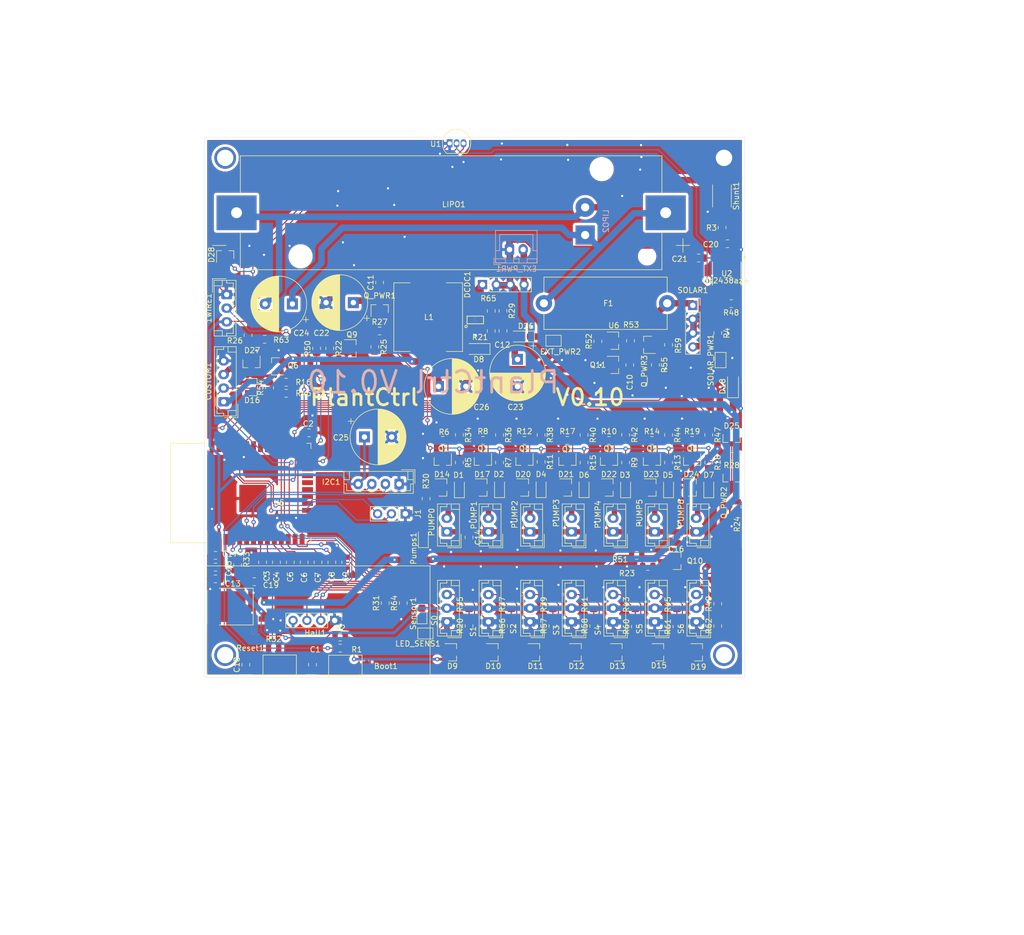
<source format=kicad_pcb>
(kicad_pcb (version 20171130) (host pcbnew "(5.1.5)-3")
  (layers (0 F.Cu signal) (31 B.Cu signal) (34 B.Paste user) (35 F.Paste user) (36 B.SilkS user) (37 F.SilkS user) (38 B.Mask user) (39 F.Mask user) (44 Edge.Cuts user))
  (net 0 "")
  (net 1 PLANT1_PUMP)
  (net 2 PLANT2_PUMP)
  (net 3 PLANT3_PUMP)
  (net 4 PLANT4_PUMP)
  (net 5 PLANT5_PUMP)
  (net 6 PLANT6_PUMP)
  (net 7 GND)
  (net 8 PLANT6_MOIST)
  (net 9 PLANT5_MOIST)
  (net 10 PLANT4_MOIST)
  (net 11 PLANT3_MOIST)
  (net 12 PLANT2_MOIST)
  (net 13 PLANT1_MOIST)
  (net 14 PLANT_CTRL_PUMP_0)
  (net 15 PUMP_PWR)
  (net 16 PWR_PUMP_CONVERTER)
  (net 17 3_3V)
  (net 18 Temp)
  (net 19 PLANT0_PUMP)
  (net 20 PWR_SENSORS)
  (net 21 PLANT0_MOIST)
  (net 22 PLANT_CTRL_PUMP_1)
  (net 23 "Net-(R37-Pad1)")
  (net 24 PLANT_CTRL_PUMP_2)
  (net 25 "Net-(R39-Pad1)")
  (net 26 PLANT_CTRL_PUMP_3)
  (net 27 "Net-(R41-Pad1)")
  (net 28 PLANT_CTRL_PUMP_4)
  (net 29 "Net-(R43-Pad1)")
  (net 30 PLANT_CTRL_PUMP_5)
  (net 31 "Net-(R45-Pad1)")
  (net 32 PLANT_CTRL_PUMP_6)
  (net 33 "Net-(R49-Pad1)")
  (net 34 PUMP_ENABLE)
  (net 35 SENSORS_ENABLE)
  (net 36 "Net-(C10-Pad2)")
  (net 37 VCC_BATT)
  (net 38 "Net-(D8-Pad2)")
  (net 39 "Net-(R21-Pad2)")
  (net 40 "Net-(D1-Pad2)")
  (net 41 "Net-(D2-Pad2)")
  (net 42 "Net-(D3-Pad2)")
  (net 43 "Net-(D4-Pad2)")
  (net 44 "Net-(D5-Pad2)")
  (net 45 "Net-(D6-Pad2)")
  (net 46 "Net-(D7-Pad2)")
  (net 47 "Net-(Pumps1-Pad2)")
  (net 48 "Net-(Q1-Pad1)")
  (net 49 "Net-(Q2-Pad1)")
  (net 50 "Net-(Q3-Pad1)")
  (net 51 "Net-(Q4-Pad1)")
  (net 52 "Net-(Q5-Pad1)")
  (net 53 "Net-(Q6-Pad1)")
  (net 54 "Net-(Q7-Pad1)")
  (net 55 "Net-(Q8-Pad1)")
  (net 56 "Net-(Q9-Pad3)")
  (net 57 "Net-(Q9-Pad1)")
  (net 58 "Net-(Q10-Pad3)")
  (net 59 "Net-(Q10-Pad1)")
  (net 60 "Net-(Q_PWR1-Pad1)")
  (net 61 "Net-(Q_PWR2-Pad1)")
  (net 62 "Net-(R31-Pad1)")
  (net 63 "Net-(C12-Pad1)")
  (net 64 "Net-(C19-Pad2)")
  (net 65 VCC)
  (net 66 "Net-(C18-Pad2)")
  (net 67 "Net-(Q_PWR3-Pad1)")
  (net 68 SOLAR_IN)
  (net 69 "Net-(C2-Pad2)")
  (net 70 "Net-(C20-Pad1)")
  (net 71 "Net-(D18-Pad2)")
  (net 72 "Net-(I2C1-Pad3)")
  (net 73 "Net-(I2C1-Pad2)")
  (net 74 "Net-(C21-Pad1)")
  (net 75 "Net-(CUSTOM1-Pad3)")
  (net 76 "Net-(LED_SENS1-Pad1)")
  (net 77 Rsense+)
  (net 78 HALL_TX)
  (net 79 ESP_RX)
  (net 80 ESP_TX)
  (net 81 "Net-(Boot1-Pad2)")
  (net 82 CUSTOM_GPIO1)
  (net 83 VCC_FUSED_ALWAYS)
  (net 84 HALL_RX)
  (net 85 "Net-(Q11-Pad3)")
  (net 86 GPIO2)
  (net 87 "Net-(R52-Pad2)")
  (net 88 "Net-(R20-Pad2)")
  (net 89 "Net-(R26-Pad1)")
  (net 90 "Net-(R29-Pad1)")
  (module Resistor_SMD:R_0805_2012Metric (layer F.Cu) (at 224.917 72.517 270)
    (fp_text reference R29 (at 0 -1.65 90) (layer F.SilkS))
    (fp_text value 1k)
    (pad 2 smd roundrect (at 0.9375 0 270) (size 0.975 1.4) (layers F.Cu F.Paste F.Mask) (net 7 GND))
    (pad 1 smd roundrect (at -0.9375 0 270) (size 0.975 1.4) (layers F.Cu F.Paste F.Mask) (net 90 "Net-(R29-Pad1)"))
  )
  (module Resistor_SMD:R_0805_2012Metric (layer F.Cu) (at 222.758 72.517 90)
    (fp_text reference R65 (at 2.286 -0.508 180) (layer F.SilkS))
    (fp_text value 10k)
    (pad 2 smd roundrect (at 0.9375 0 90) (size 0.975 1.4) (layers F.Cu F.Paste F.Mask) (net 90 "Net-(R29-Pad1)"))
    (pad 1 smd roundrect (at -0.9375 0 90) (size 0.975 1.4) (layers F.Cu F.Paste F.Mask) (net 39 "Net-(R21-Pad2)"))
  )
  (module Resistor_SMD:R_0805_2012Metric (layer F.Cu) (at 222.758 76.2 90)
    (fp_text reference R21 (at -1.143 -2.032 180) (layer F.SilkS))
    (fp_text value 10k)
    (pad 2 smd roundrect (at 0.9375 0 90) (size 0.975 1.4) (layers F.Cu F.Paste F.Mask) (net 39 "Net-(R21-Pad2)"))
    (pad 1 smd roundrect (at -0.9375 0 90) (size 0.975 1.4) (layers F.Cu F.Paste F.Mask) (net 63 "Net-(C12-Pad1)"))
  )
  (module Resistor_SMD:R_0805_2012Metric (layer F.Cu) (at 206.629 126.111 90)
    (fp_text reference R64 (at 0 -1.65 90) (layer F.SilkS))
    (fp_text value 10k)
    (pad 2 smd roundrect (at 0.9375 0 90) (size 0.975 1.4) (layers F.Cu F.Paste F.Mask) (net 20 PWR_SENSORS))
    (pad 1 smd roundrect (at -0.9375 0 90) (size 0.975 1.4) (layers F.Cu F.Paste F.Mask) (net 62 "Net-(R31-Pad1)"))
  )
  (module Resistor_SMD:R_0805_2012Metric (layer F.Cu) (at 181.229 77.724)
    (fp_text reference R63 (at 3.048 0.127) (layer F.SilkS))
    (fp_text value 1k)
    (pad 2 smd roundrect (at 0.9375 0) (size 0.975 1.4) (layers F.Cu F.Paste F.Mask) (net 18 Temp))
    (pad 1 smd roundrect (at -0.9375 0) (size 0.975 1.4) (layers F.Cu F.Paste F.Mask) (net 89 "Net-(R26-Pad1)"))
  )
  (module Resistor_SMD:R_0805_2012Metric (layer F.Cu) (at 203.327 126.111 90)
    (fp_text reference R31 (at 0 -1.65 90) (layer F.SilkS))
    (fp_text value 10k)
    (pad 2 smd roundrect (at 0.9375 0 90) (size 0.975 1.4) (layers F.Cu F.Paste F.Mask) (net 20 PWR_SENSORS))
    (pad 1 smd roundrect (at -0.9375 0 90) (size 0.975 1.4) (layers F.Cu F.Paste F.Mask) (net 62 "Net-(R31-Pad1)"))
  )
  (module Resistor_SMD:R_0805_2012Metric (layer F.Cu) (at 178.181 76.962 90)
    (fp_text reference R26 (at -1.016 -2.413 180) (layer F.SilkS))
    (fp_text value 1k)
    (pad 2 smd roundrect (at 0.9375 0 90) (size 0.975 1.4) (layers F.Cu F.Paste F.Mask) (net 17 3_3V))
    (pad 1 smd roundrect (at -0.9375 0 90) (size 0.975 1.4) (layers F.Cu F.Paste F.Mask) (net 89 "Net-(R26-Pad1)"))
  )
  (module Resistor_SMD:R_0805_2012Metric (layer F.Cu) (at 264.287 130.302 90)
    (fp_text reference R62 (at 0 -1.65 90) (layer F.SilkS))
    (fp_text value 100k)
    (pad 2 smd roundrect (at 0.9375 0 90) (size 0.975 1.4) (layers F.Cu F.Paste F.Mask) (net 33 "Net-(R49-Pad1)"))
    (pad 1 smd roundrect (at -0.9375 0 90) (size 0.975 1.4) (layers F.Cu F.Paste F.Mask) (net 7 GND))
  )
  (module Resistor_SMD:R_0805_2012Metric (layer F.Cu) (at 256.794 130.429 90)
    (fp_text reference R61 (at 0 -1.65 90) (layer F.SilkS))
    (fp_text value 100k)
    (pad 2 smd roundrect (at 0.9375 0 90) (size 0.975 1.4) (layers F.Cu F.Paste F.Mask) (net 31 "Net-(R45-Pad1)"))
    (pad 1 smd roundrect (at -0.9375 0 90) (size 0.975 1.4) (layers F.Cu F.Paste F.Mask) (net 7 GND))
  )
  (module Resistor_SMD:R_0805_2012Metric (layer F.Cu) (at 249.174 130.429 90)
    (fp_text reference R60 (at 0 -1.65 90) (layer F.SilkS))
    (fp_text value 100k)
    (pad 2 smd roundrect (at 0.9375 0 90) (size 0.975 1.4) (layers F.Cu F.Paste F.Mask) (net 29 "Net-(R43-Pad1)"))
    (pad 1 smd roundrect (at -0.9375 0 90) (size 0.975 1.4) (layers F.Cu F.Paste F.Mask) (net 7 GND))
  )
  (module Resistor_SMD:R_0805_2012Metric (layer F.Cu) (at 241.554 130.302 90)
    (fp_text reference R58 (at 0 -1.65 90) (layer F.SilkS))
    (fp_text value 100k)
    (pad 2 smd roundrect (at 0.9375 0 90) (size 0.975 1.4) (layers F.Cu F.Paste F.Mask) (net 27 "Net-(R41-Pad1)"))
    (pad 1 smd roundrect (at -0.9375 0 90) (size 0.975 1.4) (layers F.Cu F.Paste F.Mask) (net 7 GND))
  )
  (module Resistor_SMD:R_0805_2012Metric (layer F.Cu) (at 234.061 130.302 90)
    (fp_text reference R57 (at 0 -1.65 90) (layer F.SilkS))
    (fp_text value 100k)
    (pad 2 smd roundrect (at 0.9375 0 90) (size 0.975 1.4) (layers F.Cu F.Paste F.Mask) (net 25 "Net-(R39-Pad1)"))
    (pad 1 smd roundrect (at -0.9375 0 90) (size 0.975 1.4) (layers F.Cu F.Paste F.Mask) (net 7 GND))
  )
  (module Resistor_SMD:R_0805_2012Metric (layer F.Cu) (at 226.441 130.302 90)
    (fp_text reference R56 (at 0 -1.65 90) (layer F.SilkS))
    (fp_text value 100k)
    (pad 2 smd roundrect (at 0.9375 0 90) (size 0.975 1.4) (layers F.Cu F.Paste F.Mask) (net 23 "Net-(R37-Pad1)"))
    (pad 1 smd roundrect (at -0.9375 0 90) (size 0.975 1.4) (layers F.Cu F.Paste F.Mask) (net 7 GND))
  )
  (module Resistor_SMD:R_0805_2012Metric (layer F.Cu) (at 218.694 130.302 90)
    (fp_text reference R20 (at 0 -1.65 90) (layer F.SilkS))
    (fp_text value 100k)
    (pad 2 smd roundrect (at 0.9375 0 90) (size 0.975 1.4) (layers F.Cu F.Paste F.Mask) (net 88 "Net-(R20-Pad2)"))
    (pad 1 smd roundrect (at -0.9375 0 90) (size 0.975 1.4) (layers F.Cu F.Paste F.Mask) (net 7 GND))
  )
  (module Connector_JST:JST_EH_B3B-EH-A_1x03_P2.50mm_Vertical (layer F.Cu) (at 222.25 129.54 90)
    (fp_text reference S1 (at -1.778 -2.794 90) (layer F.SilkS))
    (fp_text value Conn_01x03_Male)
    (pad 3 thru_hole oval (at 5 0 90) (size 1.7 1.95) (drill 0.95) (layers *.Cu *.Mask) (net 23 "Net-(R37-Pad1)"))
    (pad 2 thru_hole oval (at 2.5 0 90) (size 1.7 1.95) (drill 0.95) (layers *.Cu *.Mask) (net 20 PWR_SENSORS))
    (pad 1 thru_hole roundrect (at 0 0 90) (size 1.7 1.95) (drill 0.95) (layers *.Cu *.Mask) (roundrect_rratio 0.147059) (net 7 GND))
  )
  (module Connector_PinHeader_2.54mm:PinHeader_1x03_P2.54mm_Vertical (layer F.Cu) (at 207.01 109.728 270)
    (fp_text reference J1 (at 0 -2.33 90) (layer F.SilkS))
    (fp_text value Conn_01x03_Female)
    (pad 3 thru_hole oval (at 0 5.08 270) (size 1.7 1.7) (drill 1) (layers *.Cu *.Mask) (net 79 ESP_RX))
    (pad 2 thru_hole oval (at 0 2.54 270) (size 1.7 1.7) (drill 1) (layers *.Cu *.Mask) (net 80 ESP_TX))
    (pad 1 thru_hole rect (at 0 0 270) (size 1.7 1.7) (drill 1) (layers *.Cu *.Mask) (net 7 GND))
  )
  (module Resistor_SMD:R_0805_2012Metric (layer F.Cu) (at 182.118 86.614 90)
    (fp_text reference R54 (at 0 -1.65 90) (layer F.SilkS))
    (fp_text value 10k)
    (pad 2 smd roundrect (at 0.9125 0 90) (size 1.025 1.4) (layers F.Cu F.Paste F.Mask) (roundrect_rratio 0.243902) (net 7 GND))
    (pad 1 smd roundrect (at -0.9125 0 90) (size 1.025 1.4) (layers F.Cu F.Paste F.Mask) (roundrect_rratio 0.243902) (net 82 CUSTOM_GPIO1))
  )
  (module Button_Switch_SMD:SW_SPST_CK_RS282G05A3 (layer F.Cu) (at 183.98 137.47 180)
    (fp_text reference Reset1 (at 5.418 3.104) (layer F.SilkS))
    (fp_text value SW_Push)
    (pad 2 smd rect (at 3.9 0 180) (size 1.5 1.5) (layers F.Cu F.Paste F.Mask) (net 66 "Net-(C18-Pad2)"))
    (pad 1 smd rect (at -3.9 0 180) (size 1.5 1.5) (layers F.Cu F.Paste F.Mask) (net 7 GND))
  )
  (module Button_Switch_SMD:SW_SPST_CK_RS282G05A3 (layer F.Cu) (at 196.0245 137.5156 180)
    (fp_text reference Boot1 (at -7.4295 -0.1524) (layer F.SilkS))
    (fp_text value Boot)
    (pad 2 smd rect (at 3.9 0 180) (size 1.5 1.5) (layers F.Cu F.Paste F.Mask) (net 81 "Net-(Boot1-Pad2)"))
    (pad 1 smd rect (at -3.9 0 180) (size 1.5 1.5) (layers F.Cu F.Paste F.Mask) (net 7 GND))
  )
  (module Capacitor_THT:CP_Radial_D10.0mm_P5.00mm (layer F.Cu) (at 213.106 86.36)
    (fp_text reference C26 (at 7.874 3.81) (layer F.SilkS))
    (fp_text value 1000uF)
    (pad 2 thru_hole circle (at 5 0) (size 2 2) (drill 1) (layers *.Cu *.Mask) (net 7 GND))
    (pad 1 thru_hole rect (at 0 0) (size 2 2) (drill 1) (layers *.Cu *.Mask) (net 65 VCC))
  )
  (module Package_TO_SOT_SMD:SOT-23 (layer F.Cu) (at 173.99 62.23 90)
    (fp_text reference D28 (at 0 -2.5 90) (layer F.SilkS))
    (fp_text value BAS40-04)
    (pad 3 smd rect (at 1 0 90) (size 0.9 0.8) (layers F.Cu F.Paste F.Mask) (net 18 Temp))
    (pad 2 smd rect (at -1 0.95 90) (size 0.9 0.8) (layers F.Cu F.Paste F.Mask) (net 17 3_3V))
    (pad 1 smd rect (at -1 -0.95 90) (size 0.9 0.8) (layers F.Cu F.Paste F.Mask) (net 7 GND))
  )
  (module Jumper:SolderJumper-2_P1.3mm_Open_Pad1.0x1.5mm (layer F.Cu) (at 264.795 81.534 90)
    (fp_text reference SOLAR_PWR1 (at 0 -1.8 90) (layer F.SilkS))
    (fp_text value NC)
    (pad 1 smd rect (at -0.65 0 90) (size 1 1.5) (layers F.Cu F.Mask) (net 71 "Net-(D18-Pad2)"))
    (pad 2 smd rect (at 0.65 0 90) (size 1 1.5) (layers F.Cu F.Mask) (net 68 SOLAR_IN))
  )
  (module Connector_PinSocket_2.54mm:PinSocket_1x04_P2.54mm_Vertical (layer F.Cu) (at 259.715 71.501)
    (fp_text reference SOLAR1 (at 0 -2.77) (layer F.SilkS))
    (fp_text value Conn_01x04)
    (pad 4 thru_hole oval (at 0 7.62) (size 1.7 1.7) (drill 1) (layers *.Cu *.Mask) (net 68 SOLAR_IN))
    (pad 3 thru_hole oval (at 0 5.08) (size 1.7 1.7) (drill 1) (layers *.Cu *.Mask) (net 7 GND))
    (pad 2 thru_hole oval (at 0 2.54) (size 1.7 1.7) (drill 1) (layers *.Cu *.Mask) (net 7 GND))
    (pad 1 thru_hole rect (at 0 0) (size 1.7 1.7) (drill 1) (layers *.Cu *.Mask) (net 83 VCC_FUSED_ALWAYS))
  )
  (module Resistor_SMD:R_0805_2012Metric (layer F.Cu) (at 252.857 82.423 270)
    (fp_text reference R55 (at 0 -1.65 90) (layer F.SilkS))
    (fp_text value 1k)
    (pad 2 smd roundrect (at 0.9375 0 270) (size 0.975 1.4) (layers F.Cu F.Paste F.Mask) (net 85 "Net-(Q11-Pad3)"))
    (pad 1 smd roundrect (at -0.9375 0 270) (size 0.975 1.4) (layers F.Cu F.Paste F.Mask) (net 67 "Net-(Q_PWR3-Pad1)"))
  )
  (module Resistor_SMD:R_0805_2012Metric (layer F.Cu) (at 248.285 77.978 270)
    (fp_text reference R53 (at -2.921 -0.127 180) (layer F.SilkS))
    (fp_text value 100k)
    (pad 2 smd roundrect (at 0.9375 0 270) (size 0.975 1.4) (layers F.Cu F.Paste F.Mask) (net 36 "Net-(C10-Pad2)"))
    (pad 1 smd roundrect (at -0.9375 0 270) (size 0.975 1.4) (layers F.Cu F.Paste F.Mask) (net 83 VCC_FUSED_ALWAYS))
  )
  (module Resistor_SMD:R_0805_2012Metric (layer F.Cu) (at 242.316 78.105 90)
    (fp_text reference R52 (at 0 -1.65 90) (layer F.SilkS))
    (fp_text value 1k)
    (pad 2 smd roundrect (at 0.9375 0 90) (size 0.975 1.4) (layers F.Cu F.Paste F.Mask) (net 87 "Net-(R52-Pad2)"))
    (pad 1 smd roundrect (at -0.9375 0 90) (size 0.975 1.4) (layers F.Cu F.Paste F.Mask) (net 36 "Net-(C10-Pad2)"))
  )
  (module Resistor_SMD:R_0805_2012Metric (layer F.Cu) (at 201.422 79.121 270)
    (fp_text reference R25 (at 0 -1.65 90) (layer F.SilkS))
    (fp_text value 1k)
    (pad 2 smd roundrect (at 0.9375 0 270) (size 0.975 1.4) (layers F.Cu F.Paste F.Mask) (net 56 "Net-(Q9-Pad3)"))
    (pad 1 smd roundrect (at -0.9375 0 270) (size 0.975 1.4) (layers F.Cu F.Paste F.Mask) (net 60 "Net-(Q_PWR1-Pad1)"))
  )
  (module Resistor_SMD:R_0805_2012Metric (layer F.Cu) (at 267.843 108.458 270)
    (fp_text reference R24 (at 3.175 0 90) (layer F.SilkS))
    (fp_text value 1k)
    (pad 2 smd roundrect (at 0.9375 0 270) (size 0.975 1.4) (layers F.Cu F.Paste F.Mask) (net 58 "Net-(Q10-Pad3)"))
    (pad 1 smd roundrect (at -0.9375 0 270) (size 0.975 1.4) (layers F.Cu F.Paste F.Mask) (net 61 "Net-(Q_PWR2-Pad1)"))
  )
  (module Package_TO_SOT_SMD:SOT-23 (layer F.Cu) (at 245.364 82.423)
    (fp_text reference Q11 (at -3.048 0) (layer F.SilkS))
    (fp_text value "N-channel 30V 5A")
    (pad 3 smd rect (at 1 0) (size 0.9 0.8) (layers F.Cu F.Paste F.Mask) (net 85 "Net-(Q11-Pad3)"))
    (pad 2 smd rect (at -1 0.95) (size 0.9 0.8) (layers F.Cu F.Paste F.Mask) (net 7 GND))
    (pad 1 smd rect (at -1 -0.95) (size 0.9 0.8) (layers F.Cu F.Paste F.Mask) (net 36 "Net-(C10-Pad2)"))
  )
  (module Package_TO_SOT_SMD:SOT-23 (layer F.Cu) (at 178.816 82.169 270)
    (fp_text reference D27 (at -2.413 -0.127 180) (layer F.SilkS))
    (fp_text value BAS40-04)
    (pad 3 smd rect (at 1 0 270) (size 0.9 0.8) (layers F.Cu F.Paste F.Mask) (net 75 "Net-(CUSTOM1-Pad3)"))
    (pad 2 smd rect (at -1 0.95 270) (size 0.9 0.8) (layers F.Cu F.Paste F.Mask) (net 65 VCC))
    (pad 1 smd rect (at -1 -0.95 270) (size 0.9 0.8) (layers F.Cu F.Paste F.Mask) (net 7 GND))
  )
  (module Capacitor_THT:CP_Radial_D10.0mm_P5.00mm (layer F.Cu) (at 199.517 95.631)
    (fp_text reference C25 (at -4.318 0.127) (layer F.SilkS))
    (fp_text value 1000uF)
    (pad 2 thru_hole circle (at 5 0) (size 2 2) (drill 1) (layers *.Cu *.Mask) (net 7 GND))
    (pad 1 thru_hole rect (at 0 0) (size 2 2) (drill 1) (layers *.Cu *.Mask) (net 17 3_3V))
  )
  (module Capacitor_SMD:C_0805_2012Metric (layer F.Cu) (at 248.158 82.423 90)
    (fp_text reference C10 (at -3.175 0 90) (layer F.SilkS))
    (fp_text value 100n)
    (pad 2 smd roundrect (at 0.9375 0 90) (size 0.975 1.4) (layers F.Cu F.Paste F.Mask) (net 36 "Net-(C10-Pad2)"))
    (pad 1 smd roundrect (at -0.9375 0 90) (size 0.975 1.4) (layers F.Cu F.Paste F.Mask) (net 7 GND))
  )
  (module LED_SMD:LED_0805_2012Metric_Castellated (layer F.Cu) (at 210.058 128.016 90)
    (fp_text reference Sensor1 (at 0 -1.6 90) (layer F.SilkS))
    (fp_text value LED_green)
    (pad 2 smd roundrect (at 0.9625 0 90) (size 1.325 1.3) (layers F.Cu F.Paste F.Mask) (roundrect_rratio 0.192308) (net 62 "Net-(R31-Pad1)"))
    (pad 1 smd roundrect (at -0.9625 0 90) (size 1.325 1.3) (layers F.Cu F.Paste F.Mask) (roundrect_rratio 0.192308) (net 76 "Net-(LED_SENS1-Pad1)"))
  )
  (module Resistor_SMD:R_0805_2012Metric (layer F.Cu) (at 255.27 78.74 90)
    (fp_text reference R59 (at -0.127 1.778 90) (layer F.SilkS))
    (fp_text value 10k)
    (pad 2 smd roundrect (at 0.9375 0 90) (size 0.975 1.4) (layers F.Cu F.Paste F.Mask) (net 83 VCC_FUSED_ALWAYS))
    (pad 1 smd roundrect (at -0.9375 0 90) (size 0.975 1.4) (layers F.Cu F.Paste F.Mask) (net 67 "Net-(Q_PWR3-Pad1)"))
  )
  (module Resistor_SMD:R_0805_2012Metric (layer F.Cu) (at 249.428 117.348 180)
    (fp_text reference R51 (at 3.048 -0.762) (layer F.SilkS))
    (fp_text value 1k)
    (pad 2 smd roundrect (at 0.9375 0 180) (size 0.975 1.4) (layers F.Cu F.Paste F.Mask) (net 35 SENSORS_ENABLE))
    (pad 1 smd roundrect (at -0.9375 0 180) (size 0.975 1.4) (layers F.Cu F.Paste F.Mask) (net 59 "Net-(Q10-Pad1)"))
  )
  (module Resistor_SMD:R_0805_2012Metric (layer F.Cu) (at 190.754 79.375 270)
    (fp_text reference R50 (at 0 1.651 90) (layer F.SilkS))
    (fp_text value 1k)
    (pad 2 smd roundrect (at 0.9375 0 270) (size 0.975 1.4) (layers F.Cu F.Paste F.Mask) (net 34 PUMP_ENABLE))
    (pad 1 smd roundrect (at -0.9375 0 270) (size 0.975 1.4) (layers F.Cu F.Paste F.Mask) (net 57 "Net-(Q9-Pad1)"))
  )
  (module Resistor_SMD:R_0805_2012Metric (layer F.Cu) (at 264.287 126.238 90)
    (fp_text reference R49 (at 0 -1.65 90) (layer F.SilkS))
    (fp_text value 1k)
    (pad 2 smd roundrect (at 0.9375 0 90) (size 0.975 1.4) (layers F.Cu F.Paste F.Mask) (net 8 PLANT6_MOIST))
    (pad 1 smd roundrect (at -0.9375 0 90) (size 0.975 1.4) (layers F.Cu F.Paste F.Mask) (net 33 "Net-(R49-Pad1)"))
  )
  (module Resistor_SMD:R_0805_2012Metric (layer F.Cu) (at 266.7508 71.1962 180)
    (fp_text reference R48 (at 0 -1.65) (layer F.SilkS))
    (fp_text value 1k)
    (pad 2 smd roundrect (at 0.9375 0 180) (size 0.975 1.4) (layers F.Cu F.Paste F.Mask) (net 74 "Net-(C21-Pad1)"))
    (pad 1 smd roundrect (at -0.9375 0 180) (size 0.975 1.4) (layers F.Cu F.Paste F.Mask) (net 77 Rsense+))
  )
  (module Resistor_SMD:R_0805_2012Metric (layer F.Cu) (at 262.636 95.25 270)
    (fp_text reference R47 (at 0 -1.65 90) (layer F.SilkS))
    (fp_text value 1k)
    (pad 2 smd roundrect (at 0.9375 0 270) (size 0.975 1.4) (layers F.Cu F.Paste F.Mask) (net 55 "Net-(Q8-Pad1)"))
    (pad 1 smd roundrect (at -0.9375 0 270) (size 0.975 1.4) (layers F.Cu F.Paste F.Mask) (net 32 PLANT_CTRL_PUMP_6))
  )
  (module Resistor_SMD:R_0805_2012Metric (layer F.Cu) (at 185.166 87.63)
    (fp_text reference R46 (at 3.175 0) (layer F.SilkS))
    (fp_text value 1k)
    (pad 2 smd roundrect (at 0.9375 0) (size 0.975 1.4) (layers F.Cu F.Paste F.Mask) (net 86 GPIO2))
    (pad 1 smd roundrect (at -0.9375 0) (size 0.975 1.4) (layers F.Cu F.Paste F.Mask) (net 53 "Net-(Q6-Pad1)"))
  )
  (module Resistor_SMD:R_0805_2012Metric (layer F.Cu) (at 256.794 126.365 90)
    (fp_text reference R45 (at 0 -1.65 90) (layer F.SilkS))
    (fp_text value 1k)
    (pad 2 smd roundrect (at 0.9375 0 90) (size 0.975 1.4) (layers F.Cu F.Paste F.Mask) (net 9 PLANT5_MOIST))
    (pad 1 smd roundrect (at -0.9375 0 90) (size 0.975 1.4) (layers F.Cu F.Paste F.Mask) (net 31 "Net-(R45-Pad1)"))
  )
  (module Resistor_SMD:R_0805_2012Metric (layer F.Cu) (at 255.27 95.25 270)
    (fp_text reference R44 (at 0 -1.65 90) (layer F.SilkS))
    (fp_text value 1k)
    (pad 2 smd roundrect (at 0.9375 0 270) (size 0.975 1.4) (layers F.Cu F.Paste F.Mask) (net 52 "Net-(Q5-Pad1)"))
    (pad 1 smd roundrect (at -0.9375 0 270) (size 0.975 1.4) (layers F.Cu F.Paste F.Mask) (net 30 PLANT_CTRL_PUMP_5))
  )
  (module Resistor_SMD:R_0805_2012Metric (layer F.Cu) (at 249.174 126.365 90)
    (fp_text reference R43 (at 0 -1.65 90) (layer F.SilkS))
    (fp_text value 1k)
    (pad 2 smd roundrect (at 0.9375 0 90) (size 0.975 1.4) (layers F.Cu F.Paste F.Mask) (net 10 PLANT4_MOIST))
    (pad 1 smd roundrect (at -0.9375 0 90) (size 0.975 1.4) (layers F.Cu F.Paste F.Mask) (net 29 "Net-(R43-Pad1)"))
  )
  (module Resistor_SMD:R_0805_2012Metric (layer F.Cu) (at 247.396 95.25 270)
    (fp_text reference R42 (at 0 -1.65 90) (layer F.SilkS))
    (fp_text value 1k)
    (pad 2 smd roundrect (at 0.9375 0 270) (size 0.975 1.4) (layers F.Cu F.Paste F.Mask) (net 50 "Net-(Q3-Pad1)"))
    (pad 1 smd roundrect (at -0.9375 0 270) (size 0.975 1.4) (layers F.Cu F.Paste F.Mask) (net 28 PLANT_CTRL_PUMP_4))
  )
  (module Resistor_SMD:R_0805_2012Metric (layer F.Cu) (at 241.554 126.365 90)
    (fp_text reference R41 (at 0 -1.65 90) (layer F.SilkS))
    (fp_text value 1k)
    (pad 2 smd roundrect (at 0.9375 0 90) (size 0.975 1.4) (layers F.Cu F.Paste F.Mask) (net 11 PLANT3_MOIST))
    (pad 1 smd roundrect (at -0.9375 0 90) (size 0.975 1.4) (layers F.Cu F.Paste F.Mask) (net 27 "Net-(R41-Pad1)"))
  )
  (module Resistor_SMD:R_0805_2012Metric (layer F.Cu) (at 239.776 95.266 270)
    (fp_text reference R40 (at 0 -1.65 90) (layer F.SilkS))
    (fp_text value 1k)
    (pad 2 smd roundrect (at 0.9375 0 270) (size 0.975 1.4) (layers F.Cu F.Paste F.Mask) (net 54 "Net-(Q7-Pad1)"))
    (pad 1 smd roundrect (at -0.9375 0 270) (size 0.975 1.4) (layers F.Cu F.Paste F.Mask) (net 26 PLANT_CTRL_PUMP_3))
  )
  (module Resistor_SMD:R_0805_2012Metric (layer F.Cu) (at 234.061 126.365 90)
    (fp_text reference R39 (at 0 -1.65 90) (layer F.SilkS))
    (fp_text value 1k)
    (pad 2 smd roundrect (at 0.9375 0 90) (size 0.975 1.4) (layers F.Cu F.Paste F.Mask) (net 12 PLANT2_MOIST))
    (pad 1 smd roundrect (at -0.9375 0 90) (size 0.975 1.4) (layers F.Cu F.Paste F.Mask) (net 25 "Net-(R39-Pad1)"))
  )
  (module Resistor_SMD:R_0805_2012Metric (layer F.Cu) (at 231.902 95.266 270)
    (fp_text reference R38 (at 0 -1.65 90) (layer F.SilkS))
    (fp_text value 1k)
    (pad 2 smd roundrect (at 0.9375 0 270) (size 0.975 1.4) (layers F.Cu F.Paste F.Mask) (net 51 "Net-(Q4-Pad1)"))
    (pad 1 smd roundrect (at -0.9375 0 270) (size 0.975 1.4) (layers F.Cu F.Paste F.Mask) (net 24 PLANT_CTRL_PUMP_2))
  )
  (module Resistor_SMD:R_0805_2012Metric (layer F.Cu) (at 226.441 126.349 90)
    (fp_text reference R37 (at 0 -1.65 90) (layer F.SilkS))
    (fp_text value 1k)
    (pad 2 smd roundrect (at 0.9375 0 90) (size 0.975 1.4) (layers F.Cu F.Paste F.Mask) (net 13 PLANT1_MOIST))
    (pad 1 smd roundrect (at -0.9375 0 90) (size 0.975 1.4) (layers F.Cu F.Paste F.Mask) (net 23 "Net-(R37-Pad1)"))
  )
  (module Resistor_SMD:R_0805_2012Metric (layer F.Cu) (at 224.282 95.266 270)
    (fp_text reference R36 (at 0 -1.65 90) (layer F.SilkS))
    (fp_text value 1k)
    (pad 2 smd roundrect (at 0.9375 0 270) (size 0.975 1.4) (layers F.Cu F.Paste F.Mask) (net 49 "Net-(Q2-Pad1)"))
    (pad 1 smd roundrect (at -0.9375 0 270) (size 0.975 1.4) (layers F.Cu F.Paste F.Mask) (net 22 PLANT_CTRL_PUMP_1))
  )
  (module Resistor_SMD:R_0805_2012Metric (layer F.Cu) (at 218.694 126.349 90)
    (fp_text reference R35 (at 0 -1.65 90) (layer F.SilkS))
    (fp_text value 1k)
    (pad 2 smd roundrect (at 0.9375 0 90) (size 0.975 1.4) (layers F.Cu F.Paste F.Mask) (net 21 PLANT0_MOIST))
    (pad 1 smd roundrect (at -0.9375 0 90) (size 0.975 1.4) (layers F.Cu F.Paste F.Mask) (net 88 "Net-(R20-Pad2)"))
  )
  (module Resistor_SMD:R_0805_2012Metric (layer F.Cu) (at 216.916 95.25 270)
    (fp_text reference R34 (at 0 -1.65 90) (layer F.SilkS))
    (fp_text value 1k)
    (pad 2 smd roundrect (at 0.9375 0 270) (size 0.975 1.4) (layers F.Cu F.Paste F.Mask) (net 48 "Net-(Q1-Pad1)"))
    (pad 1 smd roundrect (at -0.9375 0 270) (size 0.975 1.4) (layers F.Cu F.Paste F.Mask) (net 14 PLANT_CTRL_PUMP_0))
  )
  (module Resistor_SMD:R_0805_2012Metric (layer F.Cu) (at 176.276 119.126 270)
    (fp_text reference R33 (at -1.016 -1.651 90) (layer F.SilkS))
    (fp_text value 10k)
    (pad 2 smd roundrect (at 0.9375 0 270) (size 0.975 1.4) (layers F.Cu F.Paste F.Mask) (net 17 3_3V))
    (pad 1 smd roundrect (at -0.9375 0 270) (size 0.975 1.4) (layers F.Cu F.Paste F.Mask) (net 64 "Net-(C19-Pad2)"))
  )
  (module Resistor_SMD:R_0805_2012Metric (layer F.Cu) (at 182.88 134.366)
    (fp_text reference R32 (at 0 -1.65) (layer F.SilkS))
    (fp_text value 1k)
    (pad 2 smd roundrect (at 0.9375 0) (size 0.975 1.4) (layers F.Cu F.Paste F.Mask) (net 66 "Net-(C18-Pad2)"))
    (pad 1 smd roundrect (at -0.9375 0) (size 0.975 1.4) (layers F.Cu F.Paste F.Mask) (net 64 "Net-(C19-Pad2)"))
  )
  (module Resistor_SMD:R_0805_2012Metric (layer F.Cu) (at 210.82 106.934 270)
    (fp_text reference R30 (at -3.175 0 90) (layer F.SilkS))
    (fp_text value 270)
    (pad 2 smd roundrect (at 0.9375 0 270) (size 0.975 1.4) (layers F.Cu F.Paste F.Mask) (net 47 "Net-(Pumps1-Pad2)"))
    (pad 1 smd roundrect (at -0.9375 0 270) (size 0.975 1.4) (layers F.Cu F.Paste F.Mask) (net 16 PWR_PUMP_CONVERTER))
  )
  (module Resistor_SMD:R_0805_2012Metric (layer F.Cu) (at 266.827 99.187 180)
    (fp_text reference R28 (at 0 -1.65) (layer F.SilkS))
    (fp_text value 10k)
    (pad 2 smd roundrect (at 0.9375 0 180) (size 0.975 1.4) (layers F.Cu F.Paste F.Mask) (net 65 VCC))
    (pad 1 smd roundrect (at -0.9375 0 180) (size 0.975 1.4) (layers F.Cu F.Paste F.Mask) (net 61 "Net-(Q_PWR2-Pad1)"))
  )
  (module Resistor_SMD:R_0805_2012Metric (layer F.Cu) (at 202.311 76.2)
    (fp_text reference R27 (at 0 -1.65) (layer F.SilkS))
    (fp_text value 10k)
    (pad 2 smd roundrect (at 0.9375 0) (size 0.975 1.4) (layers F.Cu F.Paste F.Mask) (net 65 VCC))
    (pad 1 smd roundrect (at -0.9375 0) (size 0.975 1.4) (layers F.Cu F.Paste F.Mask) (net 60 "Net-(Q_PWR1-Pad1)"))
  )
  (module Resistor_SMD:R_0805_2012Metric (layer F.Cu) (at 251.46 119.38)
    (fp_text reference R23 (at -3.81 1.27) (layer F.SilkS))
    (fp_text value 10k)
    (pad 2 smd roundrect (at 0.9375 0) (size 0.975 1.4) (layers F.Cu F.Paste F.Mask) (net 7 GND))
    (pad 1 smd roundrect (at -0.9375 0) (size 0.975 1.4) (layers F.Cu F.Paste F.Mask) (net 59 "Net-(Q10-Pad1)"))
  )
  (module Resistor_SMD:R_0805_2012Metric (layer F.Cu) (at 193.167 79.375 270)
    (fp_text reference R22 (at 0 -1.65 90) (layer F.SilkS))
    (fp_text value 10k)
    (pad 2 smd roundrect (at 0.9375 0 270) (size 0.975 1.4) (layers F.Cu F.Paste F.Mask) (net 7 GND))
    (pad 1 smd roundrect (at -0.9375 0 270) (size 0.975 1.4) (layers F.Cu F.Paste F.Mask) (net 57 "Net-(Q9-Pad1)"))
  )
  (module Resistor_SMD:R_0805_2012Metric (layer F.Cu) (at 259.572 96.266 180)
    (fp_text reference R19 (at -0.016 1.651) (layer F.SilkS))
    (fp_text value 10k)
    (pad 2 smd roundrect (at 0.9375 0 180) (size 0.975 1.4) (layers F.Cu F.Paste F.Mask) (net 7 GND))
    (pad 1 smd roundrect (at -0.9375 0 180) (size 0.975 1.4) (layers F.Cu F.Paste F.Mask) (net 55 "Net-(Q8-Pad1)"))
  )
  (module Resistor_SMD:R_0805_2012Metric (layer F.Cu) (at 262.636 100.314 270)
    (fp_text reference R18 (at 0 -1.65 90) (layer F.SilkS))
    (fp_text value 270)
    (pad 2 smd roundrect (at 0.9375 0 270) (size 0.975 1.4) (layers F.Cu F.Paste F.Mask) (net 46 "Net-(D7-Pad2)"))
    (pad 1 smd roundrect (at -0.9375 0 270) (size 0.975 1.4) (layers F.Cu F.Paste F.Mask) (net 16 PWR_PUMP_CONVERTER))
  )
  (module Resistor_SMD:R_0805_2012Metric (layer F.Cu) (at 236.712 96.266 180)
    (fp_text reference R17 (at -0.016 1.651) (layer F.SilkS))
    (fp_text value 10K)
    (pad 2 smd roundrect (at 0.9375 0 180) (size 0.975 1.4) (layers F.Cu F.Paste F.Mask) (net 7 GND))
    (pad 1 smd roundrect (at -0.9375 0 180) (size 0.975 1.4) (layers F.Cu F.Paste F.Mask) (net 54 "Net-(Q7-Pad1)"))
  )
  (module Resistor_SMD:R_0805_2012Metric (layer F.Cu) (at 185.166 85.598)
    (fp_text reference R16 (at 3.175 0) (layer F.SilkS))
    (fp_text value 10k)
    (pad 2 smd roundrect (at 0.9375 0) (size 0.975 1.4) (layers F.Cu F.Paste F.Mask) (net 7 GND))
    (pad 1 smd roundrect (at -0.9375 0) (size 0.975 1.4) (layers F.Cu F.Paste F.Mask) (net 53 "Net-(Q6-Pad1)"))
  )
  (module Resistor_SMD:R_0805_2012Metric (layer F.Cu) (at 239.776 100.346 270)
    (fp_text reference R15 (at 0 -1.65 90) (layer F.SilkS))
    (fp_text value 270)
    (pad 2 smd roundrect (at 0.9375 0 270) (size 0.975 1.4) (layers F.Cu F.Paste F.Mask) (net 45 "Net-(D6-Pad2)"))
    (pad 1 smd roundrect (at -0.9375 0 270) (size 0.975 1.4) (layers F.Cu F.Paste F.Mask) (net 16 PWR_PUMP_CONVERTER))
  )
  (module Resistor_SMD:R_0805_2012Metric (layer F.Cu) (at 252.222 96.266 180)
    (fp_text reference R14 (at 0 1.651) (layer F.SilkS))
    (fp_text value 10k)
    (pad 2 smd roundrect (at 0.9375 0 180) (size 0.975 1.4) (layers F.Cu F.Paste F.Mask) (net 7 GND))
    (pad 1 smd roundrect (at -0.9375 0 180) (size 0.975 1.4) (layers F.Cu F.Paste F.Mask) (net 52 "Net-(Q5-Pad1)"))
  )
  (module Resistor_SMD:R_0805_2012Metric (layer F.Cu) (at 255.27 100.33 270)
    (fp_text reference R13 (at 0 -1.65 90) (layer F.SilkS))
    (fp_text value 270)
    (pad 2 smd roundrect (at 0.9375 0 270) (size 0.975 1.4) (layers F.Cu F.Paste F.Mask) (net 44 "Net-(D5-Pad2)"))
    (pad 1 smd roundrect (at -0.9375 0 270) (size 0.975 1.4) (layers F.Cu F.Paste F.Mask) (net 16 PWR_PUMP_CONVERTER))
  )
  (module Resistor_SMD:R_0805_2012Metric (layer F.Cu) (at 228.838 96.266 180)
    (fp_text reference R12 (at 0 1.651) (layer F.SilkS))
    (fp_text value 10k)
    (pad 2 smd roundrect (at 0.9375 0 180) (size 0.975 1.4) (layers F.Cu F.Paste F.Mask) (net 7 GND))
    (pad 1 smd roundrect (at -0.9375 0 180) (size 0.975 1.4) (layers F.Cu F.Paste F.Mask) (net 51 "Net-(Q4-Pad1)"))
  )
  (module Resistor_SMD:R_0805_2012Metric (layer F.Cu) (at 231.902 100.203 270)
    (fp_text reference R11 (at 0 -1.65 90) (layer F.SilkS))
    (fp_text value 270)
    (pad 2 smd roundrect (at 0.9375 0 270) (size 0.975 1.4) (layers F.Cu F.Paste F.Mask) (net 43 "Net-(D4-Pad2)"))
    (pad 1 smd roundrect (at -0.9375 0 270) (size 0.975 1.4) (layers F.Cu F.Paste F.Mask) (net 16 PWR_PUMP_CONVERTER))
  )
  (module Resistor_SMD:R_0805_2012Metric (layer F.Cu) (at 244.348 96.266 180)
    (fp_text reference R10 (at 0 1.651) (layer F.SilkS))
    (fp_text value 10K)
    (pad 2 smd roundrect (at 0.9375 0 180) (size 0.975 1.4) (layers F.Cu F.Paste F.Mask) (net 7 GND))
    (pad 1 smd roundrect (at -0.9375 0 180) (size 0.975 1.4) (layers F.Cu F.Paste F.Mask) (net 50 "Net-(Q3-Pad1)"))
  )
  (module Resistor_SMD:R_0805_2012Metric (layer F.Cu) (at 247.396 100.33 270)
    (fp_text reference R9 (at 0 -1.65 90) (layer F.SilkS))
    (fp_text value 270)
    (pad 2 smd roundrect (at 0.9375 0 270) (size 0.975 1.4) (layers F.Cu F.Paste F.Mask) (net 42 "Net-(D3-Pad2)"))
    (pad 1 smd roundrect (at -0.9375 0 270) (size 0.975 1.4) (layers F.Cu F.Paste F.Mask) (net 16 PWR_PUMP_CONVERTER))
  )
  (module Resistor_SMD:R_0805_2012Metric (layer F.Cu) (at 221.234 96.266)
    (fp_text reference R8 (at 0 -1.65) (layer F.SilkS))
    (fp_text value 10k)
    (pad 2 smd roundrect (at 0.9375 0) (size 0.975 1.4) (layers F.Cu F.Paste F.Mask) (net 49 "Net-(Q2-Pad1)"))
    (pad 1 smd roundrect (at -0.9375 0) (size 0.975 1.4) (layers F.Cu F.Paste F.Mask) (net 7 GND))
  )
  (module Resistor_SMD:R_0805_2012Metric (layer F.Cu) (at 224.282 100.33 270)
    (fp_text reference R7 (at 0 -1.65 90) (layer F.SilkS))
    (fp_text value 270)
    (pad 2 smd roundrect (at 0.9375 0 270) (size 0.975 1.4) (layers F.Cu F.Paste F.Mask) (net 41 "Net-(D2-Pad2)"))
    (pad 1 smd roundrect (at -0.9375 0 270) (size 0.975 1.4) (layers F.Cu F.Paste F.Mask) (net 16 PWR_PUMP_CONVERTER))
  )
  (module Resistor_SMD:R_0805_2012Metric (layer F.Cu) (at 213.868 96.266 180)
    (fp_text reference R6 (at -0.254 1.524) (layer F.SilkS))
    (fp_text value 10k)
    (pad 2 smd roundrect (at 0.9375 0 180) (size 0.975 1.4) (layers F.Cu F.Paste F.Mask) (net 7 GND))
    (pad 1 smd roundrect (at -0.9375 0 180) (size 0.975 1.4) (layers F.Cu F.Paste F.Mask) (net 48 "Net-(Q1-Pad1)"))
  )
  (module Resistor_SMD:R_0805_2012Metric (layer F.Cu) (at 216.916 100.33 270)
    (fp_text reference R5 (at 0 -1.65 90) (layer F.SilkS))
    (fp_text value 270)
    (pad 2 smd roundrect (at 0.9375 0 270) (size 0.975 1.4) (layers F.Cu F.Paste F.Mask) (net 40 "Net-(D1-Pad2)"))
    (pad 1 smd roundrect (at -0.9375 0 270) (size 0.975 1.4) (layers F.Cu F.Paste F.Mask) (net 16 PWR_PUMP_CONVERTER))
  )
  (module Resistor_SMD:R_0805_2012Metric (layer F.Cu) (at 264.287 76.581 270)
    (fp_text reference R4 (at 0 -1.65 90) (layer F.SilkS))
    (fp_text value 10k)
    (pad 2 smd roundrect (at 0.9375 0 270) (size 0.975 1.4) (layers F.Cu F.Paste F.Mask) (net 68 SOLAR_IN))
    (pad 1 smd roundrect (at -0.9375 0 270) (size 0.975 1.4) (layers F.Cu F.Paste F.Mask) (net 74 "Net-(C21-Pad1)"))
  )
  (module Resistor_SMD:R_0805_2012Metric (layer F.Cu) (at 265.0744 57.2352 270)
    (fp_text reference R3 (at 0.0418 1.9304 180) (layer F.SilkS))
    (fp_text value 100k)
    (pad 2 smd roundrect (at 0.9375 0 270) (size 0.975 1.4) (layers F.Cu F.Paste F.Mask) (net 70 "Net-(C20-Pad1)"))
    (pad 1 smd roundrect (at -0.9375 0 270) (size 0.975 1.4) (layers F.Cu F.Paste F.Mask) (net 7 GND))
  )
  (module Resistor_SMD:R_0805_2012Metric (layer F.Cu) (at 195.072 132.334)
    (fp_text reference R2 (at 0 -1.65) (layer F.SilkS))
    (fp_text value 1k)
    (pad 2 smd roundrect (at 0.9375 0) (size 0.975 1.4) (layers F.Cu F.Paste F.Mask) (net 17 3_3V))
    (pad 1 smd roundrect (at -0.9375 0) (size 0.975 1.4) (layers F.Cu F.Paste F.Mask) (net 69 "Net-(C2-Pad2)"))
  )
  (module Resistor_SMD:R_0805_2012Metric (layer F.Cu) (at 195.072 134.366)
    (fp_text reference R1 (at 3.048 0.254) (layer F.SilkS))
    (fp_text value 1k)
    (pad 2 smd roundrect (at 0.9375 0) (size 0.975 1.4) (layers F.Cu F.Paste F.Mask) (net 81 "Net-(Boot1-Pad2)"))
    (pad 1 smd roundrect (at -0.9375 0) (size 0.975 1.4) (layers F.Cu F.Paste F.Mask) (net 69 "Net-(C2-Pad2)"))
  )
  (module Package_TO_SOT_SMD:SOT-23 (layer F.Cu) (at 251.46 78.74 180)
    (fp_text reference Q_PWR3 (at 0.635 -4.826 90) (layer F.SilkS))
    (fp_text value "P-channel 50v 4A")
    (pad 3 smd rect (at 1 0 180) (size 0.9 0.8) (layers F.Cu F.Paste F.Mask) (net 65 VCC))
    (pad 2 smd rect (at -1 0.95 180) (size 0.9 0.8) (layers F.Cu F.Paste F.Mask) (net 83 VCC_FUSED_ALWAYS))
    (pad 1 smd rect (at -1 -0.95 180) (size 0.9 0.8) (layers F.Cu F.Paste F.Mask) (net 67 "Net-(Q_PWR3-Pad1)"))
  )
  (module Package_TO_SOT_SMD:SOT-23 (layer F.Cu) (at 266.827 103.124 270)
    (fp_text reference Q_PWR2 (at 4.572 1.397 90) (layer F.SilkS))
    (fp_text value "P-channel 50v 4A")
    (pad 3 smd rect (at 1 0 270) (size 0.9 0.8) (layers F.Cu F.Paste F.Mask) (net 20 PWR_SENSORS))
    (pad 2 smd rect (at -1 0.95 270) (size 0.9 0.8) (layers F.Cu F.Paste F.Mask) (net 65 VCC))
    (pad 1 smd rect (at -1 -0.95 270) (size 0.9 0.8) (layers F.Cu F.Paste F.Mask) (net 61 "Net-(Q_PWR2-Pad1)"))
  )
  (module Package_TO_SOT_SMD:SOT-23 (layer F.Cu) (at 202.311 72.136 90)
    (fp_text reference Q_PWR1 (at 2.413 0 180) (layer F.SilkS))
    (fp_text value "P-channel 50v 4A")
    (pad 3 smd rect (at 1 0 90) (size 0.9 0.8) (layers F.Cu F.Paste F.Mask) (net 16 PWR_PUMP_CONVERTER))
    (pad 2 smd rect (at -1 0.95 90) (size 0.9 0.8) (layers F.Cu F.Paste F.Mask) (net 65 VCC))
    (pad 1 smd rect (at -1 -0.95 90) (size 0.9 0.8) (layers F.Cu F.Paste F.Mask) (net 60 "Net-(Q_PWR1-Pad1)"))
  )
  (module Package_TO_SOT_SMD:SOT-23 (layer F.Cu) (at 256.794 118.364)
    (fp_text reference Q10 (at 3.302 0) (layer F.SilkS))
    (fp_text value "N-channel 30V 5A")
    (pad 3 smd rect (at 1 0) (size 0.9 0.8) (layers F.Cu F.Paste F.Mask) (net 58 "Net-(Q10-Pad3)"))
    (pad 2 smd rect (at -1 0.95) (size 0.9 0.8) (layers F.Cu F.Paste F.Mask) (net 7 GND))
    (pad 1 smd rect (at -1 -0.95) (size 0.9 0.8) (layers F.Cu F.Paste F.Mask) (net 59 "Net-(Q10-Pad1)"))
  )
  (module Package_TO_SOT_SMD:SOT-23 (layer F.Cu) (at 197.231 79.375)
    (fp_text reference Q9 (at 0 -2.5) (layer F.SilkS))
    (fp_text value "N-channel 30V 5A")
    (pad 3 smd rect (at 1 0) (size 0.9 0.8) (layers F.Cu F.Paste F.Mask) (net 56 "Net-(Q9-Pad3)"))
    (pad 2 smd rect (at -1 0.95) (size 0.9 0.8) (layers F.Cu F.Paste F.Mask) (net 7 GND))
    (pad 1 smd rect (at -1 -0.95) (size 0.9 0.8) (layers F.Cu F.Paste F.Mask) (net 57 "Net-(Q9-Pad1)"))
  )
  (module Package_TO_SOT_SMD:SOT-23 (layer F.Cu) (at 259.588 100.076 270)
    (fp_text reference Q8 (at -2.286 0 180) (layer F.SilkS))
    (fp_text value "N-channel 30V 5A")
    (pad 3 smd rect (at 1 0 270) (size 0.9 0.8) (layers F.Cu F.Paste F.Mask) (net 6 PLANT6_PUMP))
    (pad 2 smd rect (at -1 0.95 270) (size 0.9 0.8) (layers F.Cu F.Paste F.Mask) (net 7 GND))
    (pad 1 smd rect (at -1 -0.95 270) (size 0.9 0.8) (layers F.Cu F.Paste F.Mask) (net 55 "Net-(Q8-Pad1)"))
  )
  (module Package_TO_SOT_SMD:SOT-23 (layer F.Cu) (at 236.728 100.076 270)
    (fp_text reference Q7 (at -2.159 0 180) (layer F.SilkS))
    (fp_text value "N-channel 30V 5A")
    (pad 3 smd rect (at 1 0 270) (size 0.9 0.8) (layers F.Cu F.Paste F.Mask) (net 3 PLANT3_PUMP))
    (pad 2 smd rect (at -1 0.95 270) (size 0.9 0.8) (layers F.Cu F.Paste F.Mask) (net 7 GND))
    (pad 1 smd rect (at -1 -0.95 270) (size 0.9 0.8) (layers F.Cu F.Paste F.Mask) (net 54 "Net-(Q7-Pad1)"))
  )
  (module Package_TO_SOT_SMD:SOT-23 (layer F.Cu) (at 183.261 82.677 180)
    (fp_text reference Q6 (at -3.175 0.127) (layer F.SilkS))
    (fp_text value "N-channel 30V 5A")
    (pad 3 smd rect (at 1 0 180) (size 0.9 0.8) (layers F.Cu F.Paste F.Mask) (net 75 "Net-(CUSTOM1-Pad3)"))
    (pad 2 smd rect (at -1 0.95 180) (size 0.9 0.8) (layers F.Cu F.Paste F.Mask) (net 7 GND))
    (pad 1 smd rect (at -1 -0.95 180) (size 0.9 0.8) (layers F.Cu F.Paste F.Mask) (net 53 "Net-(Q6-Pad1)"))
  )
  (module Package_TO_SOT_SMD:SOT-23 (layer F.Cu) (at 252.222 100.076 270)
    (fp_text reference Q5 (at -2.286 0 180) (layer F.SilkS))
    (fp_text value "N-channel 30V 5A")
    (pad 3 smd rect (at 1 0 270) (size 0.9 0.8) (layers F.Cu F.Paste F.Mask) (net 5 PLANT5_PUMP))
    (pad 2 smd rect (at -1 0.95 270) (size 0.9 0.8) (layers F.Cu F.Paste F.Mask) (net 7 GND))
    (pad 1 smd rect (at -1 -0.95 270) (size 0.9 0.8) (layers F.Cu F.Paste F.Mask) (net 52 "Net-(Q5-Pad1)"))
  )
  (module Package_TO_SOT_SMD:SOT-23 (layer F.Cu) (at 228.854 100.076 270)
    (fp_text reference Q4 (at -2.286 0 180) (layer F.SilkS))
    (fp_text value "N-channel 30V 5A")
    (pad 3 smd rect (at 1 0 270) (size 0.9 0.8) (layers F.Cu F.Paste F.Mask) (net 2 PLANT2_PUMP))
    (pad 2 smd rect (at -1 0.95 270) (size 0.9 0.8) (layers F.Cu F.Paste F.Mask) (net 7 GND))
    (pad 1 smd rect (at -1 -0.95 270) (size 0.9 0.8) (layers F.Cu F.Paste F.Mask) (net 51 "Net-(Q4-Pad1)"))
  )
  (module Package_TO_SOT_SMD:SOT-23 (layer F.Cu) (at 244.348 100.076 270)
    (fp_text reference Q3 (at -2.286 0 180) (layer F.SilkS))
    (fp_text value "N-channel 30V 5A")
    (pad 3 smd rect (at 1 0 270) (size 0.9 0.8) (layers F.Cu F.Paste F.Mask) (net 4 PLANT4_PUMP))
    (pad 2 smd rect (at -1 0.95 270) (size 0.9 0.8) (layers F.Cu F.Paste F.Mask) (net 7 GND))
    (pad 1 smd rect (at -1 -0.95 270) (size 0.9 0.8) (layers F.Cu F.Paste F.Mask) (net 50 "Net-(Q3-Pad1)"))
  )
  (module Package_TO_SOT_SMD:SOT-23 (layer F.Cu) (at 221.234 100.076 270)
    (fp_text reference Q2 (at -2.286 0 180) (layer F.SilkS))
    (fp_text value "N-channel 30V 5A")
    (pad 3 smd rect (at 1 0 270) (size 0.9 0.8) (layers F.Cu F.Paste F.Mask) (net 1 PLANT1_PUMP))
    (pad 2 smd rect (at -1 0.95 270) (size 0.9 0.8) (layers F.Cu F.Paste F.Mask) (net 7 GND))
    (pad 1 smd rect (at -1 -0.95 270) (size 0.9 0.8) (layers F.Cu F.Paste F.Mask) (net 49 "Net-(Q2-Pad1)"))
  )
  (module Package_TO_SOT_SMD:SOT-23 (layer F.Cu) (at 213.868 100.076 270)
    (fp_text reference Q1 (at -2.286 -0.127 180) (layer F.SilkS))
    (fp_text value "N-channel 30V 5A")
    (pad 3 smd rect (at 1 0 270) (size 0.9 0.8) (layers F.Cu F.Paste F.Mask) (net 19 PLANT0_PUMP))
    (pad 2 smd rect (at -1 0.95 270) (size 0.9 0.8) (layers F.Cu F.Paste F.Mask) (net 7 GND))
    (pad 1 smd rect (at -1 -0.95 270) (size 0.9 0.8) (layers F.Cu F.Paste F.Mask) (net 48 "Net-(Q1-Pad1)"))
  )
  (module LED_SMD:LED_0805_2012Metric_Castellated (layer F.Cu) (at 210.312 114.046 90)
    (fp_text reference Pumps1 (at -2.032 -1.778 270) (layer F.SilkS))
    (fp_text value LED_red)
    (pad 2 smd roundrect (at 0.9625 0 90) (size 1.325 1.3) (layers F.Cu F.Paste F.Mask) (roundrect_rratio 0.192308) (net 47 "Net-(Pumps1-Pad2)"))
    (pad 1 smd roundrect (at -0.9625 0 90) (size 1.325 1.3) (layers F.Cu F.Paste F.Mask) (roundrect_rratio 0.192308) (net 7 GND))
  )
  (module LED_SMD:LED_0805_2012Metric_Castellated (layer F.Cu) (at 262.636 104.902 90)
    (fp_text reference D7 (at 2.286 0 180) (layer F.SilkS))
    (fp_text value LED_Blue)
    (pad 2 smd roundrect (at 0.9625 0 90) (size 1.325 1.3) (layers F.Cu F.Paste F.Mask) (roundrect_rratio 0.192308) (net 46 "Net-(D7-Pad2)"))
    (pad 1 smd roundrect (at -0.9625 0 90) (size 1.325 1.3) (layers F.Cu F.Paste F.Mask) (roundrect_rratio 0.192308) (net 6 PLANT6_PUMP))
  )
  (module LED_SMD:LED_0805_2012Metric_Castellated (layer F.Cu) (at 239.776 104.8655 90)
    (fp_text reference D6 (at 2.2495 0 180) (layer F.SilkS))
    (fp_text value LED)
    (pad 2 smd roundrect (at 0.9625 0 90) (size 1.325 1.3) (layers F.Cu F.Paste F.Mask) (roundrect_rratio 0.192308) (net 45 "Net-(D6-Pad2)"))
    (pad 1 smd roundrect (at -0.9625 0 90) (size 1.325 1.3) (layers F.Cu F.Paste F.Mask) (roundrect_rratio 0.192308) (net 3 PLANT3_PUMP))
  )
  (module LED_SMD:LED_0805_2012Metric_Castellated (layer F.Cu) (at 255.27 104.902 90)
    (fp_text reference D5 (at 2.286 -0.127 180) (layer F.SilkS))
    (fp_text value LED)
    (pad 2 smd roundrect (at 0.9625 0 90) (size 1.325 1.3) (layers F.Cu F.Paste F.Mask) (roundrect_rratio 0.192308) (net 44 "Net-(D5-Pad2)"))
    (pad 1 smd roundrect (at -0.9625 0 90) (size 1.325 1.3) (layers F.Cu F.Paste F.Mask) (roundrect_rratio 0.192308) (net 5 PLANT5_PUMP))
  )
  (module LED_SMD:LED_0805_2012Metric_Castellated (layer F.Cu) (at 231.902 104.8655 90)
    (fp_text reference D4 (at 2.3765 0 180) (layer F.SilkS))
    (fp_text value LED_Blue)
    (pad 2 smd roundrect (at 0.9625 0 90) (size 1.325 1.3) (layers F.Cu F.Paste F.Mask) (roundrect_rratio 0.192308) (net 43 "Net-(D4-Pad2)"))
    (pad 1 smd roundrect (at -0.9625 0 90) (size 1.325 1.3) (layers F.Cu F.Paste F.Mask) (roundrect_rratio 0.192308) (net 2 PLANT2_PUMP))
  )
  (module LED_SMD:LED_0805_2012Metric_Castellated (layer F.Cu) (at 247.396 104.902 90)
    (fp_text reference D3 (at 2.286 -0.127 180) (layer F.SilkS))
    (fp_text value LED_Blue)
    (pad 2 smd roundrect (at 0.9625 0 90) (size 1.325 1.3) (layers F.Cu F.Paste F.Mask) (roundrect_rratio 0.192308) (net 42 "Net-(D3-Pad2)"))
    (pad 1 smd roundrect (at -0.9625 0 90) (size 1.325 1.3) (layers F.Cu F.Paste F.Mask) (roundrect_rratio 0.192308) (net 4 PLANT4_PUMP))
  )
  (module LED_SMD:LED_0805_2012Metric_Castellated (layer F.Cu) (at 224.282 104.8655 90)
    (fp_text reference D2 (at 2.3765 -0.127 180) (layer F.SilkS))
    (fp_text value LED)
    (pad 2 smd roundrect (at 0.9625 0 90) (size 1.325 1.3) (layers F.Cu F.Paste F.Mask) (roundrect_rratio 0.192308) (net 41 "Net-(D2-Pad2)"))
    (pad 1 smd roundrect (at -0.9625 0 90) (size 1.325 1.3) (layers F.Cu F.Paste F.Mask) (roundrect_rratio 0.192308) (net 1 PLANT1_PUMP))
  )
  (module LED_SMD:LED_0805_2012Metric_Castellated (layer F.Cu) (at 216.916 104.902 90)
    (fp_text reference D1 (at 2.286 -0.127 180) (layer F.SilkS))
    (fp_text value LED_Blue)
    (pad 2 smd roundrect (at 0.9625 0 90) (size 1.325 1.3) (layers F.Cu F.Paste F.Mask) (roundrect_rratio 0.192308) (net 40 "Net-(D1-Pad2)"))
    (pad 1 smd roundrect (at -0.9625 0 90) (size 1.325 1.3) (layers F.Cu F.Paste F.Mask) (roundrect_rratio 0.192308) (net 19 PLANT0_PUMP))
  )
  (module Capacitor_SMD:C_0805_2012Metric (layer F.Cu) (at 260.7908 62.8142 180)
    (fp_text reference C21 (at 3.4888 -0.1778) (layer F.SilkS))
    (fp_text value 100n)
    (pad 2 smd roundrect (at 0.9375 0 180) (size 0.975 1.4) (layers F.Cu F.Paste F.Mask) (net 7 GND))
    (pad 1 smd roundrect (at -0.9375 0 180) (size 0.975 1.4) (layers F.Cu F.Paste F.Mask) (net 74 "Net-(C21-Pad1)"))
  )
  (module Capacitor_SMD:C_0805_2012Metric (layer F.Cu) (at 266.065 60.198)
    (fp_text reference C20 (at -3.048 0.127) (layer F.SilkS))
    (fp_text value 100n)
    (pad 2 smd roundrect (at 0.9375 0) (size 0.975 1.4) (layers F.Cu F.Paste F.Mask) (net 77 Rsense+))
    (pad 1 smd roundrect (at -0.9375 0) (size 0.975 1.4) (layers F.Cu F.Paste F.Mask) (net 70 "Net-(C20-Pad1)"))
  )
  (module Capacitor_SMD:C_0805_2012Metric (layer F.Cu) (at 179.324 122.174)
    (fp_text reference C19 (at 3.048 0.635) (layer F.SilkS))
    (fp_text value 22uf)
    (pad 2 smd roundrect (at 0.9375 0) (size 0.975 1.4) (layers F.Cu F.Paste F.Mask) (net 64 "Net-(C19-Pad2)"))
    (pad 1 smd roundrect (at -0.9375 0) (size 0.975 1.4) (layers F.Cu F.Paste F.Mask) (net 7 GND))
  )
  (module Capacitor_SMD:C_0805_2012Metric (layer F.Cu) (at 177.78 137.414 90)
    (fp_text reference C18 (at 0 -1.65 90) (layer F.SilkS))
    (fp_text value 100n)
    (pad 2 smd roundrect (at 0.9375 0 90) (size 0.975 1.4) (layers F.Cu F.Paste F.Mask) (net 66 "Net-(C18-Pad2)"))
    (pad 1 smd roundrect (at -0.9375 0 90) (size 0.975 1.4) (layers F.Cu F.Paste F.Mask) (net 7 GND))
  )
  (module Capacitor_SMD:C_0805_2012Metric (layer F.Cu) (at 172.212 117.348)
    (fp_text reference C17 (at 2.667 -0.254) (layer F.SilkS))
    (fp_text value 100n)
    (pad 2 smd roundrect (at 0.9375 0) (size 0.975 1.4) (layers F.Cu F.Paste F.Mask) (net 17 3_3V))
    (pad 1 smd roundrect (at -0.9375 0) (size 0.975 1.4) (layers F.Cu F.Paste F.Mask) (net 7 GND))
  )
  (module Capacitor_SMD:C_0805_2012Metric (layer F.Cu) (at 256.794 114.046 270)
    (fp_text reference C16 (at 2.159 0.127 180) (layer F.SilkS))
    (fp_text value 22uf)
    (pad 2 smd roundrect (at 0.9375 0 270) (size 0.975 1.4) (layers F.Cu F.Paste F.Mask) (net 7 GND))
    (pad 1 smd roundrect (at -0.9375 0 270) (size 0.975 1.4) (layers F.Cu F.Paste F.Mask) (net 15 PUMP_PWR))
  )
  (module Capacitor_SMD:C_0805_2012Metric (layer F.Cu) (at 172.212 119.507 180)
    (fp_text reference C15 (at -2.413 -0.254 90) (layer F.SilkS))
    (fp_text value 22uf)
    (pad 2 smd roundrect (at 0.9375 0 180) (size 0.975 1.4) (layers F.Cu F.Paste F.Mask) (net 7 GND))
    (pad 1 smd roundrect (at -0.9375 0 180) (size 0.975 1.4) (layers F.Cu F.Paste F.Mask) (net 17 3_3V))
  )
  (module Capacitor_SMD:C_0805_2012Metric (layer F.Cu) (at 218.694 114.046 270)
    (fp_text reference C14 (at 0 -1.65 90) (layer F.SilkS))
    (fp_text value 22uf)
    (pad 2 smd roundrect (at 0.9375 0 270) (size 0.975 1.4) (layers F.Cu F.Paste F.Mask) (net 7 GND))
    (pad 1 smd roundrect (at -0.9375 0 270) (size 0.975 1.4) (layers F.Cu F.Paste F.Mask) (net 15 PUMP_PWR))
  )
  (module Capacitor_SMD:C_0805_2012Metric (layer F.Cu) (at 172.212 121.666 180)
    (fp_text reference C13 (at -3.175 -0.889) (layer F.SilkS))
    (fp_text value 22uf)
    (pad 2 smd roundrect (at 0.9375 0 180) (size 0.975 1.4) (layers F.Cu F.Paste F.Mask) (net 7 GND))
    (pad 1 smd roundrect (at -0.9375 0 180) (size 0.975 1.4) (layers F.Cu F.Paste F.Mask) (net 17 3_3V))
  )
  (module Capacitor_SMD:C_0805_2012Metric (layer F.Cu) (at 224.917 76.2 90)
    (fp_text reference C12 (at -2.54 -0.127 180) (layer F.SilkS))
    (fp_text value 22uf)
    (pad 2 smd roundrect (at 0.9375 0 90) (size 0.975 1.4) (layers F.Cu F.Paste F.Mask) (net 7 GND))
    (pad 1 smd roundrect (at -0.9375 0 90) (size 0.975 1.4) (layers F.Cu F.Paste F.Mask) (net 63 "Net-(C12-Pad1)"))
  )
  (module Capacitor_SMD:C_0805_2012Metric (layer F.Cu) (at 202.311 67.31 90)
    (fp_text reference C11 (at 0 -1.65 90) (layer F.SilkS))
    (fp_text value 22uf)
    (pad 2 smd roundrect (at 0.9375 0 90) (size 0.975 1.4) (layers F.Cu F.Paste F.Mask) (net 7 GND))
    (pad 1 smd roundrect (at -0.9375 0 90) (size 0.975 1.4) (layers F.Cu F.Paste F.Mask) (net 16 PWR_PUMP_CONVERTER))
  )
  (module Capacitor_SMD:C_0805_2012Metric (layer F.Cu) (at 196.088 118.618 90)
    (fp_text reference C9 (at -2.667 0 90) (layer F.SilkS))
    (fp_text value 100n)
    (pad 2 smd roundrect (at 0.9375 0 90) (size 0.975 1.4) (layers F.Cu F.Paste F.Mask) (net 8 PLANT6_MOIST))
    (pad 1 smd roundrect (at -0.9375 0 90) (size 0.975 1.4) (layers F.Cu F.Paste F.Mask) (net 7 GND))
  )
  (module Capacitor_SMD:C_0805_2012Metric (layer F.Cu) (at 193.548 118.618 90)
    (fp_text reference C8 (at -2.667 0 90) (layer F.SilkS))
    (fp_text value 100n)
    (pad 2 smd roundrect (at 0.9375 0 90) (size 0.975 1.4) (layers F.Cu F.Paste F.Mask) (net 9 PLANT5_MOIST))
    (pad 1 smd roundrect (at -0.9375 0 90) (size 0.975 1.4) (layers F.Cu F.Paste F.Mask) (net 7 GND))
  )
  (module Capacitor_SMD:C_0805_2012Metric (layer F.Cu) (at 191.008 118.618 90)
    (fp_text reference C7 (at -2.794 0 90) (layer F.SilkS))
    (fp_text value 100n)
    (pad 2 smd roundrect (at 0.9375 0 90) (size 0.975 1.4) (layers F.Cu F.Paste F.Mask) (net 10 PLANT4_MOIST))
    (pad 1 smd roundrect (at -0.9375 0 90) (size 0.975 1.4) (layers F.Cu F.Paste F.Mask) (net 7 GND))
  )
  (module Capacitor_SMD:C_0805_2012Metric (layer F.Cu) (at 188.468 118.618 90)
    (fp_text reference C6 (at -2.794 0 90) (layer F.SilkS))
    (fp_text value 100n)
    (pad 2 smd roundrect (at 0.9375 0 90) (size 0.975 1.4) (layers F.Cu F.Paste F.Mask) (net 11 PLANT3_MOIST))
    (pad 1 smd roundrect (at -0.9375 0 90) (size 0.975 1.4) (layers F.Cu F.Paste F.Mask) (net 7 GND))
  )
  (module Capacitor_SMD:C_0805_2012Metric (layer F.Cu) (at 185.928 118.627 90)
    (fp_text reference C5 (at -2.658 0 90) (layer F.SilkS))
    (fp_text value 100n)
    (pad 2 smd roundrect (at 0.9375 0 90) (size 0.975 1.4) (layers F.Cu F.Paste F.Mask) (net 12 PLANT2_MOIST))
    (pad 1 smd roundrect (at -0.9375 0 90) (size 0.975 1.4) (layers F.Cu F.Paste F.Mask) (net 7 GND))
  )
  (module Capacitor_SMD:C_0805_2012Metric (layer F.Cu) (at 183.388 118.618 90)
    (fp_text reference C4 (at -2.667 0 90) (layer F.SilkS))
    (fp_text value 100n)
    (pad 2 smd roundrect (at 0.9375 0 90) (size 0.975 1.4) (layers F.Cu F.Paste F.Mask) (net 13 PLANT1_MOIST))
    (pad 1 smd roundrect (at -0.9375 0 90) (size 0.975 1.4) (layers F.Cu F.Paste F.Mask) (net 7 GND))
  )
  (module Capacitor_SMD:C_0805_2012Metric (layer F.Cu) (at 180.848 118.618 90)
    (fp_text reference C3 (at -2.54 0.762 90) (layer F.SilkS))
    (fp_text value 100n)
    (pad 2 smd roundrect (at 0.9375 0 90) (size 0.975 1.4) (layers F.Cu F.Paste F.Mask) (net 21 PLANT0_MOIST))
    (pad 1 smd roundrect (at -0.9375 0 90) (size 0.975 1.4) (layers F.Cu F.Paste F.Mask) (net 7 GND))
  )
  (module Capacitor_SMD:C_0805_2012Metric (layer F.Cu) (at 189.357 94.869 180)
    (fp_text reference C2 (at 0.127 1.651) (layer F.SilkS))
    (fp_text value 22uf)
    (pad 2 smd roundrect (at 0.9375 0 180) (size 0.975 1.4) (layers F.Cu F.Paste F.Mask) (net 69 "Net-(C2-Pad2)"))
    (pad 1 smd roundrect (at -0.9375 0 180) (size 0.975 1.4) (layers F.Cu F.Paste F.Mask) (net 7 GND))
  )
  (module Capacitor_SMD:C_0805_2012Metric (layer F.Cu) (at 189.992 137.414 90)
    (fp_text reference C1 (at 2.794 0.508 180) (layer F.SilkS))
    (fp_text value 100n)
    (pad 2 smd roundrect (at 0.9375 0 90) (size 0.975 1.4) (layers F.Cu F.Paste F.Mask) (net 81 "Net-(Boot1-Pad2)"))
    (pad 1 smd roundrect (at -0.9375 0 90) (size 0.975 1.4) (layers F.Cu F.Paste F.Mask) (net 7 GND))
  )
  (module Package_TO_SOT_SMD:SOT-23 (layer F.Cu) (at 245.364 77.978)
    (fp_text reference U6 (at -0.127 -2.794) (layer F.SilkS))
    (fp_text value CN61CN33)
    (pad 3 smd rect (at 1 0) (size 0.9 0.8) (layers F.Cu F.Paste F.Mask) (net 83 VCC_FUSED_ALWAYS))
    (pad 2 smd rect (at -1 0.95) (size 0.9 0.8) (layers F.Cu F.Paste F.Mask) (net 7 GND))
    (pad 1 smd rect (at -1 -0.95) (size 0.9 0.8) (layers F.Cu F.Paste F.Mask) (net 87 "Net-(R52-Pad2)"))
  )
  (module Capacitor_THT:CP_Radial_D10.0mm_P5.00mm (layer F.Cu) (at 186.309 71.247 180)
    (fp_text reference C24 (at -1.651 -5.334) (layer F.SilkS))
    (fp_text value 1000uF)
    (pad 2 thru_hole circle (at 5 0 180) (size 2 2) (drill 1) (layers *.Cu *.Mask) (net 77 Rsense+))
    (pad 1 thru_hole rect (at 0 0 180) (size 2 2) (drill 1) (layers *.Cu *.Mask) (net 37 VCC_BATT))
  )
  (module Capacitor_THT:CP_Radial_D10.0mm_P5.00mm (layer F.Cu) (at 227.584 81.407 270)
    (fp_text reference C23 (at 8.763 0.381 180) (layer F.SilkS))
    (fp_text value 1000uF)
    (pad 2 thru_hole circle (at 5 0 270) (size 2 2) (drill 1) (layers *.Cu *.Mask) (net 7 GND))
    (pad 1 thru_hole rect (at 0 0 270) (size 2 2) (drill 1) (layers *.Cu *.Mask) (net 63 "Net-(C12-Pad1)"))
  )
  (module Capacitor_THT:CP_Radial_D10.0mm_P5.00mm (layer F.Cu) (at 197.485 70.993 180)
    (fp_text reference C22 (at 5.842 -5.588) (layer F.SilkS))
    (fp_text value 1000uF)
    (pad 2 thru_hole circle (at 5 0 180) (size 2 2) (drill 1) (layers *.Cu *.Mask) (net 7 GND))
    (pad 1 thru_hole rect (at 0 0 180) (size 2 2) (drill 1) (layers *.Cu *.Mask) (net 16 PWR_PUMP_CONVERTER))
  )
  (module Connector_Wire:SolderWirePad_1x02_P5.08mm_Drill1.5mm (layer B.Cu) (at 239.9792 58.5978 90)
    (fp_text reference LIPO2 (at 2.54 3.81 -90) (layer B.SilkS) (effects (justify mirror)))
    (fp_text value Conn_01x02_Female)
    (pad 2 thru_hole circle (at 5.08 0 90) (size 3.50012 3.50012) (drill 1.50114) (layers *.Cu *.Mask) (net 77 Rsense+))
    (pad 1 thru_hole rect (at 0 0 90) (size 3.50012 3.50012) (drill 1.50114) (layers *.Cu *.Mask) (net 37 VCC_BATT))
  )
  (module misc_footprints:BatteryHolder_Keystone_1042_1x18650 (layer F.Cu) (at 215.4066 54.5084 180)
    (fp_text reference LIPO1 (at -0.4934 1.524) (layer F.SilkS))
    (fp_text value Conn_01x02_Female)
    (pad 1 thru_hole rect (at -39.33 0 180) (size 7.34 6.35) (drill 2) (layers *.Cu *.Mask) (net 37 VCC_BATT))
    (pad 2 thru_hole rect (at 39.33 0 180) (size 7.34 6.35) (drill 2) (layers *.Cu *.Mask) (net 77 Rsense+))
    (pad "" np_thru_hole circle (at 27.6 -8 180) (size 3.45 3.45) (drill 3.45) (layers *.Cu *.Mask))
    (pad "" np_thru_hole circle (at -27.6 8 180) (size 3.45 3.45) (drill 3.45) (layers *.Cu *.Mask))
    (pad "" np_thru_hole circle (at -35.93 -8 180) (size 2.39 2.39) (drill 2.39) (layers *.Cu *.Mask))
  )
  (module Jumper:SolderJumper-2_P1.3mm_Bridged_Pad1.0x1.5mm (layer F.Cu) (at 210.693 131.6736)
    (fp_text reference LED_SENS1 (at -1.3716 1.8796) (layer F.SilkS))
    (fp_text value NC)
    (fp_poly (pts (xy -0.25 -0.3) (xy 0.25 -0.3) (xy 0.25 0.3) (xy -0.25 0.3)) (layer F.Cu) (width 0))
    (pad 2 smd rect (at 0.65 0) (size 1 1.5) (layers F.Cu F.Mask) (net 7 GND))
    (pad 1 smd rect (at -0.65 0) (size 1 1.5) (layers F.Cu F.Mask) (net 76 "Net-(LED_SENS1-Pad1)"))
  )
  (module Jumper:SolderJumper-2_P1.3mm_Open_Pad1.0x1.5mm (layer F.Cu) (at 234.188 77.978)
    (fp_text reference EXT_PWR2 (at 1.27 2.032) (layer F.SilkS))
    (fp_text value SolderJumper_2_Open)
    (pad 1 smd rect (at -0.65 0) (size 1 1.5) (layers F.Cu F.Mask) (net 15 PUMP_PWR))
    (pad 2 smd rect (at 0.65 0) (size 1 1.5) (layers F.Cu F.Mask) (net 65 VCC))
  )
  (module Connector_JST:JST_XH_B2B-XH-A_1x02_P2.50mm_Vertical (layer B.Cu) (at 226.1108 61.2648)
    (fp_text reference EXT_PWR1 (at 1.25 3.55) (layer B.SilkS) (effects (justify mirror)))
    (fp_text value Conn_01x02)
    (pad 2 thru_hole oval (at 2.5 0) (size 1.7 2) (drill 1) (layers *.Cu *.Mask) (net 15 PUMP_PWR))
    (pad 1 thru_hole roundrect (at 0 0) (size 1.7 2) (drill 1) (layers *.Cu *.Mask) (roundrect_rratio 0.147059) (net 7 GND))
  )
  (module Connector_PinSocket_2.54mm:PinSocket_1x04_P2.54mm_Vertical (layer F.Cu) (at 221.1578 67.691 90)
    (fp_text reference DCDC1 (at 0 -2.77 90) (layer F.SilkS))
    (fp_text value Conn_01x04)
    (pad 4 thru_hole oval (at 0 7.62 90) (size 1.7 1.7) (drill 1) (layers *.Cu *.Mask) (net 15 PUMP_PWR))
    (pad 3 thru_hole oval (at 0 5.08 90) (size 1.7 1.7) (drill 1) (layers *.Cu *.Mask) (net 7 GND))
    (pad 2 thru_hole oval (at 0 2.54 90) (size 1.7 1.7) (drill 1) (layers *.Cu *.Mask) (net 7 GND))
    (pad 1 thru_hole rect (at 0 0 90) (size 1.7 1.7) (drill 1) (layers *.Cu *.Mask) (net 16 PWR_PUMP_CONVERTER))
  )
  (module Connector_JST:JST_EH_B4B-EH-A_1x04_P2.50mm_Vertical (layer F.Cu) (at 173.7106 89.1794 90)
    (fp_text reference CUSTOM1 (at 3.75 -2.8 90) (layer F.SilkS))
    (fp_text value Conn_01x04)
    (pad 4 thru_hole oval (at 7.5 0 90) (size 1.7 1.95) (drill 0.95) (layers *.Cu *.Mask) (net 7 GND))
    (pad 3 thru_hole oval (at 5 0 90) (size 1.7 1.95) (drill 0.95) (layers *.Cu *.Mask) (net 75 "Net-(CUSTOM1-Pad3)"))
    (pad 2 thru_hole oval (at 2.5 0 90) (size 1.7 1.95) (drill 0.95) (layers *.Cu *.Mask) (net 82 CUSTOM_GPIO1))
    (pad 1 thru_hole roundrect (at 0 0 90) (size 1.7 1.95) (drill 0.95) (layers *.Cu *.Mask) (roundrect_rratio 0.147059) (net 65 VCC))
  )
  (module Connector_JST:JST_EH_B3B-EH-A_1x03_P2.50mm_Vertical (layer F.Cu) (at 174.2694 69.5198 270)
    (fp_text reference 1WIRE1 (at 2.4892 3.302 90) (layer F.SilkS))
    (fp_text value Conn_01x03)
    (pad 3 thru_hole oval (at 5 0 270) (size 1.7 1.95) (drill 0.95) (layers *.Cu *.Mask) (net 17 3_3V))
    (pad 2 thru_hole oval (at 2.5 0 270) (size 1.7 1.95) (drill 0.95) (layers *.Cu *.Mask) (net 18 Temp))
    (pad 1 thru_hole roundrect (at 0 0 270) (size 1.7 1.95) (drill 0.95) (layers *.Cu *.Mask) (roundrect_rratio 0.147059) (net 7 GND))
  )
  (module misc_footprints:ds2438az&plus_ (layer F.Cu) (at 265.938 65.659 270)
    (fp_text reference U2 (at 0 0 180) (layer F.SilkS))
    (fp_text value ds2438az+ (at 1.2954 0 180) (layer F.SilkS))
    (fp_text user * (at -2.97815 -3.5814 90) (layer F.SilkS))
    (fp_text user * (at -2.97815 -3.5814 90) (layer F.SilkS))
    (pad 8 smd rect (at 2.72415 -1.905 270) (size 1.4605 0.5334) (layers F.Cu F.Paste F.Mask) (net 18 Temp))
    (pad 7 smd rect (at 2.72415 -0.635 270) (size 1.4605 0.5334) (layers F.Cu F.Paste F.Mask))
    (pad 6 smd rect (at 2.72415 0.635 270) (size 1.4605 0.5334) (layers F.Cu F.Paste F.Mask))
    (pad 5 smd rect (at 2.72415 1.905 270) (size 1.4605 0.5334) (layers F.Cu F.Paste F.Mask) (net 65 VCC))
    (pad 4 smd rect (at -2.72415 1.905 270) (size 1.4605 0.5334) (layers F.Cu F.Paste F.Mask) (net 74 "Net-(C21-Pad1)"))
    (pad 3 smd rect (at -2.72415 0.635 270) (size 1.4605 0.5334) (layers F.Cu F.Paste F.Mask) (net 70 "Net-(C20-Pad1)"))
    (pad 2 smd rect (at -2.72415 -0.635 270) (size 1.4605 0.5334) (layers F.Cu F.Paste F.Mask) (net 77 Rsense+))
    (pad 1 smd rect (at -2.72415 -1.905 270) (size 1.4605 0.5334) (layers F.Cu F.Paste F.Mask) (net 7 GND))
  )
  (module Resistor_SMD:R_2512_6332Metric (layer F.Cu) (at 265.049 51.435 270)
    (fp_text reference Shunt1 (at 0 -2.62 90) (layer F.SilkS))
    (fp_text value 0.025)
    (pad 1 smd roundrect (at -2.9 0 270) (size 1.35 3.35) (layers F.Cu F.Paste F.Mask) (roundrect_rratio 0.185185) (net 77 Rsense+))
    (pad 2 smd roundrect (at 2.9 0 270) (size 1.35 3.35) (layers F.Cu F.Paste F.Mask) (roundrect_rratio 0.185185) (net 7 GND))
  )
  (module Connector_JST:JST_EH_B4B-EH-A_1x04_P2.50mm_Vertical (layer F.Cu) (at 205.867 104.267 180)
    (fp_text reference I2C1 (at 12.446 0.381) (layer F.SilkS))
    (fp_text value Conn_01x04_Female)
    (pad 4 thru_hole oval (at 7.5 0 180) (size 1.7 1.95) (drill 0.95) (layers *.Cu *.Mask) (net 17 3_3V))
    (pad 3 thru_hole oval (at 5 0 180) (size 1.7 1.95) (drill 0.95) (layers *.Cu *.Mask) (net 72 "Net-(I2C1-Pad3)"))
    (pad 2 thru_hole oval (at 2.5 0 180) (size 1.7 1.95) (drill 0.95) (layers *.Cu *.Mask) (net 73 "Net-(I2C1-Pad2)"))
    (pad 1 thru_hole roundrect (at 0 0 180) (size 1.7 1.95) (drill 0.95) (layers *.Cu *.Mask) (roundrect_rratio 0.147059) (net 7 GND))
  )
  (module Diode_SMD:D_SOD-123F (layer F.Cu) (at 267.081 86.233 90)
    (fp_text reference D18 (at -0.127 -1.905 90) (layer F.SilkS))
    (fp_text value "40V >2A")
    (pad 2 smd rect (at 1.4 0 90) (size 1.1 1.1) (layers F.Cu F.Paste F.Mask) (net 71 "Net-(D18-Pad2)"))
    (pad 1 smd rect (at -1.4 0 90) (size 1.1 1.1) (layers F.Cu F.Paste F.Mask) (net 15 PUMP_PWR))
  )
  (module misc_footprints:SOT-23-6 (layer F.Cu) (at 219.837 74.168 90)
    (fp_text reference U4 (at 0.076237 -0.079439 270) (layer F.SilkS) (effects (font (size 0.600291 0.600291) (thickness 0.015))))
    (fp_text value SX1308)
    (pad 5 smd rect (at 1.35 0 90) (size 1 0.55) (layers F.Cu F.Paste F.Mask) (net 16 PWR_PUMP_CONVERTER))
    (pad 6 smd rect (at 1.35 -0.95 90) (size 1 0.55) (layers F.Cu F.Paste F.Mask))
    (pad 4 smd rect (at 1.35 0.95 90) (size 1 0.55) (layers F.Cu F.Paste F.Mask) (net 16 PWR_PUMP_CONVERTER))
    (pad 3 smd rect (at -1.35 0.95 90) (size 1 0.55) (layers F.Cu F.Paste F.Mask) (net 90 "Net-(R29-Pad1)"))
    (pad 1 smd rect (at -1.35 -0.95 90) (size 1 0.55) (layers F.Cu F.Paste F.Mask) (net 38 "Net-(D8-Pad2)"))
    (pad 2 smd rect (at -1.35 0 90) (size 1 0.55) (layers F.Cu F.Paste F.Mask) (net 7 GND))
  )
  (module ESP32:DPAK457P991X255-3N (layer F.Cu) (at 176.784 126.746 180)
    (fp_text reference U3 (at -2.825 -4.635) (layer F.SilkS) (effects (font (thickness 0.015))))
    (fp_text value LP38690DT-3.3)
    (pad 4 smd rect (at 2.32 0 180) (size 6.49 5.63) (layers F.Cu F.Mask) (net 7 GND))
    (pad 3 smd rect (at -4.45 2.285 180) (size 2.22 0.96) (layers F.Cu F.Paste F.Mask) (net 65 VCC))
    (pad 1 smd rect (at -4.45 -2.285 180) (size 2.22 0.96) (layers F.Cu F.Paste F.Mask) (net 17 3_3V))
  )
  (module Inductor_SMD:L_12x12mm_H4.5mm (layer F.Cu) (at 211.201 73.66 270)
    (fp_text reference L1 (at 0 -0.127 180) (layer F.SilkS))
    (fp_text value "4A 5-22uH min DCR")
    (pad 2 smd rect (at 4.95 0 270) (size 2.9 5.4) (layers F.Cu F.Paste F.Mask) (net 38 "Net-(D8-Pad2)"))
    (pad 1 smd rect (at -4.95 0 270) (size 2.9 5.4) (layers F.Cu F.Paste F.Mask) (net 16 PWR_PUMP_CONVERTER))
  )
  (module ESP32:SR04M-2PinHeader_1x04_P2.54mm_Vertical (layer F.Cu) (at 194.056 129.286 270)
    (fp_text reference Hall1 (at 2.286 3.556 180) (layer F.SilkS))
    (fp_text value Conn_01x04)
    (pad 4 thru_hole oval (at 0 7.62 270) (size 1.7 1.7) (drill 1) (layers *.Cu *.Mask) (net 20 PWR_SENSORS))
    (pad 3 thru_hole oval (at 0 5.08 270) (size 1.7 1.7) (drill 1) (layers *.Cu *.Mask) (net 84 HALL_RX))
    (pad 2 thru_hole oval (at 0 2.54 270) (size 1.7 1.7) (drill 1) (layers *.Cu *.Mask) (net 78 HALL_TX))
    (pad 1 thru_hole rect (at 0 0 270) (size 1.7 1.7) (drill 1) (layers *.Cu *.Mask) (net 7 GND))
  )
  (module Diode_SMD:D_SOD-123F (layer F.Cu) (at 228.473 77.216 180)
    (fp_text reference D26 (at -0.635 1.905) (layer F.SilkS))
    (fp_text value "40V >2A")
    (pad 2 smd rect (at 1.4 0 180) (size 1.1 1.1) (layers F.Cu F.Paste F.Mask) (net 63 "Net-(C12-Pad1)"))
    (pad 1 smd rect (at -1.4 0 180) (size 1.1 1.1) (layers F.Cu F.Paste F.Mask) (net 15 PUMP_PWR))
  )
  (module Package_TO_SOT_SMD:SOT-23 (layer F.Cu) (at 266.827 95.885 270)
    (fp_text reference D25 (at -2.286 0 180) (layer F.SilkS))
    (fp_text value BAS40-04)
    (pad 3 smd rect (at 1 0 270) (size 0.9 0.8) (layers F.Cu F.Paste F.Mask) (net 20 PWR_SENSORS))
    (pad 2 smd rect (at -1 0.95 270) (size 0.9 0.8) (layers F.Cu F.Paste F.Mask) (net 65 VCC))
    (pad 1 smd rect (at -1 -0.95 270) (size 0.9 0.8) (layers F.Cu F.Paste F.Mask) (net 7 GND))
  )
  (module Package_TO_SOT_SMD:SOT-23 (layer F.Cu) (at 179.07 86.487)
    (fp_text reference D16 (at -0.127 2.413) (layer F.SilkS))
    (fp_text value BAS40-04)
    (pad 3 smd rect (at 1 0) (size 0.9 0.8) (layers F.Cu F.Paste F.Mask) (net 82 CUSTOM_GPIO1))
    (pad 2 smd rect (at -1 0.95) (size 0.9 0.8) (layers F.Cu F.Paste F.Mask) (net 17 3_3V))
    (pad 1 smd rect (at -1 -0.95) (size 0.9 0.8) (layers F.Cu F.Paste F.Mask) (net 7 GND))
  )
  (module Diode_SMD:D_SOD-123F (layer F.Cu) (at 220.345 79.502 180)
    (fp_text reference D8 (at -0.127 -1.905) (layer F.SilkS))
    (fp_text value "40V >2A")
    (pad 2 smd rect (at 1.4 0 180) (size 1.1 1.1) (layers F.Cu F.Paste F.Mask) (net 38 "Net-(D8-Pad2)"))
    (pad 1 smd rect (at -1.4 0 180) (size 1.1 1.1) (layers F.Cu F.Paste F.Mask) (net 63 "Net-(C12-Pad1)"))
  )
  (module Fuse:Fuseholder_Cylinder-5x20mm_Stelvio-Kontek_PTF78_Horizontal_Open (layer F.Cu) (at 255.016 71.12 180)
    (fp_text reference F1 (at 10.795 0) (layer F.SilkS))
    (fp_text value Fuse)
    (pad 2 thru_hole circle (at 22.6 0 180) (size 3 3) (drill 1.5) (layers *.Cu *.Mask) (net 37 VCC_BATT))
    (pad 1 thru_hole circle (at 0 0 180) (size 3 3) (drill 1.5) (layers *.Cu *.Mask) (net 83 VCC_FUSED_ALWAYS))
  )
  (module Package_TO_SOT_SMD:SOT-23 (layer F.Cu) (at 260.731 135.128)
    (fp_text reference D19 (at 0 2.667) (layer F.SilkS))
    (fp_text value BAS40-04)
    (pad 3 smd rect (at 1 0) (size 0.9 0.8) (layers F.Cu F.Paste F.Mask) (net 8 PLANT6_MOIST))
    (pad 2 smd rect (at -1 0.95) (size 0.9 0.8) (layers F.Cu F.Paste F.Mask) (net 17 3_3V))
    (pad 1 smd rect (at -1 -0.95) (size 0.9 0.8) (layers F.Cu F.Paste F.Mask) (net 7 GND))
  )
  (module Package_TO_SOT_SMD:SOT-23 (layer F.Cu) (at 253.619 135.128)
    (fp_text reference D15 (at -0.127 2.413) (layer F.SilkS))
    (fp_text value BAS40-04)
    (pad 3 smd rect (at 1 0) (size 0.9 0.8) (layers F.Cu F.Paste F.Mask) (net 9 PLANT5_MOIST))
    (pad 2 smd rect (at -1 0.95) (size 0.9 0.8) (layers F.Cu F.Paste F.Mask) (net 17 3_3V))
    (pad 1 smd rect (at -1 -0.95) (size 0.9 0.8) (layers F.Cu F.Paste F.Mask) (net 7 GND))
  )
  (module Package_TO_SOT_SMD:SOT-23 (layer F.Cu) (at 245.999 135.128)
    (fp_text reference D13 (at -0.127 2.54) (layer F.SilkS))
    (fp_text value BAS40-04)
    (pad 3 smd rect (at 1 0) (size 0.9 0.8) (layers F.Cu F.Paste F.Mask) (net 10 PLANT4_MOIST))
    (pad 2 smd rect (at -1 0.95) (size 0.9 0.8) (layers F.Cu F.Paste F.Mask) (net 17 3_3V))
    (pad 1 smd rect (at -1 -0.95) (size 0.9 0.8) (layers F.Cu F.Paste F.Mask) (net 7 GND))
  )
  (module Package_TO_SOT_SMD:SOT-23 (layer F.Cu) (at 238.506 135.128)
    (fp_text reference D12 (at -0.127 2.54) (layer F.SilkS))
    (fp_text value BAS40-04)
    (pad 3 smd rect (at 1 0) (size 0.9 0.8) (layers F.Cu F.Paste F.Mask) (net 11 PLANT3_MOIST))
    (pad 2 smd rect (at -1 0.95) (size 0.9 0.8) (layers F.Cu F.Paste F.Mask) (net 17 3_3V))
    (pad 1 smd rect (at -1 -0.95) (size 0.9 0.8) (layers F.Cu F.Paste F.Mask) (net 7 GND))
  )
  (module Package_TO_SOT_SMD:SOT-23 (layer F.Cu) (at 230.886 135.128)
    (fp_text reference D11 (at 0 2.54) (layer F.SilkS))
    (fp_text value BAS40-04)
    (pad 3 smd rect (at 1 0) (size 0.9 0.8) (layers F.Cu F.Paste F.Mask) (net 12 PLANT2_MOIST))
    (pad 2 smd rect (at -1 0.95) (size 0.9 0.8) (layers F.Cu F.Paste F.Mask) (net 17 3_3V))
    (pad 1 smd rect (at -1 -0.95) (size 0.9 0.8) (layers F.Cu F.Paste F.Mask) (net 7 GND))
  )
  (module Package_TO_SOT_SMD:SOT-23 (layer F.Cu) (at 223.266 135.128)
    (fp_text reference D10 (at -0.127 2.54) (layer F.SilkS))
    (fp_text value BAS40-04)
    (pad 3 smd rect (at 1 0) (size 0.9 0.8) (layers F.Cu F.Paste F.Mask) (net 13 PLANT1_MOIST))
    (pad 2 smd rect (at -1 0.95) (size 0.9 0.8) (layers F.Cu F.Paste F.Mask) (net 17 3_3V))
    (pad 1 smd rect (at -1 -0.95) (size 0.9 0.8) (layers F.Cu F.Paste F.Mask) (net 7 GND))
  )
  (module Package_TO_SOT_SMD:SOT-23 (layer F.Cu) (at 215.646 135.128)
    (fp_text reference D9 (at 0 2.54) (layer F.SilkS))
    (fp_text value BAS40-04)
    (pad 3 smd rect (at 1 0) (size 0.9 0.8) (layers F.Cu F.Paste F.Mask) (net 21 PLANT0_MOIST))
    (pad 2 smd rect (at -1 0.95) (size 0.9 0.8) (layers F.Cu F.Paste F.Mask) (net 17 3_3V))
    (pad 1 smd rect (at -1 -0.95) (size 0.9 0.8) (layers F.Cu F.Paste F.Mask) (net 7 GND))
  )
  (module Package_TO_SOT_THT:TO-92_Inline (layer F.Cu) (at 215.138 41.783)
    (fp_text reference U1 (at -2.54 0.127) (layer F.SilkS))
    (fp_text value DS18B20)
    (pad 1 thru_hole rect (at 0 0) (size 1.05 1.5) (drill 0.75) (layers *.Cu *.Mask) (net 7 GND))
    (pad 3 thru_hole oval (at 2.54 0) (size 1.05 1.5) (drill 0.75) (layers *.Cu *.Mask) (net 17 3_3V))
    (pad 2 thru_hole oval (at 1.27 0) (size 1.05 1.5) (drill 0.75) (layers *.Cu *.Mask) (net 18 Temp))
  )
  (module Connector_JST:JST_EH_B3B-EH-A_1x03_P2.50mm_Vertical (layer F.Cu) (at 260.35 129.54 90)
    (fp_text reference S6 (at -1.27 -2.794 90) (layer F.SilkS))
    (fp_text value Conn_01x03_Male)
    (pad 3 thru_hole oval (at 5 0 90) (size 1.7 1.95) (drill 0.95) (layers *.Cu *.Mask) (net 33 "Net-(R49-Pad1)"))
    (pad 2 thru_hole oval (at 2.5 0 90) (size 1.7 1.95) (drill 0.95) (layers *.Cu *.Mask) (net 20 PWR_SENSORS))
    (pad 1 thru_hole roundrect (at 0 0 90) (size 1.7 1.95) (drill 0.95) (layers *.Cu *.Mask) (roundrect_rratio 0.147059) (net 7 GND))
  )
  (module Connector_JST:JST_EH_B3B-EH-A_1x03_P2.50mm_Vertical (layer F.Cu) (at 252.73 129.54 90)
    (fp_text reference S5 (at -1.27 -2.794 90) (layer F.SilkS))
    (fp_text value Conn_01x03_Male)
    (pad 3 thru_hole oval (at 5 0 90) (size 1.7 1.95) (drill 0.95) (layers *.Cu *.Mask) (net 31 "Net-(R45-Pad1)"))
    (pad 2 thru_hole oval (at 2.5 0 90) (size 1.7 1.95) (drill 0.95) (layers *.Cu *.Mask) (net 20 PWR_SENSORS))
    (pad 1 thru_hole roundrect (at 0 0 90) (size 1.7 1.95) (drill 0.95) (layers *.Cu *.Mask) (roundrect_rratio 0.147059) (net 7 GND))
  )
  (module Connector_JST:JST_EH_B3B-EH-A_1x03_P2.50mm_Vertical (layer F.Cu) (at 245.11 129.54 90)
    (fp_text reference S4 (at -1.524 -2.794 90) (layer F.SilkS))
    (fp_text value Conn_01x03_Male)
    (pad 3 thru_hole oval (at 5 0 90) (size 1.7 1.95) (drill 0.95) (layers *.Cu *.Mask) (net 29 "Net-(R43-Pad1)"))
    (pad 2 thru_hole oval (at 2.5 0 90) (size 1.7 1.95) (drill 0.95) (layers *.Cu *.Mask) (net 20 PWR_SENSORS))
    (pad 1 thru_hole roundrect (at 0 0 90) (size 1.7 1.95) (drill 0.95) (layers *.Cu *.Mask) (roundrect_rratio 0.147059) (net 7 GND))
  )
  (module Connector_JST:JST_EH_B3B-EH-A_1x03_P2.50mm_Vertical (layer F.Cu) (at 237.49 129.54 90)
    (fp_text reference S3 (at -1.524 -2.8 90) (layer F.SilkS))
    (fp_text value Conn_01x03_Male)
    (pad 3 thru_hole oval (at 5 0 90) (size 1.7 1.95) (drill 0.95) (layers *.Cu *.Mask) (net 27 "Net-(R41-Pad1)"))
    (pad 2 thru_hole oval (at 2.5 0 90) (size 1.7 1.95) (drill 0.95) (layers *.Cu *.Mask) (net 20 PWR_SENSORS))
    (pad 1 thru_hole roundrect (at 0 0 90) (size 1.7 1.95) (drill 0.95) (layers *.Cu *.Mask) (roundrect_rratio 0.147059) (net 7 GND))
  )
  (module Connector_JST:JST_EH_B3B-EH-A_1x03_P2.50mm_Vertical (layer F.Cu) (at 229.87 129.54 90)
    (fp_text reference S2 (at -1.27 -3.048 90) (layer F.SilkS))
    (fp_text value Conn_01x03_Male)
    (pad 3 thru_hole oval (at 5 0 90) (size 1.7 1.95) (drill 0.95) (layers *.Cu *.Mask) (net 25 "Net-(R39-Pad1)"))
    (pad 2 thru_hole oval (at 2.5 0 90) (size 1.7 1.95) (drill 0.95) (layers *.Cu *.Mask) (net 20 PWR_SENSORS))
    (pad 1 thru_hole roundrect (at 0 0 90) (size 1.7 1.95) (drill 0.95) (layers *.Cu *.Mask) (roundrect_rratio 0.147059) (net 7 GND))
  )
  (module Connector_JST:JST_EH_B3B-EH-A_1x03_P2.50mm_Vertical (layer F.Cu) (at 214.63 129.54 90)
    (fp_text reference S0 (at 0.254 -2.286 90) (layer F.SilkS))
    (fp_text value Conn_01x03_Male)
    (pad 3 thru_hole oval (at 5 0 90) (size 1.7 1.95) (drill 0.95) (layers *.Cu *.Mask) (net 88 "Net-(R20-Pad2)"))
    (pad 2 thru_hole oval (at 2.5 0 90) (size 1.7 1.95) (drill 0.95) (layers *.Cu *.Mask) (net 20 PWR_SENSORS))
    (pad 1 thru_hole roundrect (at 0 0 90) (size 1.7 1.95) (drill 0.95) (layers *.Cu *.Mask) (roundrect_rratio 0.147059) (net 7 GND))
  )
  (module Connector_JST:JST_EH_B2B-EH-A_1x02_P2.50mm_Vertical (layer F.Cu) (at 260.35 113.03 90)
    (fp_text reference PUMP6 (at 3.429 -2.8 90) (layer F.SilkS))
    (fp_text value Conn_01x02_Female)
    (pad 2 thru_hole oval (at 2.5 0 90) (size 1.7 2) (drill 1) (layers *.Cu *.Mask) (net 6 PLANT6_PUMP))
    (pad 1 thru_hole roundrect (at 0 0 90) (size 1.7 2) (drill 1) (layers *.Cu *.Mask) (roundrect_rratio 0.147059) (net 15 PUMP_PWR))
  )
  (module Connector_JST:JST_EH_B2B-EH-A_1x02_P2.50mm_Vertical (layer F.Cu) (at 252.73 113.03 90)
    (fp_text reference PUMP5 (at 3.429 -2.794 90) (layer F.SilkS))
    (fp_text value Conn_01x02_Female)
    (pad 2 thru_hole oval (at 2.5 0 90) (size 1.7 2) (drill 1) (layers *.Cu *.Mask) (net 5 PLANT5_PUMP))
    (pad 1 thru_hole roundrect (at 0 0 90) (size 1.7 2) (drill 1) (layers *.Cu *.Mask) (roundrect_rratio 0.147059) (net 15 PUMP_PWR))
  )
  (module Connector_JST:JST_EH_B2B-EH-A_1x02_P2.50mm_Vertical (layer F.Cu) (at 245.11 113.03 90)
    (fp_text reference PUMP4 (at 3.175 -2.8 90) (layer F.SilkS))
    (fp_text value Conn_01x02_Female)
    (pad 2 thru_hole oval (at 2.5 0 90) (size 1.7 2) (drill 1) (layers *.Cu *.Mask) (net 4 PLANT4_PUMP))
    (pad 1 thru_hole roundrect (at 0 0 90) (size 1.7 2) (drill 1) (layers *.Cu *.Mask) (roundrect_rratio 0.147059) (net 15 PUMP_PWR))
  )
  (module Connector_JST:JST_EH_B2B-EH-A_1x02_P2.50mm_Vertical (layer F.Cu) (at 237.49 113.03 90)
    (fp_text reference PUMP3 (at 3.429 -2.8 90) (layer F.SilkS))
    (fp_text value Conn_01x02_Female)
    (pad 2 thru_hole oval (at 2.5 0 90) (size 1.7 2) (drill 1) (layers *.Cu *.Mask) (net 3 PLANT3_PUMP))
    (pad 1 thru_hole roundrect (at 0 0 90) (size 1.7 2) (drill 1) (layers *.Cu *.Mask) (roundrect_rratio 0.147059) (net 15 PUMP_PWR))
  )
  (module Connector_JST:JST_EH_B2B-EH-A_1x02_P2.50mm_Vertical (layer F.Cu) (at 229.87 113.03 90)
    (fp_text reference PUMP2 (at 3.175 -2.8 90) (layer F.SilkS))
    (fp_text value Conn_01x02_Female)
    (pad 2 thru_hole oval (at 2.5 0 90) (size 1.7 2) (drill 1) (layers *.Cu *.Mask) (net 2 PLANT2_PUMP))
    (pad 1 thru_hole roundrect (at 0 0 90) (size 1.7 2) (drill 1) (layers *.Cu *.Mask) (roundrect_rratio 0.147059) (net 15 PUMP_PWR))
  )
  (module Connector_JST:JST_EH_B2B-EH-A_1x02_P2.50mm_Vertical (layer F.Cu) (at 222.25 113.03 90)
    (fp_text reference PUMP1 (at 3.048 -2.667 90) (layer F.SilkS))
    (fp_text value Conn_01x02_Female)
    (pad 2 thru_hole oval (at 2.5 0 90) (size 1.7 2) (drill 1) (layers *.Cu *.Mask) (net 1 PLANT1_PUMP))
    (pad 1 thru_hole roundrect (at 0 0 90) (size 1.7 2) (drill 1) (layers *.Cu *.Mask) (roundrect_rratio 0.147059) (net 15 PUMP_PWR))
  )
  (module Connector_JST:JST_EH_B2B-EH-A_1x02_P2.50mm_Vertical (layer F.Cu) (at 214.63 113.03 90)
    (fp_text reference PUMP0 (at 1.778 -2.794 270) (layer F.SilkS))
    (fp_text value Conn_01x02_Female)
    (pad 2 thru_hole oval (at 2.5 0 90) (size 1.7 2) (drill 1) (layers *.Cu *.Mask) (net 19 PLANT0_PUMP))
    (pad 1 thru_hole roundrect (at 0 0 90) (size 1.7 2) (drill 1) (layers *.Cu *.Mask) (roundrect_rratio 0.147059) (net 15 PUMP_PWR))
  )
  (module Package_TO_SOT_SMD:SOT-23 (layer F.Cu) (at 213.868 104.902)
    (fp_text reference D14 (at -0.127 -2.413) (layer F.SilkS))
    (fp_text value BAS40-04)
    (pad 3 smd rect (at 1 0) (size 0.9 0.8) (layers F.Cu F.Paste F.Mask) (net 19 PLANT0_PUMP))
    (pad 2 smd rect (at -1 0.95) (size 0.9 0.8) (layers F.Cu F.Paste F.Mask) (net 15 PUMP_PWR))
    (pad 1 smd rect (at -1 -0.95) (size 0.9 0.8) (layers F.Cu F.Paste F.Mask) (net 7 GND))
  )
  (module Package_TO_SOT_SMD:SOT-23 (layer F.Cu) (at 221.234 104.902)
    (fp_text reference D17 (at -0.127 -2.413 180) (layer F.SilkS))
    (fp_text value BAS40-04)
    (pad 1 smd rect (at -1 -0.95) (size 0.9 0.8) (layers F.Cu F.Paste F.Mask) (net 7 GND))
    (pad 2 smd rect (at -1 0.95) (size 0.9 0.8) (layers F.Cu F.Paste F.Mask) (net 15 PUMP_PWR))
    (pad 3 smd rect (at 1 0) (size 0.9 0.8) (layers F.Cu F.Paste F.Mask) (net 1 PLANT1_PUMP))
  )
  (module Package_TO_SOT_SMD:SOT-23 (layer F.Cu) (at 228.854 104.902)
    (fp_text reference D20 (at -0.254 -2.413) (layer F.SilkS))
    (fp_text value BAS40-04)
    (pad 3 smd rect (at 1 0) (size 0.9 0.8) (layers F.Cu F.Paste F.Mask) (net 2 PLANT2_PUMP))
    (pad 2 smd rect (at -1 0.95) (size 0.9 0.8) (layers F.Cu F.Paste F.Mask) (net 15 PUMP_PWR))
    (pad 1 smd rect (at -1 -0.95) (size 0.9 0.8) (layers F.Cu F.Paste F.Mask) (net 7 GND))
  )
  (module Package_TO_SOT_SMD:SOT-23 (layer F.Cu) (at 236.728 104.902)
    (fp_text reference D21 (at -0.254 -2.413) (layer F.SilkS))
    (fp_text value BAS40-04)
    (pad 3 smd rect (at 1 0) (size 0.9 0.8) (layers F.Cu F.Paste F.Mask) (net 3 PLANT3_PUMP))
    (pad 2 smd rect (at -1 0.95) (size 0.9 0.8) (layers F.Cu F.Paste F.Mask) (net 15 PUMP_PWR))
    (pad 1 smd rect (at -1 -0.95) (size 0.9 0.8) (layers F.Cu F.Paste F.Mask) (net 7 GND))
  )
  (module Package_TO_SOT_SMD:SOT-23 (layer F.Cu) (at 244.348 104.902)
    (fp_text reference D22 (at 0 -2.413) (layer F.SilkS))
    (fp_text value BAS40-04)
    (pad 1 smd rect (at -1 -0.95) (size 0.9 0.8) (layers F.Cu F.Paste F.Mask) (net 7 GND))
    (pad 2 smd rect (at -1 0.95) (size 0.9 0.8) (layers F.Cu F.Paste F.Mask) (net 15 PUMP_PWR))
    (pad 3 smd rect (at 1 0) (size 0.9 0.8) (layers F.Cu F.Paste F.Mask) (net 4 PLANT4_PUMP))
  )
  (module Package_TO_SOT_SMD:SOT-23 (layer F.Cu) (at 252.222 104.902)
    (fp_text reference D23 (at -0.127 -2.413) (layer F.SilkS))
    (fp_text value BAS40-04)
    (pad 1 smd rect (at -1 -0.95) (size 0.9 0.8) (layers F.Cu F.Paste F.Mask) (net 7 GND))
    (pad 2 smd rect (at -1 0.95) (size 0.9 0.8) (layers F.Cu F.Paste F.Mask) (net 15 PUMP_PWR))
    (pad 3 smd rect (at 1 0) (size 0.9 0.8) (layers F.Cu F.Paste F.Mask) (net 5 PLANT5_PUMP))
  )
  (module Package_TO_SOT_SMD:SOT-23 (layer F.Cu) (at 259.588 104.902)
    (fp_text reference D24 (at -0.127 -2.413) (layer F.SilkS))
    (fp_text value BAS40-04)
    (pad 1 smd rect (at -1 -0.95) (size 0.9 0.8) (layers F.Cu F.Paste F.Mask) (net 7 GND))
    (pad 2 smd rect (at -1 0.95) (size 0.9 0.8) (layers F.Cu F.Paste F.Mask) (net 15 PUMP_PWR))
    (pad 3 smd rect (at 1 0) (size 0.9 0.8) (layers F.Cu F.Paste F.Mask) (net 6 PLANT6_PUMP))
  )
  (module RF_Module:ESP32-WROOM-32 (layer F.Cu) (at 179.832 105.918 90)
    (fp_text reference U5 (at -1.778 4.064) (layer F.SilkS))
    (fp_text value ESP32-WROOM-32D)
    (pad 39 smd rect (at -1 -0.755 90) (size 5 5) (layers F.Cu F.Paste F.Mask) (net 7 GND))
    (pad 1 smd rect (at -8.5 -8.255 90) (size 2 0.9) (layers F.Cu F.Paste F.Mask) (net 7 GND))
    (pad 2 smd rect (at -8.5 -6.985 90) (size 2 0.9) (layers F.Cu F.Paste F.Mask) (net 17 3_3V))
    (pad 3 smd rect (at -8.5 -5.715 90) (size 2 0.9) (layers F.Cu F.Paste F.Mask) (net 64 "Net-(C19-Pad2)"))
    (pad 4 smd rect (at -8.5 -4.445 90) (size 2 0.9) (layers F.Cu F.Paste F.Mask) (net 8 PLANT6_MOIST))
    (pad 5 smd rect (at -8.5 -3.175 90) (size 2 0.9) (layers F.Cu F.Paste F.Mask) (net 9 PLANT5_MOIST))
    (pad 6 smd rect (at -8.5 -1.905 90) (size 2 0.9) (layers F.Cu F.Paste F.Mask) (net 72 "Net-(I2C1-Pad3)"))
    (pad 7 smd rect (at -8.5 -0.635 90) (size 2 0.9) (layers F.Cu F.Paste F.Mask) (net 73 "Net-(I2C1-Pad2)"))
    (pad 8 smd rect (at -8.5 0.635 90) (size 2 0.9) (layers F.Cu F.Paste F.Mask) (net 21 PLANT0_MOIST))
    (pad 9 smd rect (at -8.5 1.905 90) (size 2 0.9) (layers F.Cu F.Paste F.Mask) (net 13 PLANT1_MOIST))
    (pad 10 smd rect (at -8.5 3.175 90) (size 2 0.9) (layers F.Cu F.Paste F.Mask) (net 12 PLANT2_MOIST))
    (pad 11 smd rect (at -8.5 4.445 90) (size 2 0.9) (layers F.Cu F.Paste F.Mask) (net 11 PLANT3_MOIST))
    (pad 12 smd rect (at -8.5 5.715 90) (size 2 0.9) (layers F.Cu F.Paste F.Mask) (net 10 PLANT4_MOIST))
    (pad 13 smd rect (at -8.5 6.985 90) (size 2 0.9) (layers F.Cu F.Paste F.Mask) (net 35 SENSORS_ENABLE))
    (pad 14 smd rect (at -8.5 8.255 90) (size 2 0.9) (layers F.Cu F.Paste F.Mask) (net 82 CUSTOM_GPIO1))
    (pad 15 smd rect (at -5.715 9.255 180) (size 2 0.9) (layers F.Cu F.Paste F.Mask) (net 7 GND))
    (pad 16 smd rect (at -4.445 9.255 180) (size 2 0.9) (layers F.Cu F.Paste F.Mask) (net 34 PUMP_ENABLE))
    (pad 17 smd rect (at -3.175 9.255 180) (size 2 0.9) (layers F.Cu F.Paste F.Mask))
    (pad 18 smd rect (at -1.905 9.255 180) (size 2 0.9) (layers F.Cu F.Paste F.Mask))
    (pad 19 smd rect (at -0.635 9.255 180) (size 2 0.9) (layers F.Cu F.Paste F.Mask))
    (pad 20 smd rect (at 0.635 9.255 180) (size 2 0.9) (layers F.Cu F.Paste F.Mask))
    (pad 21 smd rect (at 1.905 9.255 180) (size 2 0.9) (layers F.Cu F.Paste F.Mask))
    (pad 22 smd rect (at 3.175 9.255 180) (size 2 0.9) (layers F.Cu F.Paste F.Mask))
    (pad 23 smd rect (at 4.445 9.255 180) (size 2 0.9) (layers F.Cu F.Paste F.Mask) (net 14 PLANT_CTRL_PUMP_0))
    (pad 24 smd rect (at 5.715 9.255 180) (size 2 0.9) (layers F.Cu F.Paste F.Mask) (net 86 GPIO2))
    (pad 25 smd rect (at 8.5 8.255 90) (size 2 0.9) (layers F.Cu F.Paste F.Mask) (net 69 "Net-(C2-Pad2)"))
    (pad 26 smd rect (at 8.5 6.985 90) (size 2 0.9) (layers F.Cu F.Paste F.Mask) (net 18 Temp))
    (pad 27 smd rect (at 8.5 5.715 90) (size 2 0.9) (layers F.Cu F.Paste F.Mask) (net 78 HALL_TX))
    (pad 28 smd rect (at 8.5 4.445 90) (size 2 0.9) (layers F.Cu F.Paste F.Mask) (net 84 HALL_RX))
    (pad 29 smd rect (at 8.5 3.175 90) (size 2 0.9) (layers F.Cu F.Paste F.Mask) (net 22 PLANT_CTRL_PUMP_1))
    (pad 30 smd rect (at 8.5 1.905 90) (size 2 0.9) (layers F.Cu F.Paste F.Mask) (net 24 PLANT_CTRL_PUMP_2))
    (pad 31 smd rect (at 8.5 0.635 90) (size 2 0.9) (layers F.Cu F.Paste F.Mask) (net 26 PLANT_CTRL_PUMP_3))
    (pad 32 smd rect (at 8.5 -0.635 90) (size 2 0.9) (layers F.Cu F.Paste F.Mask))
    (pad 33 smd rect (at 8.5 -1.905 90) (size 2 0.9) (layers F.Cu F.Paste F.Mask) (net 28 PLANT_CTRL_PUMP_4))
    (pad 34 smd rect (at 8.5 -3.175 90) (size 2 0.9) (layers F.Cu F.Paste F.Mask) (net 79 ESP_RX))
    (pad 35 smd rect (at 8.5 -4.445 90) (size 2 0.9) (layers F.Cu F.Paste F.Mask) (net 80 ESP_TX))
    (pad 36 smd rect (at 8.5 -5.715 90) (size 2 0.9) (layers F.Cu F.Paste F.Mask) (net 30 PLANT_CTRL_PUMP_5))
    (pad 37 smd rect (at 8.5 -6.985 90) (size 2 0.9) (layers F.Cu F.Paste F.Mask) (net 32 PLANT_CTRL_PUMP_6))
    (pad 38 smd rect (at 8.5 -8.255 90) (size 2 0.9) (layers F.Cu F.Paste F.Mask) (net 7 GND))
  )
  (gr_text "PlantCtrl V0.10" (at 212.09 85.598) (layer B.SilkS) (effects (font (size 4 4) (thickness 0.5)) (justify mirror)))
  (gr_text "PlantCtrl           V0.10\n" (at 218.38 88.37) (layer F.SilkS) (effects (font (size 3 3) (thickness 0.5))))
  (gr_line (start 170.18 40.64) (end 269.24 40.64) (layer Edge.Cuts) (width 0.05))
  (gr_line (start 170.18 43.18) (end 170.18 40.64) (layer Edge.Cuts) (width 0.05))
  (gr_line (start 170.18 139.7) (end 170.18 43.18) (layer Edge.Cuts) (width 0.05))
  (gr_line (start 269.24 139.7) (end 269.24 40.64) (layer Edge.Cuts) (width 0.05))
  (gr_line (start 170.18 139.7) (end 269.24 139.7) (layer Edge.Cuts) (width 0.05))
  (via (at 173.99 135.636) (size 4) (drill 3) (layers F.Cu B.Cu) (net 0))
  (via (at 265.43 135.636) (size 4) (drill 3) (layers F.Cu B.Cu) (net 0))
  (via (at 173.99 44.45) (size 4) (drill 3) (layers F.Cu B.Cu) (net 0))
  (segment (start 223.685 106.353) (end 222.234 104.902) (width 0.2) (layer F.Cu) (net 1))
  (segment (start 224.282 106.353) (end 223.685 106.353) (width 0.2) (layer F.Cu) (net 1))
  (segment (start 222.25 104.918) (end 222.234 104.902) (width 1) (layer F.Cu) (net 1))
  (segment (start 222.25 110.53) (end 222.25 104.918) (width 1) (layer F.Cu) (net 1))
  (segment (start 222.234 102.576) (end 221.234 101.576) (width 1) (layer F.Cu) (net 1))
  (segment (start 222.234 104.902) (end 222.234 102.576) (width 1) (layer F.Cu) (net 1))
  (segment (start 229.87 104.918) (end 229.854 104.902) (width 1) (layer F.Cu) (net 2))
  (segment (start 229.87 110.53) (end 229.87 104.918) (width 1) (layer F.Cu) (net 2))
  (segment (start 229.854 102.576) (end 229.854 104.902) (width 1) (layer F.Cu) (net 2))
  (segment (start 228.854 101.576) (end 229.854 102.576) (width 1) (layer F.Cu) (net 2))
  (segment (start 231.305 106.353) (end 229.854 104.902) (width 0.2) (layer F.Cu) (net 2))
  (segment (start 231.902 106.353) (end 231.305 106.353) (width 0.2) (layer F.Cu) (net 2))
  (segment (start 239.179 106.353) (end 237.728 104.902) (width 0.2) (layer F.Cu) (net 3))
  (segment (start 239.776 106.353) (end 239.179 106.353) (width 0.2) (layer F.Cu) (net 3))
  (segment (start 237.49 102.338) (end 237.49 110.53) (width 1) (layer F.Cu) (net 3))
  (segment (start 236.728 101.576) (end 237.49 102.338) (width 1) (layer F.Cu) (net 3))
  (segment (start 246.8355 106.3895) (end 245.348 104.902) (width 0.2) (layer F.Cu) (net 4))
  (segment (start 247.396 106.3895) (end 246.8355 106.3895) (width 0.2) (layer F.Cu) (net 4))
  (segment (start 245.348 102.576) (end 245.348 104.902) (width 1) (layer F.Cu) (net 4))
  (segment (start 244.348 101.576) (end 245.348 102.576) (width 1) (layer F.Cu) (net 4))
  (segment (start 245.348 110.292) (end 245.11 110.53) (width 1) (layer F.Cu) (net 4))
  (segment (start 245.348 104.902) (end 245.348 110.292) (width 1) (layer F.Cu) (net 4))
  (segment (start 252.73 105.394) (end 253.222 104.902) (width 1) (layer F.Cu) (net 5))
  (segment (start 252.73 110.53) (end 252.73 105.394) (width 1) (layer F.Cu) (net 5))
  (segment (start 253.222 102.576) (end 253.222 104.902) (width 1) (layer F.Cu) (net 5))
  (segment (start 252.222 101.576) (end 253.222 102.576) (width 1) (layer F.Cu) (net 5))
  (segment (start 253.7825 104.902) (end 255.27 106.3895) (width 0.2) (layer F.Cu) (net 5))
  (segment (start 253.222 104.902) (end 253.7825 104.902) (width 0.2) (layer F.Cu) (net 5))
  (segment (start 261.1485 104.902) (end 262.636 106.3895) (width 0.2) (layer F.Cu) (net 6))
  (segment (start 260.588 104.902) (end 261.1485 104.902) (width 0.2) (layer F.Cu) (net 6))
  (segment (start 260.588 102.576) (end 260.588 104.902) (width 1) (layer F.Cu) (net 6))
  (segment (start 259.588 101.576) (end 260.588 102.576) (width 1) (layer F.Cu) (net 6))
  (segment (start 260.588 110.292) (end 260.35 110.53) (width 1) (layer F.Cu) (net 6))
  (segment (start 260.588 104.902) (end 260.588 110.292) (width 1) (layer F.Cu) (net 6))
  (via (at 265.43 44.45) (size 4) (drill 3) (layers F.Cu B.Cu) (net 7))
  (segment (start 260.255 129.635) (end 260.35 129.54) (width 0.2) (layer F.Cu) (net 7))
  (segment (start 212.918 103.902) (end 212.868 103.952) (width 0.2) (layer F.Cu) (net 7))
  (segment (start 212.918 98.576) (end 212.918 103.902) (width 0.2) (layer F.Cu) (net 7))
  (segment (start 220.284 103.902) (end 220.234 103.952) (width 0.2) (layer F.Cu) (net 7))
  (segment (start 220.284 98.576) (end 220.284 103.902) (width 0.2) (layer F.Cu) (net 7))
  (segment (start 227.904 103.902) (end 227.854 103.952) (width 0.2) (layer F.Cu) (net 7))
  (segment (start 227.904 98.576) (end 227.904 103.902) (width 0.2) (layer F.Cu) (net 7))
  (segment (start 235.778 103.902) (end 235.728 103.952) (width 0.2) (layer F.Cu) (net 7))
  (segment (start 235.778 98.576) (end 235.778 103.902) (width 0.2) (layer F.Cu) (net 7))
  (segment (start 243.398 103.902) (end 243.348 103.952) (width 0.2) (layer F.Cu) (net 7))
  (segment (start 243.398 98.576) (end 243.398 103.902) (width 0.2) (layer F.Cu) (net 7))
  (segment (start 220.284 98.576) (end 220.284 92.268) (width 1) (layer F.Cu) (net 7))
  (via (at 220.284 92.268) (size 0.8) (drill 0.4) (layers F.Cu B.Cu) (net 7))
  (segment (start 220.218 92.202) (end 220.284 92.268) (width 1) (layer B.Cu) (net 7))
  (segment (start 258.588 98.626) (end 258.638 98.576) (width 0.2) (layer F.Cu) (net 7))
  (segment (start 258.588 103.952) (end 258.588 98.626) (width 0.2) (layer F.Cu) (net 7))
  (segment (start 227.904 96.332) (end 227.838 96.266) (width 1) (layer F.Cu) (net 7))
  (segment (start 227.904 98.576) (end 227.904 96.332) (width 1) (layer F.Cu) (net 7))
  (via (at 257.744 92.268) (size 0.8) (drill 0.4) (layers F.Cu B.Cu) (net 7))
  (segment (start 257.744 92.268) (end 258.572 93.096) (width 1) (layer F.Cu) (net 7))
  (segment (start 258.572 93.096) (end 258.572 96.266) (width 1) (layer F.Cu) (net 7))
  (segment (start 258.572 98.51) (end 258.638 98.576) (width 1) (layer F.Cu) (net 7))
  (segment (start 258.572 96.266) (end 258.572 98.51) (width 1) (layer F.Cu) (net 7))
  (segment (start 251.272 96.316) (end 251.222 96.266) (width 1) (layer F.Cu) (net 7))
  (segment (start 251.272 98.576) (end 251.272 96.316) (width 1) (layer F.Cu) (net 7))
  (segment (start 251.222 92.604) (end 250.886 92.268) (width 1) (layer F.Cu) (net 7))
  (via (at 250.886 92.268) (size 0.8) (drill 0.4) (layers F.Cu B.Cu) (net 7))
  (segment (start 251.222 96.266) (end 251.222 92.604) (width 1) (layer F.Cu) (net 7))
  (segment (start 243.398 96.316) (end 243.348 96.266) (width 1) (layer F.Cu) (net 7))
  (segment (start 243.398 98.576) (end 243.398 96.316) (width 1) (layer F.Cu) (net 7))
  (via (at 242.25 92.268) (size 0.8) (drill 0.4) (layers F.Cu B.Cu) (net 7))
  (segment (start 243.348 96.266) (end 243.348 93.366) (width 1) (layer F.Cu) (net 7))
  (segment (start 242.25 92.268) (end 250.886 92.268) (width 1) (layer B.Cu) (net 7))
  (segment (start 243.348 93.366) (end 242.25 92.268) (width 1) (layer F.Cu) (net 7))
  (via (at 235.016 92.268) (size 0.8) (drill 0.4) (layers F.Cu B.Cu) (net 7))
  (segment (start 235.778 93.03) (end 235.016 92.268) (width 1) (layer F.Cu) (net 7))
  (segment (start 235.778 98.576) (end 235.778 93.03) (width 1) (layer F.Cu) (net 7))
  (segment (start 235.016 92.268) (end 242.25 92.268) (width 1) (layer B.Cu) (net 7))
  (via (at 227.396 92.268) (size 0.8) (drill 0.4) (layers F.Cu B.Cu) (net 7))
  (segment (start 227.838 92.71) (end 227.396 92.268) (width 1) (layer F.Cu) (net 7))
  (segment (start 227.838 96.266) (end 227.838 92.71) (width 1) (layer F.Cu) (net 7))
  (segment (start 227.396 92.268) (end 235.016 92.268) (width 1) (layer B.Cu) (net 7))
  (segment (start 220.284 92.268) (end 227.396 92.268) (width 1) (layer B.Cu) (net 7))
  (segment (start 251.222 98.626) (end 251.272 98.576) (width 0.2) (layer F.Cu) (net 7))
  (segment (start 251.222 103.952) (end 251.222 98.626) (width 0.2) (layer F.Cu) (net 7))
  (segment (start 214.63 129.54) (end 260.35 129.54) (width 1) (layer B.Cu) (net 7))
  (segment (start 214.63 134.162) (end 214.646 134.178) (width 0.2) (layer F.Cu) (net 7))
  (segment (start 214.63 129.54) (end 214.63 134.162) (width 0.2) (layer F.Cu) (net 7))
  (segment (start 222.25 134.162) (end 222.266 134.178) (width 0.2) (layer F.Cu) (net 7))
  (segment (start 222.25 129.54) (end 222.25 134.162) (width 0.2) (layer F.Cu) (net 7))
  (segment (start 229.87 129.54) (end 229.87 133.858) (width 0.2) (layer F.Cu) (net 7))
  (segment (start 229.886 133.874) (end 229.886 134.178) (width 0.2) (layer F.Cu) (net 7))
  (segment (start 229.87 133.858) (end 229.886 133.874) (width 0.2) (layer F.Cu) (net 7))
  (segment (start 237.49 134.162) (end 237.506 134.178) (width 0.2) (layer F.Cu) (net 7))
  (segment (start 237.49 129.54) (end 237.49 134.162) (width 0.2) (layer F.Cu) (net 7))
  (segment (start 245.11 134.067) (end 244.999 134.178) (width 0.2) (layer F.Cu) (net 7))
  (segment (start 245.11 129.54) (end 245.11 134.067) (width 0.2) (layer F.Cu) (net 7))
  (segment (start 252.73 134.067) (end 252.619 134.178) (width 0.2) (layer F.Cu) (net 7))
  (segment (start 252.73 129.54) (end 252.73 134.067) (width 0.2) (layer F.Cu) (net 7))
  (segment (start 260.35 133.559) (end 259.731 134.178) (width 0.2) (layer F.Cu) (net 7))
  (segment (start 260.35 129.54) (end 260.35 133.559) (width 0.2) (layer F.Cu) (net 7))
  (segment (start 212.486 131.684) (end 214.63 129.54) (width 0.2) (layer F.Cu) (net 7))
  (segment (start 211.328 131.684) (end 212.486 131.684) (width 0.2) (layer F.Cu) (net 7))
  (segment (start 256.474 92.268) (end 257.744 92.268) (width 1) (layer B.Cu) (net 7))
  (segment (start 250.886 92.268) (end 256.474 92.268) (width 1) (layer B.Cu) (net 7))
  (segment (start 227.584 92.08) (end 227.396 92.268) (width 0.2) (layer B.Cu) (net 7))
  (segment (start 258.488002 92.268) (end 257.744 92.268) (width 1) (layer B.Cu) (net 7))
  (segment (start 260.35 129.54) (end 261.325 129.54) (width 1) (layer B.Cu) (net 7))
  (segment (start 189.767 138.214) (end 189.992 138.439) (width 0.5) (layer F.Cu) (net 7))
  (segment (start 174.464 126.746) (end 174.464 126.526) (width 0.5) (layer F.Cu) (net 7))
  (segment (start 174.464 126.526) (end 177.292 123.698) (width 0.5) (layer F.Cu) (net 7))
  (segment (start 177.724 122.174) (end 178.299 122.174) (width 0.5) (layer F.Cu) (net 7))
  (segment (start 177.292 122.606) (end 177.724 122.174) (width 0.5) (layer F.Cu) (net 7))
  (segment (start 177.292 123.698) (end 177.292 122.606) (width 0.5) (layer F.Cu) (net 7))
  (segment (start 214.63 129.54) (end 214.63 131.318) (width 1) (layer F.Cu) (net 7))
  (segment (start 214.63 131.318) (end 207.734 138.214) (width 1) (layer F.Cu) (net 7))
  (via (at 181.356 121.158) (size 0.8) (drill 0.4) (layers F.Cu B.Cu) (net 7))
  (segment (start 180.848 119.643) (end 180.848 120.65) (width 0.2) (layer F.Cu) (net 7))
  (segment (start 180.848 120.65) (end 181.356 121.158) (width 0.2) (layer F.Cu) (net 7))
  (via (at 185.928 121.158) (size 0.8) (drill 0.4) (layers F.Cu B.Cu) (net 7))
  (segment (start 185.928 119.652) (end 185.928 121.158) (width 0.2) (layer F.Cu) (net 7))
  (segment (start 183.388 121.158) (end 185.928 121.158) (width 0.2) (layer B.Cu) (net 7))
  (via (at 183.388 121.158) (size 0.8) (drill 0.4) (layers F.Cu B.Cu) (net 7))
  (segment (start 183.388 119.643) (end 183.388 121.158) (width 0.2) (layer F.Cu) (net 7))
  (segment (start 185.928 121.158) (end 188.468 121.158) (width 0.2) (layer B.Cu) (net 7))
  (via (at 188.468 121.158) (size 0.8) (drill 0.4) (layers F.Cu B.Cu) (net 7))
  (segment (start 188.468 120.151) (end 188.468 121.158) (width 0.2) (layer F.Cu) (net 7))
  (segment (start 188.468 121.158) (end 191.008 121.158) (width 0.2) (layer B.Cu) (net 7))
  (via (at 191.008 121.158) (size 0.8) (drill 0.4) (layers F.Cu B.Cu) (net 7))
  (segment (start 191.008 120.151) (end 191.008 121.158) (width 0.2) (layer F.Cu) (net 7))
  (segment (start 191.008 121.158) (end 193.548 121.158) (width 0.2) (layer B.Cu) (net 7))
  (via (at 193.548 121.158) (size 0.8) (drill 0.4) (layers F.Cu B.Cu) (net 7))
  (segment (start 193.548 120.151) (end 193.548 121.158) (width 0.2) (layer F.Cu) (net 7))
  (via (at 196.088 121.158) (size 0.8) (drill 0.4) (layers F.Cu B.Cu) (net 7))
  (segment (start 193.548 121.158) (end 196.088 121.158) (width 0.2) (layer B.Cu) (net 7))
  (segment (start 196.088 120.151) (end 196.088 121.158) (width 0.2) (layer F.Cu) (net 7))
  (segment (start 183.388 121.158) (end 181.356 121.158) (width 0.2) (layer B.Cu) (net 7))
  (segment (start 204.834 138.214) (end 207.734 138.214) (width 1) (layer F.Cu) (net 7))
  (segment (start 194.056 129.286) (end 195.906 129.286) (width 1) (layer F.Cu) (net 7))
  (segment (start 181.356 121.723685) (end 183.134 123.501685) (width 0.2) (layer F.Cu) (net 7))
  (segment (start 181.356 121.158) (end 181.356 121.723685) (width 0.2) (layer F.Cu) (net 7))
  (segment (start 218.694 115.071) (end 256.794 115.071) (width 1) (layer F.Cu) (net 7))
  (segment (start 223.647 67.818) (end 226.187 67.818) (width 1.2) (layer F.Cu) (net 7))
  (segment (start 219.837 76.518) (end 220.027 76.708) (width 0.5) (layer F.Cu) (net 7))
  (segment (start 219.837 75.518) (end 219.837 76.518) (width 0.5) (layer F.Cu) (net 7))
  (via (at 219.837 76.962) (size 0.8) (drill 0.4) (layers F.Cu B.Cu) (net 7))
  (segment (start 219.837 76.518) (end 219.837 76.962) (width 1.2) (layer F.Cu) (net 7))
  (segment (start 223.647 73.152) (end 223.647 67.818) (width 1.2) (layer B.Cu) (net 7))
  (segment (start 219.837 76.962) (end 223.647 73.152) (width 1.2) (layer B.Cu) (net 7))
  (segment (start 226.187 60.96) (end 226.06 60.833) (width 1.2) (layer F.Cu) (net 7))
  (segment (start 226.187 67.818) (end 226.187 60.96) (width 1.2) (layer F.Cu) (net 7))
  (segment (start 215.138 41.783) (end 214.413 41.783) (width 0.2) (layer F.Cu) (net 7))
  (segment (start 173.99 66.675) (end 173.99 69.596) (width 0.2) (layer F.Cu) (net 7))
  (segment (start 171.187 121.666) (end 171.187 119.507) (width 1) (layer F.Cu) (net 7))
  (segment (start 171.187 119.507) (end 171.187 117.348) (width 1) (layer F.Cu) (net 7))
  (segment (start 171.577 116.958) (end 171.187 117.348) (width 1) (layer F.Cu) (net 7))
  (segment (start 171.577 114.418) (end 171.577 116.958) (width 1) (layer F.Cu) (net 7))
  (segment (start 171.187 123.469) (end 171.2425 123.5245) (width 1) (layer F.Cu) (net 7))
  (segment (start 171.187 121.666) (end 171.187 123.469) (width 1) (layer F.Cu) (net 7))
  (segment (start 256.794 118.364) (end 256.794 115.646) (width 0.2) (layer F.Cu) (net 7))
  (segment (start 256.794 115.646) (end 256.794 115.071) (width 0.2) (layer F.Cu) (net 7))
  (segment (start 255.844 119.314) (end 256.794 118.364) (width 0.2) (layer F.Cu) (net 7))
  (segment (start 255.294 119.314) (end 255.844 119.314) (width 0.2) (layer F.Cu) (net 7))
  (segment (start 255.228 119.38) (end 255.294 119.314) (width 0.2) (layer F.Cu) (net 7))
  (segment (start 252.485 119.38) (end 255.228 119.38) (width 0.2) (layer F.Cu) (net 7))
  (segment (start 173.015 69.596) (end 173.99 69.596) (width 0.2) (layer F.Cu) (net 7))
  (segment (start 172.71499 69.89601) (end 173.015 69.596) (width 0.2) (layer F.Cu) (net 7))
  (segment (start 172.71499 79.96399) (end 172.71499 69.89601) (width 0.2) (layer F.Cu) (net 7))
  (segment (start 173.482 80.731) (end 172.71499 79.96399) (width 0.2) (layer F.Cu) (net 7))
  (segment (start 173.482 81.781) (end 173.482 80.731) (width 0.2) (layer F.Cu) (net 7))
  (segment (start 267.777 93.411) (end 267.777 94.885) (width 0.2) (layer F.Cu) (net 7))
  (segment (start 266.766 92.268) (end 257.744 92.268) (width 0.2) (layer B.Cu) (net 7))
  (via (at 266.065 92.202) (size 0.8) (drill 0.4) (layers F.Cu B.Cu) (net 7))
  (segment (start 266.065 92.202) (end 267.777 93.411) (width 0.2) (layer F.Cu) (net 7))
  (segment (start 210.321 115.071) (end 210.2575 115.1345) (width 1.2) (layer F.Cu) (net 7))
  (segment (start 171.577 112.918) (end 171.577 114.418) (width 0.5) (layer F.Cu) (net 7))
  (segment (start 176.077 106.918) (end 171.577 111.418) (width 0.5) (layer F.Cu) (net 7))
  (segment (start 171.577 111.418) (end 171.577 112.918) (width 0.5) (layer F.Cu) (net 7))
  (segment (start 179.077 106.918) (end 176.077 106.918) (width 0.5) (layer F.Cu) (net 7))
  (segment (start 171.577 97.418) (end 171.577 98.918) (width 0.5) (layer F.Cu) (net 7))
  (segment (start 173.482 81.781) (end 173.482 79.731) (width 1.2) (layer B.Cu) (net 7))
  (segment (start 219.837 76.962) (end 220.284 77.409) (width 1.2) (layer B.Cu) (net 7))
  (via (at 197.612 64.135) (size 0.8) (drill 0.4) (layers F.Cu B.Cu) (net 7))
  (segment (start 193.99551 64.135) (end 197.612 64.135) (width 1.2) (layer B.Cu) (net 7))
  (via (at 206.248 129.032) (size 0.8) (drill 0.4) (layers F.Cu B.Cu) (net 7))
  (via (at 243.586 125.857) (size 0.8) (drill 0.4) (layers F.Cu B.Cu) (net 7))
  (via (at 251.079 125.857) (size 0.8) (drill 0.4) (layers F.Cu B.Cu) (net 7))
  (via (at 258.699 125.857) (size 0.8) (drill 0.4) (layers F.Cu B.Cu) (net 7))
  (via (at 258.318 123.19) (size 0.8) (drill 0.4) (layers F.Cu B.Cu) (net 7))
  (via (at 249.936 123.19) (size 0.8) (drill 0.4) (layers F.Cu B.Cu) (net 7))
  (via (at 243.332 123.19) (size 0.8) (drill 0.4) (layers F.Cu B.Cu) (net 7))
  (via (at 218.821 111.125) (size 0.8) (drill 0.4) (layers F.Cu B.Cu) (net 7))
  (via (at 226.441 111.252) (size 0.8) (drill 0.4) (layers F.Cu B.Cu) (net 7))
  (via (at 234.188 110.998) (size 0.8) (drill 0.4) (layers F.Cu B.Cu) (net 7))
  (via (at 249.936 111.379) (size 0.8) (drill 0.4) (layers F.Cu B.Cu) (net 7))
  (via (at 241.808 111.252) (size 0.8) (drill 0.4) (layers F.Cu B.Cu) (net 7))
  (via (at 257.048 111.125) (size 0.8) (drill 0.4) (layers F.Cu B.Cu) (net 7))
  (via (at 262.763 108.585) (size 0.8) (drill 0.4) (layers F.Cu B.Cu) (net 7))
  (via (at 263.144 113.919) (size 0.8) (drill 0.4) (layers F.Cu B.Cu) (net 7))
  (via (at 178.435 60.579) (size 0.8) (drill 0.4) (layers F.Cu B.Cu) (net 7))
  (via (at 181.102 62.23) (size 0.8) (drill 0.4) (layers F.Cu B.Cu) (net 7))
  (via (at 194.691 50.546) (size 0.8) (drill 0.4) (layers F.Cu B.Cu) (net 7))
  (via (at 203.835 50.038) (size 0.8) (drill 0.4) (layers F.Cu B.Cu) (net 7))
  (via (at 217.678 45.212) (size 0.8) (drill 0.4) (layers F.Cu B.Cu) (net 7))
  (via (at 213.36 43.688) (size 0.8) (drill 0.4) (layers F.Cu B.Cu) (net 7))
  (via (at 189.992 91.694) (size 0.8) (drill 0.4) (layers F.Cu B.Cu) (net 7))
  (via (at 183.515 110.49) (size 0.8) (drill 0.4) (layers F.Cu B.Cu) (net 7))
  (via (at 184.15 129.286) (size 0.8) (drill 0.4) (layers F.Cu B.Cu) (net 7))
  (via (at 178.943 127.889) (size 0.8) (drill 0.4) (layers F.Cu B.Cu) (net 7))
  (via (at 250.063 46.609) (size 0.8) (drill 0.4) (layers F.Cu B.Cu) (net 7))
  (via (at 246.761 51.435) (size 0.8) (drill 0.4) (layers F.Cu B.Cu) (net 7))
  (via (at 247.65 119.38) (size 0.8) (drill 0.4) (layers F.Cu B.Cu) (net 7))
  (via (at 178.816 116.84) (size 0.8) (drill 0.4) (layers F.Cu B.Cu) (net 7))
  (via (at 266.827 112.014) (size 0.8) (drill 0.4) (layers F.Cu B.Cu) (net 7))
  (segment (start 171.577 108.839) (end 171.577 111.418) (width 0.5) (layer F.Cu) (net 7))
  (via (at 171.577 108.839) (size 0.8) (drill 0.4) (layers F.Cu B.Cu) (net 7))
  (segment (start 185.801 77.978) (end 185.801 77.724) (width 0.2) (layer B.Cu) (net 7))
  (via (at 210.2575 95.0505) (size 0.8) (drill 0.4) (layers F.Cu B.Cu) (net 7))
  (segment (start 210.2575 95.0505) (end 210.2575 99.5135) (width 1.2) (layer B.Cu) (net 7))
  (via (at 210.2575 99.5135) (size 0.8) (drill 0.4) (layers F.Cu B.Cu) (net 7))
  (segment (start 193.242 80.325) (end 193.167 80.4) (width 0.2) (layer F.Cu) (net 7))
  (segment (start 195.731 80.325) (end 193.242 80.325) (width 0.2) (layer F.Cu) (net 7))
  (segment (start 220.397 84.629) (end 223.393 84.629) (width 1.2) (layer B.Cu) (net 7))
  (segment (start 220.284 84.516) (end 220.397 84.629) (width 1.2) (layer B.Cu) (net 7))
  (segment (start 220.284 84.516) (end 220.284 92.268) (width 1.2) (layer B.Cu) (net 7))
  (segment (start 189.992 94.479) (end 190.382 94.869) (width 0.2) (layer F.Cu) (net 7))
  (segment (start 189.992 91.694) (end 189.992 94.479) (width 0.2) (layer F.Cu) (net 7))
  (segment (start 196.106 129.286) (end 206.9375 118.4545) (width 1.2) (layer B.Cu) (net 7))
  (segment (start 194.056 129.286) (end 196.106 129.286) (width 1.2) (layer B.Cu) (net 7))
  (via (at 214.122 119.38) (size 0.8) (drill 0.4) (layers F.Cu B.Cu) (net 7))
  (via (at 220.853 119.38) (size 0.8) (drill 0.4) (layers F.Cu B.Cu) (net 7))
  (via (at 227.457 119.507) (size 0.8) (drill 0.4) (layers F.Cu B.Cu) (net 7))
  (via (at 235.458 119.507) (size 0.8) (drill 0.4) (layers F.Cu B.Cu) (net 7))
  (via (at 242.062 119.38) (size 0.8) (drill 0.4) (layers F.Cu B.Cu) (net 7))
  (via (at 215.392 116.713) (size 0.8) (drill 0.4) (layers F.Cu B.Cu) (net 7))
  (via (at 220.853 116.586) (size 0.8) (drill 0.4) (layers F.Cu B.Cu) (net 7))
  (via (at 227.584 116.332) (size 0.8) (drill 0.4) (layers F.Cu B.Cu) (net 7))
  (via (at 235.458 116.459) (size 0.8) (drill 0.4) (layers F.Cu B.Cu) (net 7))
  (via (at 241.935 116.459) (size 0.8) (drill 0.4) (layers F.Cu B.Cu) (net 7))
  (via (at 252.095 116.332) (size 0.8) (drill 0.4) (layers F.Cu B.Cu) (net 7))
  (via (at 258.699 114.935) (size 0.8) (drill 0.4) (layers F.Cu B.Cu) (net 7))
  (via (at 257.175 107.188) (size 0.8) (drill 0.4) (layers F.Cu B.Cu) (net 7))
  (via (at 257.556 101.854) (size 0.8) (drill 0.4) (layers F.Cu B.Cu) (net 7))
  (via (at 264.16 100.203) (size 0.8) (drill 0.4) (layers F.Cu B.Cu) (net 7))
  (via (at 263.017 91.059) (size 0.8) (drill 0.4) (layers F.Cu B.Cu) (net 7))
  (via (at 266.954 81.153) (size 0.8) (drill 0.4) (layers F.Cu B.Cu) (net 7))
  (via (at 266.192 76.581) (size 0.8) (drill 0.4) (layers F.Cu B.Cu) (net 7))
  (via (at 263.271 66.04) (size 0.8) (drill 0.4) (layers F.Cu B.Cu) (net 7))
  (segment (start 180.086 62.23) (end 178.435 60.579) (width 0.2) (layer B.Cu) (net 7))
  (segment (start 181.102 62.23) (end 180.086 62.23) (width 0.2) (layer B.Cu) (net 7))
  (via (at 204.978 53.086) (size 0.8) (drill 0.4) (layers F.Cu B.Cu) (net 7))
  (segment (start 203.835 51.943) (end 203.835 50.038) (width 0.2) (layer B.Cu) (net 7))
  (segment (start 204.978 53.086) (end 203.835 51.943) (width 0.2) (layer B.Cu) (net 7))
  (via (at 194.564 53.213) (size 0.8) (drill 0.4) (layers F.Cu B.Cu) (net 7))
  (segment (start 194.564 50.673) (end 194.691 50.546) (width 0.2) (layer B.Cu) (net 7))
  (segment (start 194.564 53.213) (end 194.564 50.673) (width 0.2) (layer B.Cu) (net 7))
  (via (at 215.646 46.101) (size 0.8) (drill 0.4) (layers F.Cu B.Cu) (net 7))
  (segment (start 217.678 45.212) (end 216.535 45.212) (width 0.2) (layer F.Cu) (net 7))
  (segment (start 216.535 45.212) (end 215.646 46.101) (width 0.2) (layer F.Cu) (net 7))
  (segment (start 213.36 43.815) (end 213.36 43.688) (width 0.2) (layer B.Cu) (net 7))
  (segment (start 215.646 46.101) (end 213.36 43.815) (width 0.2) (layer B.Cu) (net 7))
  (segment (start 226.1108 62.2648) (end 226.1108 61.2648) (width 0.2) (layer B.Cu) (net 7))
  (segment (start 226.41081 62.56481) (end 226.1108 62.2648) (width 0.2) (layer B.Cu) (net 7))
  (segment (start 246.761 49.911) (end 250.063 46.609) (width 0.2) (layer F.Cu) (net 7))
  (segment (start 246.761 51.435) (end 246.761 49.911) (width 0.2) (layer F.Cu) (net 7))
  (segment (start 263.271 46.609) (end 265.43 44.45) (width 0.2) (layer F.Cu) (net 7))
  (segment (start 250.063 46.609) (end 263.271 46.609) (width 0.2) (layer F.Cu) (net 7))
  (segment (start 250.444 91.826) (end 250.886 92.268) (width 0.2) (layer B.Cu) (net 7))
  (segment (start 266.954 77.343) (end 266.192 76.581) (width 0.2) (layer B.Cu) (net 7))
  (segment (start 266.954 81.153) (end 266.954 77.343) (width 0.2) (layer B.Cu) (net 7))
  (segment (start 266.827 75.946) (end 266.827 72.771) (width 0.2) (layer B.Cu) (net 7))
  (segment (start 266.192 76.581) (end 266.827 75.946) (width 0.2) (layer B.Cu) (net 7))
  (segment (start 266.827 69.596) (end 263.271 66.04) (width 0.2) (layer B.Cu) (net 7))
  (segment (start 266.827 72.771) (end 266.827 69.596) (width 0.2) (layer B.Cu) (net 7))
  (segment (start 264.922 91.059) (end 266.065 92.202) (width 0.2) (layer B.Cu) (net 7))
  (segment (start 263.017 91.059) (end 264.922 91.059) (width 0.2) (layer B.Cu) (net 7))
  (segment (start 227.584 112.395) (end 227.584 116.332) (width 0.2) (layer B.Cu) (net 7))
  (segment (start 226.441 111.252) (end 227.584 112.395) (width 0.2) (layer B.Cu) (net 7))
  (segment (start 218.821 114.554) (end 220.853 116.586) (width 0.2) (layer B.Cu) (net 7))
  (segment (start 218.821 111.125) (end 218.821 114.554) (width 0.2) (layer B.Cu) (net 7))
  (segment (start 215.392 114.554) (end 218.821 111.125) (width 0.2) (layer B.Cu) (net 7))
  (segment (start 215.392 116.713) (end 215.392 114.554) (width 0.2) (layer B.Cu) (net 7))
  (segment (start 234.188 115.189) (end 234.188 110.998) (width 0.2) (layer B.Cu) (net 7))
  (segment (start 235.458 116.459) (end 234.188 115.189) (width 0.2) (layer B.Cu) (net 7))
  (segment (start 241.408001 115.932001) (end 241.535001 116.059001) (width 0.2) (layer B.Cu) (net 7))
  (segment (start 241.535001 116.059001) (end 241.935 116.459) (width 0.2) (layer B.Cu) (net 7))
  (segment (start 241.408001 111.651999) (end 241.408001 115.932001) (width 0.2) (layer B.Cu) (net 7))
  (segment (start 241.808 111.252) (end 241.408001 111.651999) (width 0.2) (layer B.Cu) (net 7))
  (segment (start 249.936 114.173) (end 252.095 116.332) (width 0.2) (layer B.Cu) (net 7))
  (segment (start 249.936 111.379) (end 249.936 114.173) (width 0.2) (layer B.Cu) (net 7))
  (segment (start 257.048 107.315) (end 257.175 107.188) (width 0.2) (layer B.Cu) (net 7))
  (segment (start 257.048 111.125) (end 257.048 107.315) (width 0.2) (layer B.Cu) (net 7))
  (segment (start 257.556 106.807) (end 257.175 107.188) (width 0.2) (layer B.Cu) (net 7))
  (segment (start 257.556 101.854) (end 257.556 106.807) (width 0.2) (layer B.Cu) (net 7))
  (segment (start 257.048 111.125) (end 254.127 108.204) (width 0.2) (layer B.Cu) (net 7))
  (segment (start 253.111 108.204) (end 249.936 111.379) (width 0.2) (layer B.Cu) (net 7))
  (segment (start 241.808 111.252) (end 241.808 110.617) (width 0.2) (layer B.Cu) (net 7))
  (segment (start 244.221 108.204) (end 253.873 108.204) (width 0.2) (layer B.Cu) (net 7))
  (segment (start 241.808 110.617) (end 244.221 108.204) (width 0.2) (layer B.Cu) (net 7))
  (segment (start 254.127 108.204) (end 253.873 108.204) (width 0.2) (layer B.Cu) (net 7))
  (segment (start 253.873 108.204) (end 253.111 108.204) (width 0.2) (layer B.Cu) (net 7))
  (segment (start 241.935 119.253) (end 242.062 119.38) (width 0.2) (layer F.Cu) (net 7))
  (segment (start 241.935 116.459) (end 241.935 119.253) (width 0.2) (layer F.Cu) (net 7))
  (segment (start 235.058001 116.858999) (end 235.458 116.459) (width 0.2) (layer F.Cu) (net 7))
  (segment (start 235.058001 119.107001) (end 235.058001 116.858999) (width 0.2) (layer F.Cu) (net 7))
  (segment (start 235.458 119.507) (end 235.058001 119.107001) (width 0.2) (layer F.Cu) (net 7))
  (segment (start 227.457 116.459) (end 227.584 116.332) (width 0.2) (layer F.Cu) (net 7))
  (segment (start 227.457 119.507) (end 227.457 116.459) (width 0.2) (layer F.Cu) (net 7))
  (segment (start 221.252999 118.980001) (end 221.252999 116.985999) (width 0.2) (layer F.Cu) (net 7))
  (segment (start 221.252999 116.985999) (end 220.853 116.586) (width 0.2) (layer F.Cu) (net 7))
  (segment (start 220.853 119.38) (end 221.252999 118.980001) (width 0.2) (layer F.Cu) (net 7))
  (segment (start 215.392 118.11) (end 215.392 116.713) (width 0.2) (layer F.Cu) (net 7))
  (segment (start 214.122 119.38) (end 215.392 118.11) (width 0.2) (layer F.Cu) (net 7))
  (segment (start 201.0135 134.2665) (end 206.248 129.032) (width 0.2) (layer F.Cu) (net 7))
  (segment (start 200.8865 134.2665) (end 201.0135 134.2665) (width 0.2) (layer F.Cu) (net 7))
  (segment (start 195.906 129.286) (end 200.8865 134.2665) (width 1) (layer F.Cu) (net 7))
  (via (at 183.515 110.49) (size 0.8) (drill 0.4) (layers F.Cu B.Cu) (net 7))
  (segment (start 183.115001 110.090001) (end 183.515 110.49) (width 0.5) (layer F.Cu) (net 7))
  (segment (start 173.652993 110.090001) (end 183.115001 110.090001) (width 0.5) (layer F.Cu) (net 7))
  (segment (start 171.577 112.165994) (end 173.652993 110.090001) (width 0.5) (layer F.Cu) (net 7))
  (segment (start 171.577 114.418) (end 171.577 112.165994) (width 0.5) (layer F.Cu) (net 7))
  (segment (start 178.816 117.405685) (end 178.816 116.84) (width 0.2) (layer F.Cu) (net 7))
  (segment (start 178.816 118.311) (end 178.816 117.405685) (width 0.2) (layer F.Cu) (net 7))
  (segment (start 180.148 119.643) (end 178.816 118.311) (width 0.2) (layer F.Cu) (net 7))
  (segment (start 180.848 119.643) (end 180.148 119.643) (width 0.2) (layer F.Cu) (net 7))
  (segment (start 249.936 121.666) (end 249.936 123.19) (width 0.2) (layer B.Cu) (net 7))
  (segment (start 247.65 119.38) (end 249.936 121.666) (width 0.2) (layer B.Cu) (net 7))
  (segment (start 243.332 125.603) (end 243.586 125.857) (width 0.2) (layer F.Cu) (net 7))
  (segment (start 243.332 123.19) (end 243.332 125.603) (width 0.2) (layer F.Cu) (net 7))
  (segment (start 251.079 124.333) (end 251.079 125.857) (width 0.2) (layer F.Cu) (net 7))
  (segment (start 249.936 123.19) (end 251.079 124.333) (width 0.2) (layer F.Cu) (net 7))
  (segment (start 243.586 126.422685) (end 243.586 125.857) (width 0.2) (layer F.Cu) (net 7))
  (segment (start 243.586 128.991) (end 243.586 126.422685) (width 0.2) (layer F.Cu) (net 7))
  (segment (start 244.135 129.54) (end 243.586 128.991) (width 0.2) (layer F.Cu) (net 7))
  (segment (start 245.11 129.54) (end 244.135 129.54) (width 0.2) (layer F.Cu) (net 7))
  (segment (start 251.079 128.864) (end 251.079 126.422685) (width 0.2) (layer F.Cu) (net 7))
  (segment (start 251.079 126.422685) (end 251.079 125.857) (width 0.2) (layer F.Cu) (net 7))
  (segment (start 251.755 129.54) (end 251.079 128.864) (width 0.2) (layer F.Cu) (net 7))
  (segment (start 252.73 129.54) (end 251.755 129.54) (width 0.2) (layer F.Cu) (net 7))
  (segment (start 258.699 126.422685) (end 258.699 125.857) (width 0.2) (layer F.Cu) (net 7))
  (segment (start 258.699 128.864) (end 258.699 126.422685) (width 0.2) (layer F.Cu) (net 7))
  (segment (start 259.375 129.54) (end 258.699 128.864) (width 0.2) (layer F.Cu) (net 7))
  (segment (start 260.35 129.54) (end 259.375 129.54) (width 0.2) (layer F.Cu) (net 7))
  (segment (start 258.699 123.571) (end 258.318 123.19) (width 0.2) (layer F.Cu) (net 7))
  (segment (start 258.699 125.857) (end 258.699 123.571) (width 0.2) (layer F.Cu) (net 7))
  (segment (start 262.763 113.538) (end 263.144 113.919) (width 0.2) (layer F.Cu) (net 7))
  (segment (start 262.763 108.585) (end 262.763 113.538) (width 0.2) (layer F.Cu) (net 7))
  (segment (start 265.049 112.014) (end 263.144 113.919) (width 0.2) (layer B.Cu) (net 7))
  (segment (start 266.827 112.014) (end 265.049 112.014) (width 0.2) (layer B.Cu) (net 7))
  (segment (start 258.563 115.071) (end 258.699 114.935) (width 0.2) (layer F.Cu) (net 7))
  (segment (start 256.794 115.071) (end 258.563 115.071) (width 0.2) (layer F.Cu) (net 7))
  (segment (start 262.128 114.935) (end 263.144 113.919) (width 0.2) (layer F.Cu) (net 7))
  (segment (start 258.699 114.935) (end 262.128 114.935) (width 0.2) (layer F.Cu) (net 7))
  (segment (start 258.638 99.726) (end 258.638 98.576) (width 0.2) (layer F.Cu) (net 7))
  (segment (start 259.115 100.203) (end 258.638 99.726) (width 0.2) (layer F.Cu) (net 7))
  (segment (start 264.16 100.203) (end 259.115 100.203) (width 0.2) (layer F.Cu) (net 7))
  (via (at 220.345 83.439) (size 0.8) (drill 0.4) (layers F.Cu B.Cu) (net 7))
  (segment (start 220.284 77.409) (end 220.345 83.439) (width 1.2) (layer B.Cu) (net 7))
  (segment (start 220.345 83.439) (end 220.284 84.516) (width 1.2) (layer B.Cu) (net 7))
  (segment (start 212.843 98.501) (end 212.918 98.576) (width 1.2) (layer F.Cu) (net 7))
  (segment (start 212.843 96.266) (end 212.843 98.501) (width 1.2) (layer F.Cu) (net 7))
  (segment (start 212.843 93.082) (end 212.725 92.964) (width 1.2) (layer F.Cu) (net 7))
  (segment (start 212.843 96.266) (end 212.843 93.082) (width 1.2) (layer F.Cu) (net 7))
  (via (at 212.725 92.964) (size 0.8) (drill 0.4) (layers F.Cu B.Cu) (net 7))
  (segment (start 210.6385 95.0505) (end 212.725 92.964) (width 1.2) (layer B.Cu) (net 7))
  (segment (start 210.2575 95.0505) (end 210.6385 95.0505) (width 1.2) (layer B.Cu) (net 7))
  (segment (start 213.421 92.268) (end 212.725 92.964) (width 1.2) (layer B.Cu) (net 7))
  (segment (start 220.284 92.268) (end 213.421 92.268) (width 1.2) (layer B.Cu) (net 7))
  (segment (start 171.577 99.695) (end 171.577 108.839) (width 0.5) (layer F.Cu) (net 7))
  (segment (start 171.577 98.918) (end 171.577 99.695) (width 0.5) (layer F.Cu) (net 7))
  (segment (start 197.193 66.285) (end 192.485 70.993) (width 1.2) (layer F.Cu) (net 7))
  (segment (start 202.311 66.285) (end 197.193 66.285) (width 1.2) (layer F.Cu) (net 7))
  (segment (start 197.193 64.554) (end 197.612 64.135) (width 1.2) (layer F.Cu) (net 7))
  (segment (start 197.193 66.285) (end 197.193 64.554) (width 1.2) (layer F.Cu) (net 7))
  (segment (start 223.313 86.407) (end 220.345 83.439) (width 1.2) (layer F.Cu) (net 7))
  (segment (start 227.584 86.407) (end 223.313 86.407) (width 1.2) (layer F.Cu) (net 7))
  (segment (start 265.049 54.335) (end 262.4538 54.335) (width 1.2) (layer F.Cu) (net 7))
  (segment (start 224.917 74.6) (end 224.917 75.175) (width 1.2) (layer F.Cu) (net 7))
  (segment (start 230.977327 61.147861) (end 229.262457 59.432991) (width 1.2) (layer F.Cu) (net 7))
  (segment (start 242.369261 61.147861) (end 230.977327 61.147861) (width 1.2) (layer F.Cu) (net 7))
  (segment (start 243.003723 60.513399) (end 242.369261 61.147861) (width 1.2) (layer F.Cu) (net 7))
  (segment (start 262.4538 55.076202) (end 257.016603 60.513399) (width 1.2) (layer F.Cu) (net 7))
  (segment (start 262.4538 54.335) (end 262.4538 55.076202) (width 1.2) (layer F.Cu) (net 7))
  (segment (start 226.1108 59.563) (end 226.1108 61.2648) (width 1.2) (layer F.Cu) (net 7))
  (segment (start 226.240809 59.432991) (end 226.1108 59.563) (width 1.2) (layer F.Cu) (net 7))
  (segment (start 229.262457 59.432991) (end 226.240809 59.432991) (width 1.2) (layer F.Cu) (net 7))
  (segment (start 210.439 76.962) (end 219.837 76.962) (width 1.2) (layer B.Cu) (net 7))
  (segment (start 197.612 64.135) (end 210.439 76.962) (width 1.2) (layer B.Cu) (net 7))
  (segment (start 258.164999 60.513399) (end 257.016603 60.513399) (width 0.2) (layer F.Cu) (net 7))
  (segment (start 259.7658 62.1142) (end 258.164999 60.513399) (width 0.2) (layer F.Cu) (net 7))
  (segment (start 259.7658 62.8142) (end 259.7658 62.1142) (width 0.2) (layer F.Cu) (net 7))
  (via (at 268.478 90.3986) (size 0.8) (drill 0.4) (layers F.Cu B.Cu) (net 7))
  (segment (start 266.954 81.153) (end 266.954 88.8746) (width 0.2) (layer B.Cu) (net 7))
  (segment (start 266.954 88.8746) (end 268.478 90.3986) (width 0.2) (layer B.Cu) (net 7))
  (segment (start 267.240285 92.202) (end 268.478 90.964285) (width 0.2) (layer F.Cu) (net 7))
  (segment (start 268.478 90.964285) (end 268.478 90.3986) (width 0.2) (layer F.Cu) (net 7))
  (segment (start 266.065 92.202) (end 267.240285 92.202) (width 0.2) (layer F.Cu) (net 7))
  (segment (start 265.049 54.335) (end 267.3306 54.335) (width 0.2) (layer F.Cu) (net 7))
  (segment (start 265.7744 56.2102) (end 267.3306 54.654) (width 0.2) (layer F.Cu) (net 7))
  (segment (start 267.3306 54.654) (end 267.3306 54.335) (width 0.2) (layer F.Cu) (net 7))
  (segment (start 265.0744 56.2102) (end 265.7744 56.2102) (width 0.2) (layer F.Cu) (net 7))
  (segment (start 267.843 62.93485) (end 267.843 61.9506) (width 0.2) (layer F.Cu) (net 7))
  (via (at 268.5288 61.2648) (size 0.8) (drill 0.4) (layers F.Cu B.Cu) (net 7))
  (segment (start 267.843 61.9506) (end 268.5288 61.2648) (width 0.2) (layer F.Cu) (net 7))
  (segment (start 263.7536 66.04) (end 263.271 66.04) (width 0.2) (layer B.Cu) (net 7))
  (segment (start 268.5288 61.2648) (end 263.7536 66.04) (width 0.2) (layer B.Cu) (net 7))
  (via (at 262.4538 54.335) (size 0.8) (drill 0.4) (layers F.Cu B.Cu) (net 7))
  (segment (start 268.5288 61.2648) (end 268.5288 60.41) (width 0.2) (layer B.Cu) (net 7))
  (segment (start 268.5288 60.41) (end 262.4538 54.335) (width 0.2) (layer B.Cu) (net 7))
  (segment (start 262.4538 47.4262) (end 265.43 44.45) (width 0.2) (layer B.Cu) (net 7))
  (segment (start 262.4538 54.335) (end 262.4538 47.4262) (width 0.2) (layer B.Cu) (net 7))
  (via (at 224.7138 41.8084) (size 0.8) (drill 0.4) (layers F.Cu B.Cu) (net 7))
  (via (at 224.5614 44.7294) (size 0.8) (drill 0.4) (layers F.Cu B.Cu) (net 7))
  (via (at 236.7026 42.0624) (size 0.8) (drill 0.4) (layers F.Cu B.Cu) (net 7))
  (via (at 236.855 44.8056) (size 0.8) (drill 0.4) (layers F.Cu B.Cu) (net 7))
  (via (at 250.2154 42.0878) (size 0.8) (drill 0.4) (layers F.Cu B.Cu) (net 7))
  (via (at 250.2916 44.2976) (size 0.8) (drill 0.4) (layers F.Cu B.Cu) (net 7))
  (segment (start 250.2154 44.2214) (end 250.2916 44.2976) (width 0.2) (layer F.Cu) (net 7))
  (segment (start 250.2154 42.0878) (end 250.2154 44.2214) (width 0.2) (layer F.Cu) (net 7))
  (segment (start 250.2916 46.3804) (end 250.063 46.609) (width 0.2) (layer F.Cu) (net 7))
  (segment (start 250.2916 44.2976) (end 250.2916 46.3804) (width 0.2) (layer F.Cu) (net 7))
  (segment (start 236.455001 44.405601) (end 236.855 44.8056) (width 0.2) (layer F.Cu) (net 7))
  (segment (start 236.302601 44.253201) (end 236.455001 44.405601) (width 0.2) (layer F.Cu) (net 7))
  (segment (start 236.302601 42.462399) (end 236.302601 44.253201) (width 0.2) (layer F.Cu) (net 7))
  (segment (start 236.7026 42.0624) (end 236.302601 42.462399) (width 0.2) (layer F.Cu) (net 7))
  (segment (start 243.4844 51.435) (end 246.761 51.435) (width 0.2) (layer F.Cu) (net 7))
  (segment (start 236.855 44.8056) (end 243.4844 51.435) (width 0.2) (layer F.Cu) (net 7))
  (segment (start 224.7138 44.577) (end 224.5614 44.7294) (width 0.2) (layer F.Cu) (net 7))
  (segment (start 224.7138 41.8084) (end 224.7138 44.577) (width 0.2) (layer F.Cu) (net 7))
  (segment (start 218.1606 44.7294) (end 217.678 45.212) (width 0.2) (layer F.Cu) (net 7))
  (segment (start 224.5614 44.7294) (end 218.1606 44.7294) (width 0.2) (layer F.Cu) (net 7))
  (segment (start 177.8 126.746) (end 174.464 126.746) (width 0.2) (layer F.Cu) (net 7))
  (segment (start 178.943 127.889) (end 177.8 126.746) (width 0.2) (layer F.Cu) (net 7))
  (segment (start 183.3118 129.286) (end 184.15 129.286) (width 0.2) (layer F.Cu) (net 7))
  (segment (start 183.134 129.1082) (end 183.3118 129.286) (width 0.2) (layer F.Cu) (net 7))
  (segment (start 183.134 123.501685) (end 183.134 129.1082) (width 0.2) (layer F.Cu) (net 7))
  (segment (start 187.982002 135.128) (end 187.982002 135.105998) (width 0.2) (layer F.Cu) (net 7))
  (via (at 186.99705 110.463) (size 0.8) (drill 0.4) (layers F.Cu B.Cu) (net 7))
  (segment (start 189.087 111.633) (end 188.16705 111.633) (width 0.5) (layer F.Cu) (net 7))
  (segment (start 188.16705 111.633) (end 186.99705 110.463) (width 0.5) (layer F.Cu) (net 7))
  (segment (start 183.542 110.463) (end 183.515 110.49) (width 0.5) (layer B.Cu) (net 7))
  (segment (start 186.99705 110.463) (end 183.542 110.463) (width 0.5) (layer B.Cu) (net 7))
  (via (at 194.437 115.57) (size 0.8) (drill 0.4) (layers F.Cu B.Cu) (net 7))
  (segment (start 194.437 120.269) (end 193.548 121.158) (width 0.2) (layer B.Cu) (net 7))
  (segment (start 194.437 115.57) (end 194.437 120.269) (width 0.2) (layer B.Cu) (net 7))
  (segment (start 215.138 41.91) (end 215.138 41.783) (width 0.2) (layer F.Cu) (net 7))
  (segment (start 213.36 43.688) (end 215.138 41.91) (width 0.2) (layer F.Cu) (net 7))
  (segment (start 210.185 43.688) (end 203.835 50.038) (width 0.2) (layer F.Cu) (net 7))
  (segment (start 213.36 43.688) (end 210.185 43.688) (width 0.2) (layer F.Cu) (net 7))
  (segment (start 195.199 50.038) (end 194.691 50.546) (width 0.2) (layer F.Cu) (net 7))
  (segment (start 203.835 50.038) (end 195.199 50.038) (width 0.2) (layer F.Cu) (net 7))
  (segment (start 188.468 50.546) (end 178.435 60.579) (width 0.2) (layer F.Cu) (net 7))
  (segment (start 194.691 50.546) (end 188.468 50.546) (width 0.2) (layer F.Cu) (net 7))
  (segment (start 174.2694 69.5198) (end 174.2694 64.7446) (width 0.2) (layer F.Cu) (net 7))
  (segment (start 185.401001 78.123999) (end 185.801 77.724) (width 1.2) (layer B.Cu) (net 7))
  (segment (start 183.794 79.731) (end 185.401001 78.123999) (width 1.2) (layer B.Cu) (net 7))
  (segment (start 185.801 77.677) (end 192.485 70.993) (width 1.2) (layer B.Cu) (net 7))
  (segment (start 185.801 77.724) (end 185.801 77.677) (width 1.2) (layer B.Cu) (net 7))
  (via (at 185.801 60.579) (size 0.8) (drill 0.4) (layers F.Cu B.Cu) (net 7))
  (segment (start 181.667685 62.23) (end 182.937685 63.5) (width 0.2) (layer F.Cu) (net 7))
  (segment (start 181.102 62.23) (end 181.667685 62.23) (width 0.2) (layer F.Cu) (net 7))
  (segment (start 182.937685 63.442315) (end 185.801 60.579) (width 0.2) (layer F.Cu) (net 7))
  (segment (start 182.937685 63.5) (end 182.937685 63.442315) (width 0.2) (layer F.Cu) (net 7))
  (segment (start 206.883 54.991) (end 204.978 53.086) (width 0.2) (layer F.Cu) (net 7))
  (via (at 206.883 58.928) (size 0.8) (drill 0.4) (layers F.Cu B.Cu) (net 7))
  (segment (start 206.883 58.928) (end 206.883 54.991) (width 0.2) (layer F.Cu) (net 7))
  (segment (start 195.58 59.944) (end 194.564 53.213) (width 0.2) (layer F.Cu) (net 7))
  (via (at 195.58 59.944) (size 0.8) (drill 0.4) (layers F.Cu B.Cu) (net 7))
  (via (at 179.197 124.206) (size 0.8) (drill 0.4) (layers F.Cu B.Cu) (net 7))
  (segment (start 171.2425 123.5245) (end 174.464 126.746) (width 1) (layer F.Cu) (net 7))
  (via (at 171.2425 123.5245) (size 0.8) (drill 0.4) (layers F.Cu B.Cu) (net 7))
  (segment (start 259.842 76.454) (end 259.842 73.914) (width 1.2) (layer F.Cu) (net 7))
  (segment (start 245.014 78.928) (end 244.364 78.928) (width 0.2) (layer F.Cu) (net 7))
  (segment (start 248.477601 60.513399) (end 245.613999 63.377001) (width 0.2) (layer F.Cu) (net 7))
  (segment (start 248.477601 60.513399) (end 243.003723 60.513399) (width 1.2) (layer F.Cu) (net 7))
  (segment (start 257.016603 60.513399) (end 248.477601 60.513399) (width 1.2) (layer F.Cu) (net 7))
  (segment (start 241.31599 76.698516) (end 244.608506 73.406) (width 0.2) (layer F.Cu) (net 7))
  (segment (start 244.608506 73.406) (end 245.618 73.406) (width 0.2) (layer F.Cu) (net 7))
  (segment (start 241.31599 80.97499) (end 241.31599 76.698516) (width 0.2) (layer F.Cu) (net 7))
  (segment (start 243.714 83.373) (end 242.794 82.453) (width 0.2) (layer F.Cu) (net 7))
  (segment (start 244.364 83.373) (end 243.714 83.373) (width 0.2) (layer F.Cu) (net 7))
  (segment (start 245.613999 63.377001) (end 245.618 73.406) (width 0.2) (layer F.Cu) (net 7))
  (segment (start 248.1455 83.373) (end 248.158 83.3605) (width 0.2) (layer F.Cu) (net 7))
  (segment (start 244.364 83.373) (end 248.1455 83.373) (width 0.2) (layer F.Cu) (net 7))
  (via (at 259.334 82.931) (size 0.8) (drill 0.4) (layers F.Cu B.Cu) (net 7))
  (via (at 254.762 83.058) (size 0.8) (drill 0.4) (layers F.Cu B.Cu) (net 7))
  (via (at 240.03 81.534) (size 0.8) (drill 0.4) (layers F.Cu B.Cu) (net 7))
  (via (at 235.712 81.534) (size 0.8) (drill 0.4) (layers F.Cu B.Cu) (net 7))
  (segment (start 242.794 82.453) (end 241.31599 80.97499) (width 0.2) (layer F.Cu) (net 7))
  (via (at 242.794 82.453) (size 0.8) (drill 0.4) (layers F.Cu B.Cu) (net 7))
  (via (at 263.525 83.566) (size 0.8) (drill 0.4) (layers F.Cu B.Cu) (net 7))
  (via (at 262.636 86.614) (size 0.8) (drill 0.4) (layers F.Cu B.Cu) (net 7))
  (via (at 254.762 86.614) (size 0.8) (drill 0.4) (layers F.Cu B.Cu) (net 7))
  (via (at 241.681 85.725) (size 0.8) (drill 0.4) (layers F.Cu B.Cu) (net 7))
  (via (at 233.68 84.836) (size 0.8) (drill 0.4) (layers F.Cu B.Cu) (net 7))
  (via (at 236.728 87.884) (size 0.8) (drill 0.4) (layers F.Cu B.Cu) (net 7))
  (via (at 241.935 87.884) (size 0.8) (drill 0.4) (layers F.Cu B.Cu) (net 7))
  (via (at 248.666 88.011) (size 0.8) (drill 0.4) (layers F.Cu B.Cu) (net 7))
  (segment (start 259.715 76.581) (end 257.683 78.613) (width 1.2) (layer B.Cu) (net 7))
  (via (at 257.683 88.138) (size 0.8) (drill 0.4) (layers F.Cu B.Cu) (net 7))
  (segment (start 257.683 78.613) (end 257.683 88.138) (width 1.2) (layer B.Cu) (net 7))
  (segment (start 257.683 92.207) (end 257.744 92.268) (width 1.2) (layer F.Cu) (net 7))
  (segment (start 257.683 88.138) (end 257.683 92.207) (width 1.2) (layer F.Cu) (net 7))
  (segment (start 257.016603 64.321605) (end 257.016603 60.513399) (width 1.2) (layer F.Cu) (net 7))
  (segment (start 261.365001 68.670003) (end 257.016603 64.321605) (width 1.2) (layer F.Cu) (net 7))
  (segment (start 260.917081 74.041) (end 261.365001 73.59308) (width 1.2) (layer F.Cu) (net 7))
  (segment (start 261.365001 73.59308) (end 261.365001 68.670003) (width 1.2) (layer F.Cu) (net 7))
  (segment (start 259.715 74.041) (end 260.917081 74.041) (width 1.2) (layer F.Cu) (net 7))
  (segment (start 206.9375 118.4545) (end 210.2575 115.1345) (width 1.2) (layer B.Cu) (net 7))
  (segment (start 210.1522 109.6518) (end 207.01 109.6518) (width 1.2) (layer B.Cu) (net 7))
  (segment (start 210.2575 109.5465) (end 210.1522 109.6518) (width 1.2) (layer B.Cu) (net 7))
  (segment (start 210.2575 109.5465) (end 210.2575 115.1345) (width 1.2) (layer B.Cu) (net 7))
  (segment (start 210.203 104.267) (end 205.867 104.267) (width 0.5) (layer B.Cu) (net 7))
  (segment (start 210.2575 104.2125) (end 210.203 104.267) (width 0.5) (layer B.Cu) (net 7))
  (segment (start 210.2575 104.2125) (end 210.2575 109.5465) (width 1.2) (layer B.Cu) (net 7))
  (segment (start 210.2575 99.5135) (end 210.2575 104.2125) (width 1.2) (layer B.Cu) (net 7))
  (segment (start 205.867 96.981) (end 204.517 95.631) (width 0.5) (layer B.Cu) (net 7))
  (segment (start 205.867 104.267) (end 205.867 96.981) (width 0.5) (layer B.Cu) (net 7))
  (segment (start 173.482 79.731) (end 177.317 79.731) (width 1.2) (layer B.Cu) (net 7))
  (via (at 183.794 79.731) (size 0.8) (drill 0.4) (layers F.Cu B.Cu) (net 7))
  (segment (start 184.261 81.727) (end 184.261 80.198) (width 1) (layer F.Cu) (net 7))
  (segment (start 184.261 80.198) (end 183.794 79.731) (width 1) (layer F.Cu) (net 7))
  (via (at 185.928 82.804) (size 0.8) (drill 0.4) (layers F.Cu B.Cu) (net 7))
  (segment (start 184.261 81.727) (end 184.851 81.727) (width 1) (layer F.Cu) (net 7))
  (segment (start 184.851 81.727) (end 185.928 82.804) (width 1) (layer F.Cu) (net 7))
  (segment (start 189.992 86.868) (end 185.928 82.804) (width 0.2) (layer B.Cu) (net 7))
  (segment (start 189.992 91.694) (end 189.992 86.868) (width 0.2) (layer B.Cu) (net 7))
  (segment (start 191.485001 71.992999) (end 192.485 70.993) (width 0.2) (layer F.Cu) (net 7))
  (segment (start 189.75399 73.72401) (end 191.485001 71.992999) (width 0.2) (layer F.Cu) (net 7))
  (segment (start 189.75399 78.906484) (end 189.75399 73.72401) (width 0.2) (layer F.Cu) (net 7))
  (segment (start 190.072516 79.22501) (end 189.75399 78.906484) (width 0.2) (layer F.Cu) (net 7))
  (segment (start 191.37951 79.22501) (end 190.072516 79.22501) (width 0.2) (layer F.Cu) (net 7))
  (segment (start 192.467 80.3125) (end 191.37951 79.22501) (width 0.2) (layer F.Cu) (net 7))
  (segment (start 193.167 80.3125) (end 192.467 80.3125) (width 0.2) (layer F.Cu) (net 7))
  (segment (start 186.1035 82.9795) (end 185.928 82.804) (width 0.2) (layer F.Cu) (net 7))
  (segment (start 186.1035 85.598) (end 186.1035 82.9795) (width 0.2) (layer F.Cu) (net 7))
  (segment (start 171.704 99.822) (end 173.863 99.822) (width 0.2) (layer F.Cu) (net 7))
  (segment (start 171.577 99.695) (end 171.704 99.822) (width 0.2) (layer F.Cu) (net 7))
  (segment (start 177.419 99.314) (end 174.371 99.314) (width 0.2) (layer B.Cu) (net 7))
  (segment (start 174.371 99.314) (end 173.863 99.822) (width 0.2) (layer B.Cu) (net 7))
  (via (at 173.863 99.822) (size 0.8) (drill 0.4) (layers F.Cu B.Cu) (net 7))
  (via (at 177.419 99.314) (size 0.8) (drill 0.4) (layers F.Cu B.Cu) (net 7))
  (segment (start 172.2356 81.6794) (end 173.7106 81.6794) (width 0.5) (layer F.Cu) (net 7))
  (segment (start 171.577 82.338) (end 172.2356 81.6794) (width 0.5) (layer F.Cu) (net 7))
  (segment (start 171.577 97.418) (end 171.577 82.338) (width 0.5) (layer F.Cu) (net 7))
  (segment (start 184.261 82.327) (end 184.261 81.727) (width 0.2) (layer F.Cu) (net 7))
  (segment (start 178.07 85.537) (end 181.051 85.537) (width 0.2) (layer F.Cu) (net 7))
  (segment (start 179.73 79.731) (end 179.705 79.756) (width 0.2) (layer B.Cu) (net 7))
  (segment (start 179.73 79.731) (end 183.794 79.731) (width 1.2) (layer B.Cu) (net 7))
  (via (at 179.705 79.756) (size 0.8) (drill 0.4) (layers F.Cu B.Cu) (net 7))
  (segment (start 177.317 79.731) (end 179.73 79.731) (width 1.2) (layer B.Cu) (net 7))
  (segment (start 179.766 79.817) (end 179.705 79.756) (width 0.2) (layer F.Cu) (net 7))
  (segment (start 179.766 81.169) (end 179.766 79.817) (width 0.2) (layer F.Cu) (net 7))
  (segment (start 245.014 78.928) (end 245.364 78.578) (width 0.2) (layer F.Cu) (net 7))
  (segment (start 245.364 73.66) (end 245.618 73.406) (width 0.2) (layer F.Cu) (net 7))
  (segment (start 245.364 78.578) (end 245.364 73.66) (width 0.2) (layer F.Cu) (net 7))
  (segment (start 173.04 68.2904) (end 174.2694 69.5198) (width 0.2) (layer F.Cu) (net 7))
  (segment (start 173.04 63.23) (end 173.04 68.2904) (width 0.2) (layer F.Cu) (net 7))
  (segment (start 173.04 60.789998) (end 173.04 63.23) (width 0.2) (layer F.Cu) (net 7))
  (segment (start 173.650997 60.179001) (end 173.04 60.789998) (width 0.2) (layer F.Cu) (net 7))
  (segment (start 178.035001 60.179001) (end 173.650997 60.179001) (width 0.2) (layer F.Cu) (net 7))
  (segment (start 178.435 60.579) (end 178.035001 60.179001) (width 0.2) (layer F.Cu) (net 7))
  (via (at 211.582 116.332) (size 0.8) (drill 0.4) (layers F.Cu B.Cu) (net 7))
  (segment (start 212.9305 114.9835) (end 211.582 116.332) (width 1.2) (layer F.Cu) (net 7))
  (segment (start 218.694 114.9835) (end 212.9305 114.9835) (width 1.2) (layer F.Cu) (net 7))
  (segment (start 210.3845 115.1345) (end 210.2575 115.1345) (width 1.2) (layer B.Cu) (net 7))
  (segment (start 211.582 116.332) (end 210.3845 115.1345) (width 1.2) (layer B.Cu) (net 7))
  (segment (start 210.312 115.062) (end 211.582 116.332) (width 0.2) (layer F.Cu) (net 7))
  (segment (start 210.312 115.0085) (end 210.312 115.062) (width 0.2) (layer F.Cu) (net 7))
  (segment (start 218.106 85.678) (end 220.345 83.439) (width 1.2) (layer F.Cu) (net 7))
  (segment (start 218.106 86.36) (end 218.106 85.678) (width 1.2) (layer F.Cu) (net 7))
  (via (at 184.08 131.17) (size 0.8) (drill 0.4) (layers F.Cu B.Cu) (net 7))
  (via (at 181.68 131.07) (size 0.8) (drill 0.4) (layers F.Cu B.Cu) (net 7))
  (segment (start 199.9245 137.3255) (end 201.935 135.315) (width 0.2) (layer F.Cu) (net 7))
  (segment (start 199.9245 137.5156) (end 199.9245 137.3255) (width 0.2) (layer F.Cu) (net 7))
  (segment (start 201.935 135.315) (end 204.834 138.214) (width 1) (layer F.Cu) (net 7))
  (segment (start 200.8865 134.2665) (end 201.935 135.315) (width 1) (layer F.Cu) (net 7))
  (segment (start 189.1105 137.47) (end 189.992 138.3515) (width 0.2) (layer F.Cu) (net 7))
  (segment (start 187.88 137.47) (end 189.1105 137.47) (width 0.2) (layer F.Cu) (net 7))
  (segment (start 189.992 138.3515) (end 190.7105 139.07) (width 0.2) (layer F.Cu) (net 7))
  (segment (start 198.3701 139.07) (end 199.9245 137.5156) (width 0.2) (layer F.Cu) (net 7))
  (segment (start 190.7105 139.07) (end 198.3701 139.07) (width 0.2) (layer F.Cu) (net 7))
  (segment (start 186.512973 138.837027) (end 187.88 137.47) (width 0.2) (layer F.Cu) (net 7))
  (segment (start 178.265527 138.837027) (end 186.512973 138.837027) (width 0.2) (layer F.Cu) (net 7))
  (segment (start 177.78 138.3515) (end 178.265527 138.837027) (width 0.2) (layer F.Cu) (net 7))
  (segment (start 183.134 130.224) (end 184.08 131.17) (width 0.2) (layer F.Cu) (net 7))
  (segment (start 183.134 129.1082) (end 183.134 130.224) (width 0.2) (layer F.Cu) (net 7))
  (segment (start 178.788 131.07) (end 181.68 131.07) (width 1.2) (layer F.Cu) (net 7))
  (segment (start 174.464 126.746) (end 178.788 131.07) (width 1.2) (layer F.Cu) (net 7))
  (segment (start 192.172 131.17) (end 184.08 131.17) (width 1.2) (layer F.Cu) (net 7))
  (segment (start 194.056 129.286) (end 192.172 131.17) (width 1.2) (layer F.Cu) (net 7))
  (segment (start 183.98 131.07) (end 184.08 131.17) (width 1.2) (layer B.Cu) (net 7))
  (segment (start 181.68 131.07) (end 183.98 131.07) (width 1.2) (layer B.Cu) (net 7))
  (segment (start 263.271 70.485) (end 263.271 66.04) (width 0.5) (layer B.Cu) (net 7))
  (segment (start 259.715 74.041) (end 263.271 70.485) (width 0.5) (layer B.Cu) (net 7))
  (segment (start 263.652 74.041) (end 266.192 76.581) (width 0.5) (layer B.Cu) (net 7))
  (segment (start 259.715 74.041) (end 263.652 74.041) (width 0.5) (layer B.Cu) (net 7))
  (segment (start 181.9675 85.7015) (end 181.427 85.161) (width 0.2) (layer F.Cu) (net 7))
  (segment (start 182.118 85.7015) (end 181.9675 85.7015) (width 0.2) (layer F.Cu) (net 7))
  (segment (start 181.427 85.161) (end 184.261 82.327) (width 0.2) (layer F.Cu) (net 7))
  (segment (start 181.051 85.537) (end 181.427 85.161) (width 0.2) (layer F.Cu) (net 7))
  (segment (start 228.59499 124.58499) (end 227.48 123.47) (width 0.2) (layer F.Cu) (net 7))
  (via (at 227.48 123.47) (size 0.8) (drill 0.4) (layers F.Cu B.Cu) (net 7))
  (segment (start 228.59499 128.26499) (end 228.59499 124.58499) (width 0.2) (layer F.Cu) (net 7))
  (segment (start 229.87 129.54) (end 228.59499 128.26499) (width 0.2) (layer F.Cu) (net 7))
  (segment (start 227.48 119.53) (end 227.457 119.507) (width 0.2) (layer B.Cu) (net 7))
  (segment (start 227.48 123.47) (end 227.48 119.53) (width 0.2) (layer B.Cu) (net 7))
  (via (at 219.38 123.67) (size 0.8) (drill 0.4) (layers F.Cu B.Cu) (net 7))
  (segment (start 220.97499 125.26499) (end 219.38 123.67) (width 0.2) (layer F.Cu) (net 7))
  (segment (start 220.97499 128.26499) (end 220.97499 125.26499) (width 0.2) (layer F.Cu) (net 7))
  (segment (start 222.25 129.54) (end 220.97499 128.26499) (width 0.2) (layer F.Cu) (net 7))
  (segment (start 220.853 122.197) (end 220.853 119.38) (width 0.2) (layer B.Cu) (net 7))
  (segment (start 219.38 123.67) (end 220.853 122.197) (width 0.2) (layer B.Cu) (net 7))
  (via (at 235.08 122.77) (size 0.8) (drill 0.4) (layers F.Cu B.Cu) (net 7))
  (segment (start 236.21499 123.90499) (end 235.08 122.77) (width 0.2) (layer F.Cu) (net 7))
  (segment (start 236.21499 128.26499) (end 236.21499 123.90499) (width 0.2) (layer F.Cu) (net 7))
  (segment (start 237.49 129.54) (end 236.21499 128.26499) (width 0.2) (layer F.Cu) (net 7))
  (segment (start 235.08 119.885) (end 235.458 119.507) (width 0.2) (layer B.Cu) (net 7))
  (segment (start 235.08 122.77) (end 235.08 119.885) (width 0.2) (layer B.Cu) (net 7))
  (segment (start 243.332 120.65) (end 242.062 119.38) (width 0.2) (layer B.Cu) (net 7))
  (segment (start 243.332 123.19) (end 243.332 120.65) (width 0.2) (layer B.Cu) (net 7))
  (segment (start 258.318 115.316) (end 258.699 114.935) (width 0.2) (layer B.Cu) (net 7))
  (segment (start 258.318 123.19) (end 258.318 115.316) (width 0.2) (layer B.Cu) (net 7))
  (segment (start 215.4795 131.2395) (end 214.63 130.39) (width 0.2) (layer F.Cu) (net 7))
  (segment (start 214.63 130.39) (end 214.63 129.54) (width 0.2) (layer F.Cu) (net 7))
  (segment (start 218.694 131.2395) (end 215.4795 131.2395) (width 0.2) (layer F.Cu) (net 7))
  (segment (start 223.0995 131.2395) (end 222.25 130.39) (width 0.2) (layer F.Cu) (net 7))
  (segment (start 222.25 130.39) (end 222.25 129.54) (width 0.2) (layer F.Cu) (net 7))
  (segment (start 226.441 131.2395) (end 223.0995 131.2395) (width 0.2) (layer F.Cu) (net 7))
  (segment (start 230.7195 131.2395) (end 229.87 130.39) (width 0.2) (layer F.Cu) (net 7))
  (segment (start 229.87 130.39) (end 229.87 129.54) (width 0.2) (layer F.Cu) (net 7))
  (segment (start 234.061 131.2395) (end 230.7195 131.2395) (width 0.2) (layer F.Cu) (net 7))
  (segment (start 237.49 130.39) (end 237.49 129.54) (width 0.2) (layer F.Cu) (net 7))
  (segment (start 238.3395 131.2395) (end 237.49 130.39) (width 0.2) (layer F.Cu) (net 7))
  (segment (start 241.554 131.2395) (end 238.3395 131.2395) (width 0.2) (layer F.Cu) (net 7))
  (segment (start 245.11 130.39) (end 245.11 129.54) (width 0.2) (layer F.Cu) (net 7))
  (segment (start 246.0865 131.3665) (end 245.11 130.39) (width 0.2) (layer F.Cu) (net 7))
  (segment (start 249.174 131.3665) (end 246.0865 131.3665) (width 0.2) (layer F.Cu) (net 7))
  (segment (start 261.1995 131.2395) (end 260.35 130.39) (width 0.2) (layer F.Cu) (net 7))
  (segment (start 260.35 130.39) (end 260.35 129.54) (width 0.2) (layer F.Cu) (net 7))
  (segment (start 264.287 131.2395) (end 261.1995 131.2395) (width 0.2) (layer F.Cu) (net 7))
  (segment (start 224.917 75.2625) (end 224.917 73.4545) (width 1.2) (layer F.Cu) (net 7))
  (segment (start 227.087799 68.540999) (end 226.2378 67.691) (width 1.2) (layer F.Cu) (net 7))
  (segment (start 227.087799 71.983701) (end 227.087799 68.540999) (width 1.2) (layer F.Cu) (net 7))
  (segment (start 225.617 73.4545) (end 227.087799 71.983701) (width 1.2) (layer F.Cu) (net 7))
  (segment (start 224.917 73.4545) (end 225.617 73.4545) (width 1.2) (layer F.Cu) (net 7))
  (segment (start 265.28701 131.57199) (end 261.731 135.128) (width 0.2) (layer F.Cu) (net 8))
  (segment (start 265.28701 126.23801) (end 265.28701 131.57199) (width 0.2) (layer F.Cu) (net 8))
  (segment (start 264.287 125.238) (end 265.28701 126.23801) (width 0.2) (layer F.Cu) (net 8))
  (segment (start 208.64806 120.78994) (end 253.60606 120.78994) (width 0.2) (layer F.Cu) (net 8))
  (segment (start 196.788 117.593) (end 199.984942 120.789942) (width 0.2) (layer F.Cu) (net 8))
  (segment (start 196.088 117.593) (end 196.788 117.593) (width 0.2) (layer F.Cu) (net 8))
  (segment (start 208.648058 120.789942) (end 208.64806 120.78994) (width 0.2) (layer F.Cu) (net 8))
  (segment (start 199.984942 120.789942) (end 208.648058 120.789942) (width 0.2) (layer F.Cu) (net 8))
  (segment (start 264.287 124.638) (end 264.287 125.213) (width 0.2) (layer F.Cu) (net 8))
  (segment (start 260.43894 120.78994) (end 264.287 124.638) (width 0.2) (layer F.Cu) (net 8))
  (segment (start 253.60606 120.78994) (end 260.43894 120.78994) (width 0.2) (layer F.Cu) (net 8))
  (via (at 191.601975 115.357025) (size 0.8) (drill 0.4) (layers F.Cu B.Cu) (net 8))
  (segment (start 193.152025 115.357025) (end 191.601975 115.357025) (width 0.2) (layer F.Cu) (net 8))
  (segment (start 196.088 117.593) (end 195.388 117.593) (width 0.2) (layer F.Cu) (net 8))
  (segment (start 195.388 117.593) (end 193.152025 115.357025) (width 0.2) (layer F.Cu) (net 8))
  (segment (start 191.601975 115.357025) (end 191.03629 115.357025) (width 0.2) (layer B.Cu) (net 8))
  (via (at 175.387 116.332) (size 0.8) (drill 0.4) (layers F.Cu B.Cu) (net 8))
  (segment (start 191.601975 115.357025) (end 176.361975 115.357025) (width 0.2) (layer B.Cu) (net 8))
  (segment (start 176.361975 115.357025) (end 175.387 116.332) (width 0.2) (layer B.Cu) (net 8))
  (segment (start 175.387 116.332) (end 175.387 114.418) (width 0.2) (layer F.Cu) (net 8))
  (segment (start 257.79401 126.36501) (end 256.794 125.365) (width 0.2) (layer F.Cu) (net 9))
  (segment (start 257.79401 131.95299) (end 257.79401 126.36501) (width 0.2) (layer F.Cu) (net 9))
  (segment (start 254.619 135.128) (end 257.79401 131.95299) (width 0.2) (layer F.Cu) (net 9))
  (segment (start 252.61895 121.18995) (end 212.531559 121.18995) (width 0.2) (layer F.Cu) (net 9))
  (segment (start 256.794 125.365) (end 252.61895 121.18995) (width 0.2) (layer F.Cu) (net 9))
  (segment (start 212.531557 121.189952) (end 212.531554 121.189952) (width 0.2) (layer F.Cu) (net 9))
  (segment (start 212.531559 121.18995) (end 212.531557 121.189952) (width 0.2) (layer F.Cu) (net 9))
  (segment (start 210.597952 121.189952) (end 212.531557 121.189952) (width 0.2) (layer F.Cu) (net 9))
  (segment (start 210.363627 121.189952) (end 210.597952 121.189952) (width 0.2) (layer F.Cu) (net 9))
  (segment (start 199.421952 121.189952) (end 196.85 118.618) (width 0.2) (layer F.Cu) (net 9))
  (segment (start 210.597952 121.189952) (end 199.421952 121.189952) (width 0.2) (layer F.Cu) (net 9))
  (segment (start 195.556506 118.618) (end 196.85 118.618) (width 0.2) (layer F.Cu) (net 9))
  (segment (start 194.619006 117.6805) (end 195.556506 118.618) (width 0.2) (layer F.Cu) (net 9))
  (segment (start 193.548 117.6805) (end 194.619006 117.6805) (width 0.2) (layer F.Cu) (net 9))
  (via (at 192.532 116.332) (size 0.8) (drill 0.4) (layers F.Cu B.Cu) (net 9))
  (segment (start 193.548 117.6805) (end 193.548 117.348) (width 0.2) (layer F.Cu) (net 9))
  (segment (start 193.548 117.348) (end 192.532 116.332) (width 0.2) (layer F.Cu) (net 9))
  (segment (start 191.774314 116.139999) (end 177.103001 116.139999) (width 0.2) (layer B.Cu) (net 9))
  (via (at 176.784 116.459) (size 0.8) (drill 0.4) (layers F.Cu B.Cu) (net 9))
  (segment (start 192.532 116.332) (end 191.966315 116.332) (width 0.2) (layer B.Cu) (net 9))
  (segment (start 177.103001 116.139999) (end 176.784 116.459) (width 0.2) (layer B.Cu) (net 9))
  (segment (start 191.966315 116.332) (end 191.774314 116.139999) (width 0.2) (layer B.Cu) (net 9))
  (segment (start 176.784 114.545) (end 176.657 114.418) (width 0.2) (layer F.Cu) (net 9))
  (segment (start 176.784 116.459) (end 176.784 114.545) (width 0.2) (layer F.Cu) (net 9))
  (segment (start 250.17401 131.95299) (end 246.999 135.128) (width 0.2) (layer F.Cu) (net 10))
  (segment (start 250.17401 126.36501) (end 250.17401 131.95299) (width 0.2) (layer F.Cu) (net 10))
  (segment (start 249.174 125.365) (end 250.17401 126.36501) (width 0.2) (layer F.Cu) (net 10))
  (segment (start 249.174 125.365) (end 245.39896 121.58996) (width 0.2) (layer F.Cu) (net 10))
  (segment (start 208.982537 121.58996) (end 210.64204 121.58996) (width 0.2) (layer F.Cu) (net 10))
  (segment (start 210.64204 121.58996) (end 210.529317 121.58996) (width 0.2) (layer F.Cu) (net 10))
  (segment (start 245.39896 121.58996) (end 210.64204 121.58996) (width 0.2) (layer F.Cu) (net 10))
  (segment (start 185.547 115.618) (end 185.547 114.418) (width 0.2) (layer F.Cu) (net 10))
  (segment (start 186.15301 116.22401) (end 185.547 115.618) (width 0.2) (layer F.Cu) (net 10))
  (segment (start 190.21401 116.22401) (end 186.15301 116.22401) (width 0.2) (layer F.Cu) (net 10))
  (segment (start 191.008 117.018) (end 190.21401 116.22401) (width 0.2) (layer F.Cu) (net 10))
  (segment (start 191.008 117.593) (end 191.008 117.018) (width 0.2) (layer F.Cu) (net 10))
  (segment (start 192.024 121.666) (end 192.45596 122.09796) (width 0.2) (layer F.Cu) (net 10))
  (segment (start 206.601248 121.58996) (end 208.982537 121.58996) (width 0.2) (layer F.Cu) (net 10))
  (segment (start 206.093248 122.09796) (end 206.601248 121.58996) (width 0.2) (layer F.Cu) (net 10))
  (segment (start 192.45596 122.09796) (end 206.093248 122.09796) (width 0.2) (layer F.Cu) (net 10))
  (segment (start 192.00801 121.65001) (end 192.024 121.666) (width 0.2) (layer F.Cu) (net 10))
  (segment (start 192.00801 118.68051) (end 192.00801 121.65001) (width 0.2) (layer F.Cu) (net 10))
  (segment (start 191.008 117.6805) (end 192.00801 118.68051) (width 0.2) (layer F.Cu) (net 10))
  (segment (start 191.008 117.193) (end 191.008 117.018) (width 0.2) (layer F.Cu) (net 10))
  (segment (start 191.008 117.6805) (end 191.008 117.193) (width 0.2) (layer F.Cu) (net 10))
  (segment (start 242.55401 132.07999) (end 239.506 135.128) (width 0.2) (layer F.Cu) (net 11))
  (segment (start 242.55401 126.36501) (end 242.55401 132.07999) (width 0.2) (layer F.Cu) (net 11))
  (segment (start 241.554 125.365) (end 242.55401 126.36501) (width 0.2) (layer F.Cu) (net 11))
  (segment (start 238.17897 121.98997) (end 212.862933 121.98997) (width 0.2) (layer F.Cu) (net 11))
  (segment (start 241.554 125.365) (end 238.17897 121.98997) (width 0.2) (layer F.Cu) (net 11))
  (segment (start 210.88997 121.98997) (end 210.695005 121.98997) (width 0.2) (layer F.Cu) (net 11))
  (segment (start 212.862933 121.98997) (end 210.88997 121.98997) (width 0.2) (layer F.Cu) (net 11))
  (segment (start 184.277 114.418) (end 184.277 115.138002) (width 0.2) (layer F.Cu) (net 11))
  (segment (start 207.07997 121.98997) (end 210.88997 121.98997) (width 0.2) (layer F.Cu) (net 11))
  (segment (start 206.766936 121.98997) (end 207.07997 121.98997) (width 0.2) (layer F.Cu) (net 11))
  (segment (start 206.258936 122.49797) (end 206.766936 121.98997) (width 0.2) (layer F.Cu) (net 11))
  (segment (start 189.484 122.174) (end 189.80797 122.49797) (width 0.2) (layer F.Cu) (net 11))
  (segment (start 189.80797 122.49797) (end 206.258936 122.49797) (width 0.2) (layer F.Cu) (net 11))
  (segment (start 189.46801 122.15801) (end 189.484 122.174) (width 0.2) (layer F.Cu) (net 11))
  (segment (start 189.46801 118.68051) (end 189.46801 122.15801) (width 0.2) (layer F.Cu) (net 11))
  (segment (start 188.468 117.6805) (end 189.46801 118.68051) (width 0.2) (layer F.Cu) (net 11))
  (segment (start 187.768 117.6805) (end 188.468 117.6805) (width 0.2) (layer F.Cu) (net 11))
  (segment (start 186.71152 116.62402) (end 187.768 117.6805) (width 0.2) (layer F.Cu) (net 11))
  (segment (start 185.28302 116.62402) (end 186.71152 116.62402) (width 0.2) (layer F.Cu) (net 11))
  (segment (start 184.277 114.418) (end 184.277 115.618) (width 0.2) (layer F.Cu) (net 11))
  (segment (start 184.277 115.618) (end 185.28302 116.62402) (width 0.2) (layer F.Cu) (net 11))
  (segment (start 235.06101 126.36501) (end 235.06101 132.22299) (width 0.2) (layer F.Cu) (net 12))
  (segment (start 234.061 125.365) (end 235.06101 126.36501) (width 0.2) (layer F.Cu) (net 12))
  (segment (start 232.156 135.128) (end 231.886 135.128) (width 0.2) (layer F.Cu) (net 12))
  (segment (start 235.06101 132.22299) (end 232.156 135.128) (width 0.2) (layer F.Cu) (net 12))
  (segment (start 234.061 125.365) (end 231.08598 122.38998) (width 0.2) (layer F.Cu) (net 12))
  (segment (start 211.03598 122.38998) (end 210.860693 122.38998) (width 0.2) (layer F.Cu) (net 12))
  (segment (start 231.08598 122.38998) (end 211.03598 122.38998) (width 0.2) (layer F.Cu) (net 12))
  (segment (start 185.228 117.602) (end 185.928 117.602) (width 0.2) (layer F.Cu) (net 12))
  (segment (start 184.991 117.602) (end 185.228 117.602) (width 0.2) (layer F.Cu) (net 12))
  (segment (start 183.007 115.618) (end 184.991 117.602) (width 0.2) (layer F.Cu) (net 12))
  (segment (start 183.007 114.418) (end 183.007 115.618) (width 0.2) (layer F.Cu) (net 12))
  (segment (start 186.628 117.602) (end 185.928 117.602) (width 0.2) (layer F.Cu) (net 12))
  (segment (start 187.198 118.172) (end 186.628 117.602) (width 0.2) (layer F.Cu) (net 12))
  (segment (start 187.198 121.92) (end 187.198 118.172) (width 0.2) (layer F.Cu) (net 12))
  (segment (start 211.03598 122.38998) (end 206.932624 122.38998) (width 0.2) (layer F.Cu) (net 12))
  (segment (start 206.424624 122.89798) (end 188.17598 122.89798) (width 0.2) (layer F.Cu) (net 12))
  (segment (start 206.932624 122.38998) (end 206.424624 122.89798) (width 0.2) (layer F.Cu) (net 12))
  (segment (start 188.17598 122.89798) (end 187.198 121.92) (width 0.2) (layer F.Cu) (net 12))
  (segment (start 181.737 115.618) (end 181.737 114.418) (width 0.2) (layer F.Cu) (net 13))
  (segment (start 181.737 116.642) (end 181.737 115.618) (width 0.2) (layer F.Cu) (net 13))
  (segment (start 182.688 117.593) (end 181.737 116.642) (width 0.2) (layer F.Cu) (net 13))
  (segment (start 183.388 117.593) (end 182.688 117.593) (width 0.2) (layer F.Cu) (net 13))
  (segment (start 227.44101 131.95299) (end 224.266 135.128) (width 0.2) (layer F.Cu) (net 13))
  (segment (start 185.01999 123.29799) (end 206.590312 123.29799) (width 0.2) (layer F.Cu) (net 13))
  (segment (start 184.658 122.936) (end 185.01999 123.29799) (width 0.2) (layer F.Cu) (net 13))
  (segment (start 184.658 118.163) (end 184.658 122.936) (width 0.2) (layer F.Cu) (net 13))
  (segment (start 184.088 117.593) (end 184.658 118.163) (width 0.2) (layer F.Cu) (net 13))
  (segment (start 183.388 117.593) (end 184.088 117.593) (width 0.2) (layer F.Cu) (net 13))
  (segment (start 207.664008 122.789992) (end 207.66401 122.78999) (width 0.2) (layer F.Cu) (net 13))
  (segment (start 206.590312 123.29799) (end 207.09831 122.789992) (width 0.2) (layer F.Cu) (net 13))
  (segment (start 223.88199 122.78999) (end 227.44101 126.34901) (width 0.2) (layer F.Cu) (net 13))
  (segment (start 207.09831 122.789992) (end 207.664008 122.789992) (width 0.2) (layer F.Cu) (net 13))
  (segment (start 207.66401 122.78999) (end 223.88199 122.78999) (width 0.2) (layer F.Cu) (net 13))
  (segment (start 227.44101 126.34901) (end 227.44101 131.95299) (width 0.2) (layer F.Cu) (net 13))
  (segment (start 189.718166 101.473) (end 189.087 101.473) (width 0.2) (layer F.Cu) (net 14))
  (segment (start 189.087 101.473) (end 189.807002 101.473) (width 0.2) (layer F.Cu) (net 14))
  (segment (start 189.087 101.473) (end 190.287 101.473) (width 0.2) (layer F.Cu) (net 14))
  (segment (start 201.676 101.473) (end 189.087 101.473) (width 0.2) (layer F.Cu) (net 14))
  (segment (start 209.085356 94.063644) (end 201.676 101.473) (width 0.2) (layer F.Cu) (net 14))
  (segment (start 216.430473 93.826973) (end 216.916 94.3125) (width 0.2) (layer F.Cu) (net 14))
  (segment (start 214.486499 91.882999) (end 216.430473 93.826973) (width 0.2) (layer F.Cu) (net 14))
  (segment (start 210.737999 91.882999) (end 214.486499 91.882999) (width 0.2) (layer F.Cu) (net 14))
  (segment (start 209.085356 93.535642) (end 210.737999 91.882999) (width 0.2) (layer F.Cu) (net 14))
  (segment (start 209.085356 94.063644) (end 209.085356 93.535642) (width 0.2) (layer F.Cu) (net 14))
  (segment (start 212.868 111.268) (end 214.63 113.03) (width 0.2) (layer F.Cu) (net 15))
  (segment (start 212.868 105.852) (end 212.868 111.268) (width 0.2) (layer F.Cu) (net 15))
  (segment (start 220.234 111.014) (end 222.25 113.03) (width 0.2) (layer F.Cu) (net 15))
  (segment (start 220.234 105.852) (end 220.234 111.014) (width 0.2) (layer F.Cu) (net 15))
  (segment (start 227.854 111.014) (end 229.87 113.03) (width 0.2) (layer F.Cu) (net 15))
  (segment (start 227.854 105.852) (end 227.854 111.014) (width 0.2) (layer F.Cu) (net 15))
  (segment (start 235.728 111.268) (end 237.49 113.03) (width 0.2) (layer F.Cu) (net 15))
  (segment (start 235.728 105.852) (end 235.728 111.268) (width 0.2) (layer F.Cu) (net 15))
  (segment (start 243.348 111.268) (end 245.11 113.03) (width 0.2) (layer F.Cu) (net 15))
  (segment (start 243.348 105.852) (end 243.348 111.268) (width 0.2) (layer F.Cu) (net 15))
  (segment (start 214.63 113.03) (end 260.35 113.03) (width 1) (layer F.Cu) (net 15))
  (segment (start 258.588 111.268) (end 260.35 113.03) (width 0.2) (layer F.Cu) (net 15))
  (segment (start 258.588 105.852) (end 258.588 111.268) (width 0.2) (layer F.Cu) (net 15))
  (segment (start 251.222 111.522) (end 252.73 113.03) (width 0.2) (layer F.Cu) (net 15))
  (segment (start 251.222 105.852) (end 251.222 111.522) (width 0.2) (layer F.Cu) (net 15))
  (segment (start 228.727 61) (end 228.56 60.833) (width 1.2) (layer F.Cu) (net 15))
  (segment (start 228.727 67.818) (end 228.727 61) (width 1.2) (layer F.Cu) (net 15))
  (segment (start 267.66601 91.895204) (end 266.828403 91.057597) (width 1.2) (layer B.Cu) (net 15))
  (segment (start 228.727 69.020081) (end 228.727 67.818) (width 1.2) (layer B.Cu) (net 15))
  (segment (start 267.66601 106.71399) (end 267.66601 91.895204) (width 1.2) (layer B.Cu) (net 15))
  (segment (start 261.35 113.03) (end 267.66601 106.71399) (width 1.2) (layer B.Cu) (net 15))
  (segment (start 260.35 113.03) (end 261.35 113.03) (width 1.2) (layer B.Cu) (net 15))
  (via (at 266.828403 91.057597) (size 0.8) (drill 0.4) (layers F.Cu B.Cu) (net 15))
  (segment (start 267.081 90.805) (end 266.828403 91.057597) (width 1.2) (layer F.Cu) (net 15))
  (segment (start 267.081 87.633) (end 267.081 90.805) (width 1.2) (layer F.Cu) (net 15))
  (segment (start 232.776 77.216) (end 233.538 77.978) (width 1.2) (layer F.Cu) (net 15))
  (segment (start 229.873 77.216) (end 232.776 77.216) (width 1.2) (layer F.Cu) (net 15))
  (segment (start 228.7778 72.007713) (end 228.7778 68.893081) (width 1.2) (layer B.Cu) (net 15))
  (via (at 230.124 75.438) (size 0.8) (drill 0.4) (layers F.Cu B.Cu) (net 15))
  (segment (start 230.124 76.965) (end 229.873 77.216) (width 1.2) (layer F.Cu) (net 15))
  (segment (start 230.124 75.438) (end 230.124 76.965) (width 1.2) (layer F.Cu) (net 15))
  (segment (start 228.7778 73.199994) (end 228.7778 68.893081) (width 1.2) (layer B.Cu) (net 15))
  (segment (start 230.124 74.546194) (end 228.7778 73.199994) (width 1.2) (layer B.Cu) (net 15))
  (segment (start 228.7778 68.893081) (end 228.7778 67.691) (width 1.2) (layer B.Cu) (net 15))
  (segment (start 230.124 75.438) (end 230.124 74.546194) (width 1.2) (layer B.Cu) (net 15))
  (segment (start 266.828403 91.057597) (end 265.432806 89.662) (width 1.2) (layer B.Cu) (net 15))
  (segment (start 265.432806 89.662) (end 240.919 89.662) (width 1.2) (layer B.Cu) (net 15))
  (segment (start 230.124 78.867) (end 230.124 75.438) (width 1.2) (layer B.Cu) (net 15))
  (segment (start 240.919 89.662) (end 230.124 78.867) (width 1.2) (layer B.Cu) (net 15))
  (segment (start 220.787 72.818) (end 219.962001 72.818) (width 1.2) (layer F.Cu) (net 16))
  (segment (start 211.095 68.604) (end 211.201 68.71) (width 1.2) (layer F.Cu) (net 16))
  (segment (start 231.902 99.321) (end 231.902 97.79) (width 0.2) (layer F.Cu) (net 16))
  (segment (start 239.776 99.321) (end 239.776 97.79) (width 0.2) (layer F.Cu) (net 16))
  (segment (start 224.282 99.305) (end 224.282 97.79) (width 0.2) (layer F.Cu) (net 16))
  (segment (start 216.916 99.305) (end 216.916 97.79) (width 0.2) (layer F.Cu) (net 16))
  (segment (start 247.396 99.305) (end 247.396 97.79) (width 0.2) (layer F.Cu) (net 16))
  (segment (start 255.27 99.305) (end 255.27 97.79) (width 0.2) (layer F.Cu) (net 16))
  (segment (start 262.636 99.289) (end 262.636 97.726) (width 0.2) (layer F.Cu) (net 16))
  (via (at 262.58 97.67) (size 0.8) (drill 0.4) (layers F.Cu B.Cu) (net 16))
  (segment (start 262.636 97.726) (end 262.58 97.67) (width 0.2) (layer F.Cu) (net 16))
  (via (at 255.27 97.79) (size 0.8) (drill 0.4) (layers F.Cu B.Cu) (net 16))
  (segment (start 262.58 97.67) (end 255.39 97.67) (width 0.2) (layer B.Cu) (net 16))
  (segment (start 255.39 97.67) (end 255.27 97.79) (width 0.2) (layer B.Cu) (net 16))
  (via (at 247.396 97.79) (size 0.8) (drill 0.4) (layers F.Cu B.Cu) (net 16))
  (segment (start 255.27 97.79) (end 247.396 97.79) (width 0.2) (layer B.Cu) (net 16))
  (via (at 239.776 97.79) (size 0.8) (drill 0.4) (layers F.Cu B.Cu) (net 16))
  (segment (start 247.396 97.79) (end 239.776 97.79) (width 0.2) (layer B.Cu) (net 16))
  (via (at 231.902 97.79) (size 0.8) (drill 0.4) (layers F.Cu B.Cu) (net 16))
  (segment (start 239.776 97.79) (end 231.902 97.79) (width 0.2) (layer B.Cu) (net 16))
  (via (at 224.282 97.79) (size 0.8) (drill 0.4) (layers F.Cu B.Cu) (net 16))
  (segment (start 231.902 97.79) (end 224.282 97.79) (width 0.2) (layer B.Cu) (net 16))
  (via (at 216.916 97.79) (size 0.8) (drill 0.4) (layers F.Cu B.Cu) (net 16))
  (segment (start 224.282 97.79) (end 216.916 97.79) (width 0.2) (layer B.Cu) (net 16))
  (segment (start 216.916 97.79) (end 216.916 98.584) (width 0.2) (layer B.Cu) (net 16))
  (via (at 211.58 97.67) (size 0.8) (drill 0.4) (layers F.Cu B.Cu) (net 16))
  (segment (start 216.796 97.67) (end 216.916 97.79) (width 0.2) (layer B.Cu) (net 16))
  (segment (start 211.58 97.67) (end 216.796 97.67) (width 0.2) (layer B.Cu) (net 16))
  (segment (start 211.52 105.909) (end 210.82 105.909) (width 0.2) (layer F.Cu) (net 16))
  (segment (start 211.58 105.849) (end 211.52 105.909) (width 0.2) (layer F.Cu) (net 16))
  (segment (start 211.58 97.67) (end 211.58 105.849) (width 0.2) (layer F.Cu) (net 16))
  (segment (start 210.445 67.954) (end 211.201 68.71) (width 1.2) (layer F.Cu) (net 16))
  (segment (start 197.842 70.636) (end 197.485 70.993) (width 1.2) (layer F.Cu) (net 16))
  (segment (start 202.311 70.636) (end 197.842 70.636) (width 1.2) (layer F.Cu) (net 16))
  (segment (start 202.686 68.71) (end 202.311 68.335) (width 1.2) (layer F.Cu) (net 16))
  (segment (start 211.201 68.71) (end 202.686 68.71) (width 1.2) (layer F.Cu) (net 16))
  (segment (start 202.311 70.636) (end 202.311 68.335) (width 1.2) (layer F.Cu) (net 16))
  (via (at 211.074 92.583) (size 0.8) (drill 0.4) (layers F.Cu B.Cu) (net 16))
  (segment (start 211.074 97.164) (end 211.58 97.67) (width 0.2) (layer F.Cu) (net 16))
  (segment (start 211.074 92.583) (end 211.074 97.164) (width 0.2) (layer F.Cu) (net 16))
  (segment (start 211.074 83.185) (end 211.074 92.583) (width 0.2) (layer B.Cu) (net 16))
  (segment (start 202.311 77.147806) (end 202.311 71.136) (width 0.2) (layer F.Cu) (net 16))
  (via (at 211.074 83.185) (size 0.8) (drill 0.4) (layers F.Cu B.Cu) (net 16))
  (segment (start 208.348194 83.185) (end 211.074 83.185) (width 0.2) (layer F.Cu) (net 16))
  (segment (start 202.311 77.147806) (end 208.348194 83.185) (width 0.2) (layer F.Cu) (net 16))
  (segment (start 220.787 68.0618) (end 221.1578 67.691) (width 1.2) (layer F.Cu) (net 16))
  (segment (start 220.787 72.818) (end 220.787 68.0618) (width 1.2) (layer F.Cu) (net 16))
  (segment (start 220.1388 68.71) (end 221.1578 67.691) (width 1.2) (layer F.Cu) (net 16))
  (segment (start 211.201 68.71) (end 220.1388 68.71) (width 1.2) (layer F.Cu) (net 16))
  (segment (start 259.731 136.078) (end 214.646 136.078) (width 0.2) (layer F.Cu) (net 17))
  (via (at 212.852 136.398) (size 0.8) (drill 0.4) (layers F.Cu B.Cu) (net 17))
  (segment (start 214.326 136.398) (end 214.646 136.078) (width 0.5) (layer F.Cu) (net 17))
  (segment (start 212.852 136.398) (end 214.326 136.398) (width 0.5) (layer F.Cu) (net 17))
  (segment (start 197.612 136.398) (end 212.852 136.398) (width 0.5) (layer B.Cu) (net 17))
  (segment (start 173.237 121.666) (end 173.237 119.507) (width 1) (layer F.Cu) (net 17))
  (segment (start 173.237 119.507) (end 173.237 117.348) (width 1) (layer F.Cu) (net 17))
  (segment (start 172.847 116.958) (end 173.237 117.348) (width 1) (layer F.Cu) (net 17))
  (segment (start 172.847 114.418) (end 172.847 116.958) (width 1) (layer F.Cu) (net 17))
  (segment (start 173.881 120.151) (end 173.237 119.507) (width 1) (layer F.Cu) (net 17))
  (segment (start 172.847 114.418) (end 172.847 112.153996) (width 0.5) (layer F.Cu) (net 17))
  (via (at 172.859996 112.141) (size 0.8) (drill 0.4) (layers F.Cu B.Cu) (net 17))
  (segment (start 172.847 112.153996) (end 172.859996 112.141) (width 0.5) (layer F.Cu) (net 17))
  (segment (start 172.859996 112.141) (end 172.859996 105.758168) (width 0.5) (layer B.Cu) (net 17))
  (segment (start 174.155 74.431) (end 173.99 74.596) (width 0.2) (layer F.Cu) (net 17))
  (segment (start 177.419 74.431) (end 174.155 74.431) (width 0.2) (layer F.Cu) (net 17))
  (segment (start 177.419 74.431) (end 178.119 74.431) (width 0.2) (layer F.Cu) (net 17))
  (segment (start 178.119 74.431) (end 179.07 73.48) (width 0.2) (layer F.Cu) (net 17))
  (segment (start 217.678 42.733) (end 208.04898 52.36202) (width 0.2) (layer F.Cu) (net 17))
  (segment (start 217.678 41.783) (end 217.678 42.733) (width 0.2) (layer F.Cu) (net 17))
  (segment (start 189.933978 52.36202) (end 179.07 63.225998) (width 0.2) (layer F.Cu) (net 17))
  (segment (start 208.04898 52.36202) (end 189.933978 52.36202) (width 0.2) (layer F.Cu) (net 17))
  (segment (start 179.07 73.48) (end 179.07 69.596) (width 0.2) (layer F.Cu) (net 17))
  (segment (start 179.07 63.225998) (end 179.07 69.596) (width 0.2) (layer F.Cu) (net 17))
  (segment (start 179.07 69.596) (end 179.07 69.469) (width 0.2) (layer F.Cu) (net 17))
  (via (at 197.612 136.398) (size 0.8) (drill 0.4) (layers F.Cu B.Cu) (net 17))
  (segment (start 196.672 132.334) (end 197.612 133.274) (width 0.2) (layer F.Cu) (net 17))
  (segment (start 197.612 133.274) (end 197.612 136.398) (width 0.2) (layer F.Cu) (net 17))
  (segment (start 196.097 132.334) (end 196.672 132.334) (width 0.2) (layer F.Cu) (net 17))
  (via (at 180.594 127.635) (size 0.8) (drill 0.4) (layers F.Cu B.Cu) (net 17))
  (segment (start 181.234 129.031) (end 181.234 128.275) (width 1) (layer F.Cu) (net 17))
  (segment (start 181.234 128.275) (end 180.594 127.635) (width 1) (layer F.Cu) (net 17))
  (via (at 174.634 120.151) (size 0.8) (drill 0.4) (layers F.Cu B.Cu) (net 17))
  (segment (start 180.594 127.635) (end 174.634 121.675) (width 1) (layer B.Cu) (net 17))
  (segment (start 174.634 121.675) (end 174.634 120.151) (width 1) (layer B.Cu) (net 17))
  (segment (start 176.276 120.151) (end 174.634 120.151) (width 1) (layer F.Cu) (net 17))
  (segment (start 174.634 120.151) (end 173.881 120.151) (width 1) (layer F.Cu) (net 17))
  (segment (start 172.859996 105.758168) (end 176.075582 102.542582) (width 0.5) (layer B.Cu) (net 17))
  (segment (start 176.090165 102.527999) (end 176.075582 102.542582) (width 0.5) (layer B.Cu) (net 17))
  (segment (start 197.017 104.267) (end 195.366 102.616) (width 0.5) (layer B.Cu) (net 17))
  (segment (start 198.367 104.267) (end 197.017 104.267) (width 0.5) (layer B.Cu) (net 17))
  (segment (start 195.366 102.616) (end 194.183 102.616) (width 0.5) (layer B.Cu) (net 17))
  (segment (start 194.183 102.616) (end 176.090165 102.527999) (width 0.5) (layer B.Cu) (net 17))
  (segment (start 199.517 103.117) (end 198.367 104.267) (width 0.5) (layer B.Cu) (net 17))
  (segment (start 199.517 95.631) (end 199.517 103.117) (width 0.5) (layer B.Cu) (net 17))
  (segment (start 172.859996 98.945996) (end 171.196 97.282) (width 0.5) (layer B.Cu) (net 17))
  (segment (start 172.859996 105.758168) (end 172.859996 98.945996) (width 0.5) (layer B.Cu) (net 17))
  (segment (start 171.196 76.1182) (end 172.7944 74.5198) (width 0.5) (layer B.Cu) (net 17))
  (segment (start 172.7944 74.5198) (end 174.2694 74.5198) (width 0.5) (layer B.Cu) (net 17))
  (segment (start 178.07 87.437) (end 178.07 88.884) (width 0.2) (layer F.Cu) (net 17))
  (segment (start 171.196 90.678) (end 171.196 76.1182) (width 0.5) (layer B.Cu) (net 17))
  (via (at 175.768 64.77) (size 0.8) (drill 0.4) (layers F.Cu B.Cu) (net 17))
  (segment (start 174.94 63.942) (end 175.768 64.77) (width 0.2) (layer F.Cu) (net 17))
  (segment (start 174.94 63.23) (end 174.94 63.942) (width 0.2) (layer F.Cu) (net 17))
  (via (at 179.07 65.278) (size 0.8) (drill 0.4) (layers F.Cu B.Cu) (net 17))
  (segment (start 176.276 65.278) (end 179.07 65.278) (width 0.2) (layer B.Cu) (net 17))
  (segment (start 175.768 64.77) (end 176.276 65.278) (width 0.2) (layer B.Cu) (net 17))
  (segment (start 192.529506 132.47) (end 185.08 132.47) (width 0.2) (layer F.Cu) (net 17))
  (via (at 185.08 132.47) (size 0.8) (drill 0.4) (layers F.Cu B.Cu) (net 17))
  (segment (start 193.665516 131.33399) (end 192.529506 132.47) (width 0.2) (layer F.Cu) (net 17))
  (segment (start 195.00949 131.33399) (end 193.665516 131.33399) (width 0.2) (layer F.Cu) (net 17))
  (segment (start 196.0095 132.334) (end 195.00949 131.33399) (width 0.2) (layer F.Cu) (net 17))
  (segment (start 180.594 131.256806) (end 180.594 127.635) (width 0.2) (layer B.Cu) (net 17))
  (segment (start 181.407195 132.070001) (end 180.594 131.256806) (width 0.2) (layer B.Cu) (net 17))
  (segment (start 184.680001 132.070001) (end 181.407195 132.070001) (width 0.2) (layer B.Cu) (net 17))
  (segment (start 185.08 132.47) (end 184.680001 132.070001) (width 0.2) (layer B.Cu) (net 17))
  (segment (start 171.196 92.964) (end 171.196 90.678) (width 0.5) (layer B.Cu) (net 17))
  (via (at 173.482 93.98) (size 0.8) (drill 0.4) (layers F.Cu B.Cu) (net 17))
  (segment (start 178.07 89.392) (end 173.482 93.98) (width 0.2) (layer F.Cu) (net 17))
  (segment (start 178.07 88.884) (end 178.07 89.392) (width 0.2) (layer F.Cu) (net 17))
  (segment (start 173.482 93.98) (end 171.45 93.98) (width 0.2) (layer B.Cu) (net 17))
  (segment (start 171.196 94.234) (end 171.196 92.964) (width 0.5) (layer B.Cu) (net 17))
  (segment (start 171.45 93.98) (end 171.196 94.234) (width 0.2) (layer B.Cu) (net 17))
  (segment (start 171.196 97.282) (end 171.196 94.234) (width 0.5) (layer B.Cu) (net 17))
  (segment (start 178.119 75.475) (end 178.119 74.431) (width 0.2) (layer F.Cu) (net 17))
  (segment (start 178.181 75.537) (end 178.119 75.475) (width 0.2) (layer F.Cu) (net 17))
  (segment (start 178.181 76.0245) (end 178.181 75.537) (width 0.2) (layer F.Cu) (net 17))
  (segment (start 207.17899 51.96201) (end 216.408 42.733) (width 0.2) (layer F.Cu) (net 18))
  (segment (start 189.268688 51.96201) (end 207.17899 51.96201) (width 0.2) (layer F.Cu) (net 18))
  (segment (start 216.408 42.733) (end 216.408 41.783) (width 0.2) (layer F.Cu) (net 18))
  (segment (start 173.99 72.096) (end 175.165 72.096) (width 0.2) (layer B.Cu) (net 18))
  (via (at 262.3312 67.0306) (size 0.8) (drill 0.4) (layers F.Cu B.Cu) (net 18))
  (segment (start 267.4207 67.0306) (end 262.3312 67.0306) (width 0.2) (layer F.Cu) (net 18))
  (segment (start 267.843 68.38315) (end 267.843 67.4529) (width 0.2) (layer F.Cu) (net 18))
  (segment (start 267.843 67.4529) (end 267.4207 67.0306) (width 0.2) (layer F.Cu) (net 18))
  (segment (start 262.3312 67.0306) (end 262.3312 60.4774) (width 0.2) (layer B.Cu) (net 18))
  (segment (start 262.3312 60.4774) (end 260.35 58.4962) (width 0.2) (layer B.Cu) (net 18))
  (segment (start 260.35 58.4962) (end 260.35 49.911) (width 0.2) (layer B.Cu) (net 18))
  (segment (start 260.35 49.911) (end 253.3904 42.9514) (width 0.2) (layer B.Cu) (net 18))
  (segment (start 253.3904 42.9514) (end 223.3676 42.9514) (width 0.2) (layer B.Cu) (net 18))
  (segment (start 223.3676 42.9514) (end 222.7326 43.5864) (width 0.2) (layer B.Cu) (net 18))
  (segment (start 216.408 42.733) (end 216.408 41.783) (width 0.2) (layer B.Cu) (net 18))
  (segment (start 217.2614 43.5864) (end 216.408 42.733) (width 0.2) (layer B.Cu) (net 18))
  (segment (start 222.7326 43.5864) (end 217.2614 43.5864) (width 0.2) (layer B.Cu) (net 18))
  (segment (start 175.784 61.23) (end 177.892349 63.338349) (width 0.2) (layer F.Cu) (net 18))
  (segment (start 173.99 61.23) (end 175.784 61.23) (width 0.2) (layer F.Cu) (net 18))
  (segment (start 177.892349 63.338349) (end 189.268688 51.96201) (width 0.2) (layer F.Cu) (net 18))
  (segment (start 177.419 63.811698) (end 177.892349 63.338349) (width 0.2) (layer F.Cu) (net 18))
  (via (at 185.166 76.2) (size 0.8) (drill 0.4) (layers F.Cu B.Cu) (net 18))
  (segment (start 178.4496 76.2) (end 185.166 76.2) (width 0.2) (layer B.Cu) (net 18))
  (segment (start 174.2694 72.0198) (end 178.4496 76.2) (width 0.2) (layer B.Cu) (net 18))
  (via (at 188.468 86.93) (size 0.8) (drill 0.4) (layers F.Cu B.Cu) (net 18))
  (segment (start 188.468 79.502) (end 188.468 86.93) (width 0.2) (layer F.Cu) (net 18))
  (segment (start 185.166 76.2) (end 188.468 79.502) (width 0.2) (layer F.Cu) (net 18))
  (via (at 186.69 94.742) (size 0.8) (drill 0.4) (layers F.Cu B.Cu) (net 18))
  (segment (start 188.468 92.964) (end 186.69 94.742) (width 0.2) (layer B.Cu) (net 18))
  (segment (start 188.468 86.93) (end 188.468 92.964) (width 0.2) (layer B.Cu) (net 18))
  (segment (start 186.69 97.291) (end 186.817 97.418) (width 0.2) (layer F.Cu) (net 18))
  (segment (start 186.69 94.742) (end 186.69 97.291) (width 0.2) (layer F.Cu) (net 18))
  (segment (start 175.4444 72.0198) (end 174.2694 72.0198) (width 0.2) (layer F.Cu) (net 18))
  (segment (start 177.419 70.0452) (end 175.4444 72.0198) (width 0.2) (layer F.Cu) (net 18))
  (segment (start 177.419 63.811698) (end 177.419 70.0452) (width 0.2) (layer F.Cu) (net 18))
  (segment (start 183.642 77.724) (end 185.166 76.2) (width 0.2) (layer F.Cu) (net 18))
  (segment (start 182.1665 77.724) (end 183.642 77.724) (width 0.2) (layer F.Cu) (net 18))
  (segment (start 214.868 102.576) (end 214.868 104.902) (width 1) (layer F.Cu) (net 19))
  (segment (start 213.868 101.576) (end 214.868 102.576) (width 1) (layer F.Cu) (net 19))
  (segment (start 214.868 110.292) (end 214.63 110.53) (width 1) (layer F.Cu) (net 19))
  (segment (start 214.868 104.902) (end 214.868 110.292) (width 1) (layer F.Cu) (net 19))
  (segment (start 216.3555 106.3895) (end 214.868 104.902) (width 0.2) (layer F.Cu) (net 19))
  (segment (start 216.916 106.3895) (end 216.3555 106.3895) (width 0.2) (layer F.Cu) (net 19))
  (via (at 262.001 119.761) (size 0.8) (drill 0.4) (layers F.Cu B.Cu) (net 20))
  (segment (start 265.227 106.774) (end 265.227 116.535) (width 1.2) (layer F.Cu) (net 20))
  (segment (start 265.227 116.535) (end 262.001 119.761) (width 1.2) (layer F.Cu) (net 20))
  (segment (start 266.827 104.624) (end 266.827 105.174) (width 1.2) (layer F.Cu) (net 20))
  (segment (start 266.827 105.174) (end 265.227 106.774) (width 1.2) (layer F.Cu) (net 20))
  (segment (start 266.827 96.885) (end 266.827 104.624) (width 0.2) (layer F.Cu) (net 20))
  (segment (start 214.63 127.04) (end 222.25 127.04) (width 1) (layer B.Cu) (net 20))
  (segment (start 222.25 127.04) (end 229.87 127.04) (width 1) (layer B.Cu) (net 20))
  (segment (start 229.87 127.04) (end 237.49 127.04) (width 1) (layer B.Cu) (net 20))
  (segment (start 237.49 127.04) (end 245.11 127.04) (width 1) (layer B.Cu) (net 20))
  (segment (start 245.11 127.04) (end 252.73 127.04) (width 1) (layer B.Cu) (net 20))
  (segment (start 252.73 127.04) (end 260.35 127.04) (width 1) (layer B.Cu) (net 20))
  (segment (start 262.02501 119.78501) (end 262.001 119.761) (width 1) (layer B.Cu) (net 20))
  (segment (start 262.02501 125.36499) (end 262.02501 119.78501) (width 1) (layer B.Cu) (net 20))
  (segment (start 260.35 127.04) (end 262.02501 125.36499) (width 1) (layer B.Cu) (net 20))
  (segment (start 204.966002 131.572) (end 209.498002 127.04) (width 0.5) (layer B.Cu) (net 20))
  (segment (start 186.944 131.572) (end 204.966002 131.572) (width 0.5) (layer B.Cu) (net 20))
  (segment (start 186.436 131.064) (end 186.944 131.572) (width 0.5) (layer B.Cu) (net 20))
  (segment (start 209.498002 127.04) (end 214.63 127.04) (width 0.5) (layer B.Cu) (net 20))
  (segment (start 186.436 129.286) (end 186.436 131.064) (width 0.5) (layer B.Cu) (net 20))
  (segment (start 214.63 127.04) (end 213.5755 127.04) (width 0.2) (layer F.Cu) (net 20))
  (segment (start 206.059 125.1735) (end 207.645 125.1735) (width 0.2) (layer F.Cu) (net 20))
  (segment (start 205.359 125.1735) (end 206.059 125.1735) (width 0.2) (layer F.Cu) (net 20))
  (segment (start 208.345 125.1735) (end 207.645 125.1735) (width 0.2) (layer F.Cu) (net 20))
  (segment (start 211.5885 125.1735) (end 208.345 125.1735) (width 0.2) (layer F.Cu) (net 20))
  (segment (start 213.455 127.04) (end 211.5885 125.1735) (width 0.2) (layer F.Cu) (net 20))
  (segment (start 214.63 127.04) (end 213.455 127.04) (width 0.2) (layer F.Cu) (net 20))
  (segment (start 206.629 125.1735) (end 203.327 125.1735) (width 0.2) (layer F.Cu) (net 20))
  (segment (start 219.69401 126.34901) (end 218.694 125.349) (width 0.2) (layer F.Cu) (net 21))
  (segment (start 219.69401 132.07999) (end 219.69401 126.34901) (width 0.2) (layer F.Cu) (net 21))
  (segment (start 216.646 135.128) (end 219.69401 132.07999) (width 0.2) (layer F.Cu) (net 21))
  (segment (start 218.694 125.349) (end 218.35299 125.69001) (width 0.2) (layer F.Cu) (net 21))
  (segment (start 218.694 125.349) (end 216.535 123.19) (width 0.2) (layer F.Cu) (net 21))
  (segment (start 211.328 123.19) (end 211.192069 123.19) (width 0.2) (layer F.Cu) (net 21))
  (segment (start 216.535 123.19) (end 211.328 123.19) (width 0.2) (layer F.Cu) (net 21))
  (segment (start 209.804 123.19) (end 211.328 123.19) (width 0.2) (layer F.Cu) (net 21))
  (segment (start 209.665396 123.19) (end 209.804 123.19) (width 0.2) (layer F.Cu) (net 21))
  (segment (start 180.467 114.418) (end 180.467 116.704) (width 0.2) (layer F.Cu) (net 21))
  (segment (start 181.548 117.593) (end 180.848 117.593) (width 0.2) (layer F.Cu) (net 21))
  (segment (start 207.264 123.19) (end 206.756 123.698) (width 0.2) (layer F.Cu) (net 21))
  (segment (start 209.804 123.19) (end 207.264 123.19) (width 0.2) (layer F.Cu) (net 21))
  (segment (start 206.756 123.698) (end 184.404 123.698) (width 0.2) (layer F.Cu) (net 21))
  (segment (start 184.404 123.698) (end 182.118 121.412) (width 0.2) (layer F.Cu) (net 21))
  (segment (start 182.118 118.163) (end 181.548 117.593) (width 0.2) (layer F.Cu) (net 21))
  (segment (start 182.118 121.412) (end 182.118 118.163) (width 0.2) (layer F.Cu) (net 21))
  (segment (start 180.467 117.2995) (end 180.848 117.6805) (width 0.2) (layer F.Cu) (net 21))
  (segment (start 180.467 114.418) (end 180.467 117.2995) (width 0.2) (layer F.Cu) (net 21))
  (segment (start 221.017982 91.001982) (end 224.282 94.266) (width 0.2) (layer F.Cu) (net 22))
  (segment (start 211.340284 91.001982) (end 221.017982 91.001982) (width 0.2) (layer F.Cu) (net 22))
  (segment (start 188.231001 90.993999) (end 183.007 96.218) (width 0.2) (layer F.Cu) (net 22))
  (segment (start 211.332301 90.993999) (end 188.231001 90.993999) (width 0.2) (layer F.Cu) (net 22))
  (segment (start 183.007 96.218) (end 183.007 97.418) (width 0.2) (layer F.Cu) (net 22))
  (segment (start 211.340284 91.001982) (end 211.332301 90.993999) (width 0.2) (layer F.Cu) (net 22))
  (segment (start 226.132 127.04) (end 226.441 127.349) (width 0.2) (layer F.Cu) (net 23))
  (segment (start 223.6945 124.54) (end 226.441 127.2865) (width 0.2) (layer F.Cu) (net 23))
  (segment (start 222.25 124.54) (end 223.6945 124.54) (width 0.2) (layer F.Cu) (net 23))
  (segment (start 226.441 128.877) (end 226.441 127.2865) (width 0.2) (layer F.Cu) (net 23))
  (segment (start 226.441 129.3645) (end 226.441 128.877) (width 0.2) (layer F.Cu) (net 23))
  (segment (start 231.902 94.266) (end 228.237972 90.601972) (width 0.2) (layer F.Cu) (net 24))
  (segment (start 228.237972 90.601972) (end 211.505972 90.601972) (width 0.2) (layer F.Cu) (net 24))
  (segment (start 187.361009 90.593991) (end 181.737 96.218) (width 0.2) (layer F.Cu) (net 24))
  (segment (start 181.737 96.218) (end 181.737 97.418) (width 0.2) (layer F.Cu) (net 24))
  (segment (start 211.497991 90.593991) (end 187.361009 90.593991) (width 0.2) (layer F.Cu) (net 24))
  (segment (start 211.505972 90.601972) (end 211.497991 90.593991) (width 0.2) (layer F.Cu) (net 24))
  (segment (start 233.736 127.04) (end 234.061 127.365) (width 0.2) (layer F.Cu) (net 25))
  (segment (start 231.2985 124.54) (end 234.061 127.3025) (width 0.2) (layer F.Cu) (net 25))
  (segment (start 229.87 124.54) (end 231.2985 124.54) (width 0.2) (layer F.Cu) (net 25))
  (segment (start 234.061 129.3645) (end 234.061 127.3025) (width 0.2) (layer F.Cu) (net 25))
  (segment (start 211.752566 90.201962) (end 235.711962 90.201962) (width 0.2) (layer F.Cu) (net 26))
  (segment (start 235.711962 90.201962) (end 239.776 94.266) (width 0.2) (layer F.Cu) (net 26))
  (segment (start 180.467 96.218) (end 180.467 97.418) (width 0.2) (layer F.Cu) (net 26))
  (segment (start 186.491019 90.193981) (end 180.467 96.218) (width 0.2) (layer F.Cu) (net 26))
  (segment (start 211.744585 90.193981) (end 186.491019 90.193981) (width 0.2) (layer F.Cu) (net 26))
  (segment (start 211.752566 90.201962) (end 211.744585 90.193981) (width 0.2) (layer F.Cu) (net 26))
  (segment (start 241.229 127.04) (end 241.554 127.365) (width 0.2) (layer F.Cu) (net 27))
  (segment (start 238.7915 124.54) (end 241.554 127.3025) (width 0.2) (layer F.Cu) (net 27))
  (segment (start 237.49 124.54) (end 238.7915 124.54) (width 0.2) (layer F.Cu) (net 27))
  (segment (start 241.554 128.877) (end 241.554 127.3025) (width 0.2) (layer F.Cu) (net 27))
  (segment (start 241.554 129.3645) (end 241.554 128.877) (width 0.2) (layer F.Cu) (net 27))
  (segment (start 242.947952 89.801952) (end 211.975952 89.801952) (width 0.2) (layer F.Cu) (net 28))
  (segment (start 247.396 94.25) (end 242.947952 89.801952) (width 0.2) (layer F.Cu) (net 28))
  (segment (start 177.927 97.418) (end 177.927 96.697998) (width 0.2) (layer F.Cu) (net 28))
  (segment (start 177.927 96.218) (end 177.927 97.418) (width 0.2) (layer F.Cu) (net 28))
  (segment (start 184.351029 89.793971) (end 177.927 96.218) (width 0.2) (layer F.Cu) (net 28))
  (segment (start 211.975952 89.801952) (end 211.967971 89.793971) (width 0.2) (layer F.Cu) (net 28))
  (segment (start 211.967971 89.793971) (end 184.351029 89.793971) (width 0.2) (layer F.Cu) (net 28))
  (segment (start 248.849 127.04) (end 249.174 127.365) (width 0.2) (layer F.Cu) (net 29))
  (segment (start 246.4115 124.54) (end 249.174 127.3025) (width 0.2) (layer F.Cu) (net 29))
  (segment (start 245.11 124.54) (end 246.4115 124.54) (width 0.2) (layer F.Cu) (net 29))
  (segment (start 249.174 129.004) (end 249.174 127.3025) (width 0.2) (layer F.Cu) (net 29))
  (segment (start 249.174 129.4915) (end 249.174 129.004) (width 0.2) (layer F.Cu) (net 29))
  (segment (start 250.421942 89.401942) (end 255.27 94.25) (width 0.2) (layer F.Cu) (net 30))
  (segment (start 212.202961 89.393961) (end 212.210942 89.401942) (width 0.2) (layer F.Cu) (net 30))
  (segment (start 174.117 97.418) (end 174.117 96.697998) (width 0.2) (layer F.Cu) (net 30))
  (segment (start 181.421037 89.393961) (end 212.202961 89.393961) (width 0.2) (layer F.Cu) (net 30))
  (segment (start 212.210942 89.401942) (end 250.421942 89.401942) (width 0.2) (layer F.Cu) (net 30))
  (segment (start 174.117 96.697998) (end 181.421037 89.393961) (width 0.2) (layer F.Cu) (net 30))
  (segment (start 212.083942 89.401942) (end 212.210942 89.401942) (width 0.2) (layer F.Cu) (net 30))
  (segment (start 256.469 127.04) (end 256.794 127.365) (width 0.2) (layer F.Cu) (net 31))
  (segment (start 254.0315 124.54) (end 256.794 127.3025) (width 0.2) (layer F.Cu) (net 31))
  (segment (start 252.73 124.54) (end 254.0315 124.54) (width 0.2) (layer F.Cu) (net 31))
  (segment (start 256.794 129.4915) (end 256.794 127.3025) (width 0.2) (layer F.Cu) (net 31))
  (segment (start 258.383001 87.461003) (end 258.383001 87.166999) (width 0.2) (layer F.Cu) (net 32))
  (segment (start 262.636 91.714002) (end 258.383001 87.461003) (width 0.2) (layer F.Cu) (net 32))
  (segment (start 258.383001 87.166999) (end 258.019001 86.802999) (width 0.2) (layer F.Cu) (net 32))
  (segment (start 258.019001 86.802999) (end 255.609003 86.802999) (width 0.2) (layer F.Cu) (net 32))
  (segment (start 262.636 94.225) (end 262.636 91.714002) (width 0.2) (layer F.Cu) (net 32))
  (segment (start 255.609003 86.802999) (end 253.512002 88.9) (width 0.2) (layer F.Cu) (net 32))
  (segment (start 253.512002 88.9) (end 246.634 88.9) (width 0.2) (layer F.Cu) (net 32))
  (segment (start 246.634 88.9) (end 246.532068 89.001932) (width 0.2) (layer F.Cu) (net 32))
  (segment (start 212.564951 88.993951) (end 212.572932 89.001932) (width 0.2) (layer F.Cu) (net 32))
  (segment (start 180.071049 88.993951) (end 212.564951 88.993951) (width 0.2) (layer F.Cu) (net 32))
  (segment (start 172.847 96.218) (end 180.071049 88.993951) (width 0.2) (layer F.Cu) (net 32))
  (segment (start 172.847 97.418) (end 172.847 96.218) (width 0.2) (layer F.Cu) (net 32))
  (segment (start 212.572932 89.001932) (end 212.307328 89.001932) (width 0.2) (layer F.Cu) (net 32))
  (segment (start 246.532068 89.001932) (end 212.572932 89.001932) (width 0.2) (layer F.Cu) (net 32))
  (segment (start 260.169 124.359) (end 260.35 124.54) (width 0.2) (layer F.Cu) (net 33))
  (segment (start 264.089 127.04) (end 264.287 127.238) (width 0.2) (layer F.Cu) (net 33))
  (segment (start 261.6515 124.54) (end 264.287 127.1755) (width 0.2) (layer F.Cu) (net 33))
  (segment (start 260.35 124.54) (end 261.6515 124.54) (width 0.2) (layer F.Cu) (net 33))
  (segment (start 264.287 129.3645) (end 264.287 127.1755) (width 0.2) (layer F.Cu) (net 33))
  (via (at 191.516 85.09) (size 0.8) (drill 0.4) (layers F.Cu B.Cu) (net 34))
  (segment (start 191.643 84.963) (end 191.516 85.09) (width 0.2) (layer F.Cu) (net 34))
  (via (at 191.516 96.266) (size 0.8) (drill 0.4) (layers F.Cu B.Cu) (net 34))
  (segment (start 191.516 85.09) (end 191.516 96.266) (width 0.2) (layer B.Cu) (net 34))
  (segment (start 187.887 110.363) (end 189.087 110.363) (width 0.2) (layer F.Cu) (net 34))
  (segment (start 191.516 96.266) (end 188.70299 99.07901) (width 0.2) (layer F.Cu) (net 34))
  (segment (start 188.70299 99.07901) (end 188.220988 99.07901) (width 0.2) (layer F.Cu) (net 34))
  (segment (start 188.220988 99.07901) (end 187.325 99.974998) (width 0.2) (layer F.Cu) (net 34))
  (segment (start 187.325 99.974998) (end 187.325 109.801) (width 0.2) (layer F.Cu) (net 34))
  (segment (start 187.325 109.801) (end 187.887 110.363) (width 0.2) (layer F.Cu) (net 34))
  (segment (start 190.754 84.328) (end 191.516 85.09) (width 0.2) (layer F.Cu) (net 34))
  (segment (start 190.754 80.4) (end 190.754 84.328) (width 0.2) (layer F.Cu) (net 34))
  (segment (start 200.284548 120.389932) (end 197.804001 117.909385) (width 0.2) (layer F.Cu) (net 35))
  (segment (start 242.950998 120.389932) (end 200.284548 120.389932) (width 0.2) (layer F.Cu) (net 35))
  (segment (start 245.99293 117.348) (end 242.950998 120.389932) (width 0.2) (layer F.Cu) (net 35))
  (segment (start 248.403 117.348) (end 245.99293 117.348) (width 0.2) (layer F.Cu) (net 35))
  (segment (start 189.037999 114.979999) (end 189.401999 114.615999) (width 0.2) (layer F.Cu) (net 35))
  (segment (start 194.510615 114.615999) (end 197.804001 117.909385) (width 0.2) (layer F.Cu) (net 35))
  (segment (start 189.037999 115.635001) (end 189.037999 114.979999) (width 0.2) (layer F.Cu) (net 35))
  (segment (start 188.954999 115.718001) (end 189.037999 115.635001) (width 0.2) (layer F.Cu) (net 35))
  (segment (start 189.401999 114.615999) (end 194.510615 114.615999) (width 0.2) (layer F.Cu) (net 35))
  (segment (start 187.396999 115.718001) (end 188.954999 115.718001) (width 0.2) (layer F.Cu) (net 35))
  (segment (start 186.817 115.138002) (end 187.396999 115.718001) (width 0.2) (layer F.Cu) (net 35))
  (segment (start 186.817 114.418) (end 186.817 115.138002) (width 0.2) (layer F.Cu) (net 35))
  (segment (start 244.364 81.0905) (end 244.364 81.473) (width 0.2) (layer F.Cu) (net 36))
  (segment (start 242.316 79.0425) (end 244.364 81.0905) (width 0.2) (layer F.Cu) (net 36))
  (segment (start 245.7275 81.473) (end 248.285 78.9155) (width 0.2) (layer F.Cu) (net 36))
  (segment (start 244.364 81.473) (end 245.7275 81.473) (width 0.2) (layer F.Cu) (net 36))
  (segment (start 244.3765 81.4855) (end 244.364 81.473) (width 0.2) (layer F.Cu) (net 36))
  (segment (start 248.158 81.4855) (end 244.3765 81.4855) (width 0.2) (layer F.Cu) (net 36))
  (segment (start 255.23 54.61) (end 248.926 54.61) (width 1.2) (layer B.Cu) (net 37))
  (segment (start 239.649 58.293) (end 239.903 58.293) (width 1.2) (layer B.Cu) (net 37))
  (segment (start 239.903 58.293) (end 242.57 60.96) (width 1.2) (layer B.Cu) (net 37))
  (segment (start 248.926 54.61) (end 242.57 60.96) (width 1.2) (layer B.Cu) (net 37))
  (segment (start 242.57 60.96) (end 232.416 71.12) (width 1.2) (layer B.Cu) (net 37))
  (segment (start 186.309 69.047) (end 191.643 63.713) (width 1.2) (layer B.Cu) (net 37))
  (segment (start 186.309 71.247) (end 186.309 69.047) (width 1.2) (layer B.Cu) (net 37))
  (segment (start 191.643 63.713) (end 191.643 61.087) (width 1.2) (layer B.Cu) (net 37))
  (segment (start 191.643 61.087) (end 195.453 57.277) (width 1.2) (layer B.Cu) (net 37))
  (segment (start 235.70834 57.277) (end 237.02914 58.5978) (width 1.2) (layer B.Cu) (net 37))
  (segment (start 237.02914 58.5978) (end 239.9792 58.5978) (width 1.2) (layer B.Cu) (net 37))
  (segment (start 195.453 57.277) (end 235.70834 57.277) (width 1.2) (layer B.Cu) (net 37))
  (segment (start 218.053 78.61) (end 218.945 79.502) (width 1.2) (layer F.Cu) (net 38))
  (segment (start 216.659 78.61) (end 216.659 77.346) (width 1) (layer F.Cu) (net 38))
  (segment (start 216.659 78.61) (end 218.053 78.61) (width 1.2) (layer F.Cu) (net 38))
  (segment (start 211.201 78.61) (end 216.659 78.61) (width 1.2) (layer F.Cu) (net 38))
  (segment (start 216.659 77.346) (end 218.567 75.438) (width 1) (layer F.Cu) (net 38))
  (segment (start 222.758 73.4545) (end 222.758 75.2625) (width 0.2) (layer F.Cu) (net 39))
  (segment (start 216.916 103.4145) (end 216.916 101.33) (width 0.2) (layer F.Cu) (net 40))
  (segment (start 224.282 101.33) (end 224.282 103.378) (width 0.2) (layer F.Cu) (net 41))
  (segment (start 247.396 103.4145) (end 247.396 101.33) (width 0.2) (layer F.Cu) (net 42))
  (segment (start 231.902 103.378) (end 231.902 101.346) (width 0.2) (layer F.Cu) (net 43))
  (segment (start 255.27 101.33) (end 255.27 103.4145) (width 0.2) (layer F.Cu) (net 44))
  (segment (start 239.776 101.346) (end 239.776 103.378) (width 0.2) (layer F.Cu) (net 45))
  (segment (start 262.636 101.314) (end 262.636 103.4145) (width 0.2) (layer F.Cu) (net 46))
  (segment (start 210.82 112.5755) (end 210.312 113.0835) (width 0.2) (layer F.Cu) (net 47))
  (segment (start 210.82 107.934) (end 210.82 112.5755) (width 0.2) (layer F.Cu) (net 47))
  (segment (start 216.9 96.266) (end 216.916 96.25) (width 0.2) (layer F.Cu) (net 48))
  (segment (start 214.868 96.266) (end 216.9 96.266) (width 0.2) (layer F.Cu) (net 48))
  (segment (start 214.818 99.076) (end 214.818 96.316) (width 0.2) (layer F.Cu) (net 48))
  (segment (start 214.818 96.316) (end 214.868 96.266) (width 0.2) (layer F.Cu) (net 48))
  (segment (start 222.234 96.266) (end 224.282 96.266) (width 0.2) (layer F.Cu) (net 49))
  (segment (start 222.184 99.076) (end 222.184 96.316) (width 0.2) (layer F.Cu) (net 49))
  (segment (start 222.184 96.316) (end 222.234 96.266) (width 0.2) (layer F.Cu) (net 49))
  (segment (start 245.348 98.526) (end 245.298 98.576) (width 0.2) (layer F.Cu) (net 50))
  (segment (start 247.38 96.266) (end 247.396 96.25) (width 0.2) (layer F.Cu) (net 50))
  (segment (start 245.348 96.266) (end 247.38 96.266) (width 0.2) (layer F.Cu) (net 50))
  (segment (start 245.298 96.2785) (end 245.2855 96.266) (width 0.2) (layer F.Cu) (net 50))
  (segment (start 245.298 99.076) (end 245.298 96.2785) (width 0.2) (layer F.Cu) (net 50))
  (segment (start 229.838 96.266) (end 231.902 96.266) (width 0.2) (layer F.Cu) (net 51))
  (segment (start 229.838 98.542) (end 229.804 98.576) (width 0.2) (layer F.Cu) (net 51))
  (segment (start 229.804 99.076) (end 229.804 96.2945) (width 0.2) (layer F.Cu) (net 51))
  (segment (start 253.172 96.316) (end 253.222 96.266) (width 0.2) (layer F.Cu) (net 52))
  (segment (start 253.172 98.576) (end 253.172 96.316) (width 0.2) (layer F.Cu) (net 52))
  (segment (start 255.254 96.266) (end 255.27 96.25) (width 0.2) (layer F.Cu) (net 52))
  (segment (start 253.222 96.266) (end 255.254 96.266) (width 0.2) (layer F.Cu) (net 52))
  (segment (start 253.172 98.576) (end 253.172 99.076) (width 0.2) (layer F.Cu) (net 52))
  (segment (start 184.2285 83.6595) (end 184.261 83.627) (width 0.2) (layer F.Cu) (net 53))
  (segment (start 184.2285 85.598) (end 184.2285 83.6595) (width 0.2) (layer F.Cu) (net 53))
  (segment (start 184.2285 86.298) (end 184.2285 87.63) (width 0.2) (layer F.Cu) (net 53))
  (segment (start 184.2285 85.598) (end 184.2285 86.298) (width 0.2) (layer F.Cu) (net 53))
  (segment (start 237.712 96.266) (end 239.776 96.266) (width 0.2) (layer F.Cu) (net 54))
  (segment (start 237.678 96.2945) (end 237.6495 96.266) (width 0.2) (layer F.Cu) (net 54))
  (segment (start 237.678 99.076) (end 237.678 96.2945) (width 0.2) (layer F.Cu) (net 54))
  (segment (start 262.62 96.266) (end 262.636 96.25) (width 0.2) (layer F.Cu) (net 55))
  (segment (start 260.572 96.266) (end 262.62 96.266) (width 0.2) (layer F.Cu) (net 55))
  (segment (start 260.538 96.2945) (end 260.5095 96.266) (width 0.2) (layer F.Cu) (net 55))
  (segment (start 260.538 99.076) (end 260.538 96.2945) (width 0.2) (layer F.Cu) (net 55))
  (segment (start 200.3575 79.375) (end 201.295 80.3125) (width 0.2) (layer F.Cu) (net 56))
  (segment (start 198.231 79.375) (end 200.3575 79.375) (width 0.2) (layer F.Cu) (net 56))
  (segment (start 196.231 78.425) (end 190.7665 78.425) (width 0.2) (layer F.Cu) (net 57))
  (segment (start 258.294 118.364) (end 257.794 118.364) (width 0.2) (layer F.Cu) (net 58))
  (segment (start 267.97 115.630491) (end 262.93948 120.66101) (width 0.2) (layer F.Cu) (net 58))
  (segment (start 267.97 109.483) (end 267.97 115.630491) (width 0.2) (layer F.Cu) (net 58))
  (segment (start 258.844 118.364) (end 258.294 118.364) (width 0.2) (layer F.Cu) (net 58))
  (segment (start 262.93948 120.66101) (end 261.14101 120.66101) (width 0.2) (layer F.Cu) (net 58))
  (segment (start 261.14101 120.66101) (end 258.844 118.364) (width 0.2) (layer F.Cu) (net 58))
  (segment (start 250.519 117.414) (end 250.453 117.348) (width 0.2) (layer F.Cu) (net 59))
  (segment (start 255.294 117.414) (end 250.519 117.414) (width 0.2) (layer F.Cu) (net 59))
  (segment (start 250.435 117.366) (end 250.453 117.348) (width 0.2) (layer F.Cu) (net 59))
  (segment (start 250.435 119.38) (end 250.435 117.366) (width 0.2) (layer F.Cu) (net 59))
  (segment (start 255.294 117.414) (end 255.794 117.414) (width 0.2) (layer F.Cu) (net 59))
  (segment (start 201.295 76.209) (end 201.286 76.2) (width 0.2) (layer F.Cu) (net 60))
  (segment (start 201.361 78.3715) (end 201.295 78.4375) (width 0.2) (layer F.Cu) (net 60))
  (segment (start 201.361 73.136) (end 201.361 78.3715) (width 0.2) (layer F.Cu) (net 60))
  (segment (start 267.852 101.549) (end 267.777 101.624) (width 0.2) (layer F.Cu) (net 61))
  (segment (start 267.852 99.187) (end 267.852 101.549) (width 0.2) (layer F.Cu) (net 61))
  (segment (start 267.777 107.24) (end 267.97 107.433) (width 0.2) (layer F.Cu) (net 61))
  (segment (start 267.777 101.624) (end 267.777 107.24) (width 0.2) (layer F.Cu) (net 61))
  (segment (start 207.65 127.0535) (end 207.645 127.0485) (width 0.2) (layer F.Cu) (net 62))
  (segment (start 210.058 127.0535) (end 207.65 127.0535) (width 0.2) (layer F.Cu) (net 62))
  (segment (start 207.645 127.0485) (end 205.359 127.0485) (width 0.2) (layer F.Cu) (net 62))
  (segment (start 205.929 127.0485) (end 203.327 127.0485) (width 0.2) (layer F.Cu) (net 62))
  (segment (start 206.629 127.0485) (end 205.929 127.0485) (width 0.2) (layer F.Cu) (net 62))
  (segment (start 222.885 77.225) (end 224.917 77.225) (width 1.2) (layer F.Cu) (net 63))
  (segment (start 221.745 78.365) (end 222.885 77.225) (width 1.2) (layer F.Cu) (net 63))
  (segment (start 221.745 79.502) (end 221.745 78.365) (width 1.2) (layer F.Cu) (net 63))
  (segment (start 227.064 77.225) (end 227.073 77.216) (width 1.2) (layer F.Cu) (net 63))
  (segment (start 224.917 77.225) (end 227.064 77.225) (width 1.2) (layer F.Cu) (net 63))
  (segment (start 227.073 80.896) (end 227.584 81.407) (width 1.2) (layer F.Cu) (net 63))
  (segment (start 227.073 77.216) (end 227.073 80.896) (width 1.2) (layer F.Cu) (net 63))
  (segment (start 176.976 118.101) (end 180.349 121.474) (width 0.2) (layer F.Cu) (net 64))
  (segment (start 180.349 121.474) (end 180.349 122.174) (width 0.2) (layer F.Cu) (net 64))
  (segment (start 176.276 118.101) (end 176.976 118.101) (width 0.2) (layer F.Cu) (net 64))
  (segment (start 175.576 118.101) (end 176.276 118.101) (width 0.2) (layer F.Cu) (net 64))
  (segment (start 174.117 116.642) (end 175.576 118.101) (width 0.2) (layer F.Cu) (net 64))
  (segment (start 174.117 114.418) (end 174.117 116.642) (width 0.2) (layer F.Cu) (net 64))
  (segment (start 181.077002 122.174) (end 182.644001 123.740999) (width 0.2) (layer F.Cu) (net 64))
  (segment (start 180.349 122.174) (end 181.077002 122.174) (width 0.2) (layer F.Cu) (net 64))
  (segment (start 182.644001 132.876999) (end 182.644001 123.740999) (width 0.2) (layer F.Cu) (net 64))
  (segment (start 181.855 133.666) (end 182.644001 132.876999) (width 0.2) (layer F.Cu) (net 64))
  (segment (start 181.855 134.366) (end 181.855 133.666) (width 0.2) (layer F.Cu) (net 64))
  (segment (start 265.877 99.262) (end 265.802 99.187) (width 1.2) (layer F.Cu) (net 65))
  (segment (start 265.877 101.624) (end 265.877 99.262) (width 1.2) (layer F.Cu) (net 65))
  (segment (start 265.877 94.935) (end 265.877 94.885) (width 1.2) (layer F.Cu) (net 65))
  (segment (start 265.802 99.187) (end 265.802 98.487) (width 1.2) (layer F.Cu) (net 65))
  (segment (start 181.229 124.466) (end 181.234 124.461) (width 1) (layer F.Cu) (net 65))
  (segment (start 173.482 89.281) (end 174.457 89.281) (width 1) (layer B.Cu) (net 65))
  (via (at 264.668 86.487) (size 0.8) (drill 0.4) (layers F.Cu B.Cu) (net 65))
  (segment (start 203.336 73.711) (end 203.261 73.636) (width 1.2) (layer F.Cu) (net 65))
  (segment (start 203.336 76.2) (end 203.336 73.711) (width 1.2) (layer F.Cu) (net 65))
  (segment (start 208.224 81.788) (end 208.788998 81.788) (width 1.2) (layer F.Cu) (net 65))
  (segment (start 203.336 76.9) (end 208.224 81.788) (width 1.2) (layer F.Cu) (net 65))
  (segment (start 203.336 76.2) (end 203.336 76.9) (width 1.2) (layer F.Cu) (net 65))
  (via (at 208.224 81.788) (size 0.8) (drill 0.4) (layers F.Cu B.Cu) (net 65))
  (segment (start 207.912999 81.476999) (end 208.224 81.788) (width 1.2) (layer B.Cu) (net 65))
  (via (at 181.102 125.984) (size 0.8) (drill 0.4) (layers F.Cu B.Cu) (net 65))
  (segment (start 181.234 124.461) (end 181.234 125.852) (width 1.2) (layer F.Cu) (net 65))
  (segment (start 181.234 125.852) (end 181.102 125.984) (width 1.2) (layer F.Cu) (net 65))
  (segment (start 181.102 125.984) (end 195.58 125.984) (width 1.2) (layer B.Cu) (net 65))
  (segment (start 195.58 125.984) (end 202.438 119.126) (width 1.2) (layer B.Cu) (net 65))
  (segment (start 215.830685 117.983) (end 252.73 117.983) (width 1.2) (layer B.Cu) (net 65))
  (via (at 264.231 97.79) (size 0.8) (drill 0.4) (layers F.Cu B.Cu) (net 65))
  (segment (start 258.54999 103.47101) (end 264.231 97.79) (width 1.2) (layer B.Cu) (net 65))
  (segment (start 258.54999 112.16301) (end 258.54999 103.47101) (width 1.2) (layer B.Cu) (net 65))
  (segment (start 252.73 117.983) (end 258.54999 112.16301) (width 1.2) (layer B.Cu) (net 65))
  (segment (start 265.628 99.187) (end 264.231 97.79) (width 1.2) (layer F.Cu) (net 65))
  (segment (start 265.802 99.187) (end 265.628 99.187) (width 1.2) (layer F.Cu) (net 65))
  (segment (start 264.231 96.531) (end 265.877 94.885) (width 1.2) (layer F.Cu) (net 65))
  (segment (start 264.231 97.79) (end 264.231 96.531) (width 1.2) (layer F.Cu) (net 65))
  (segment (start 264.668 93.676) (end 264.668 86.487) (width 1.2) (layer F.Cu) (net 65))
  (segment (start 265.877 94.885) (end 264.668 93.676) (width 1.2) (layer F.Cu) (net 65))
  (via (at 212.09 117.983) (size 0.8) (drill 0.4) (layers F.Cu B.Cu) (net 65))
  (segment (start 215.830685 117.983) (end 212.09 117.983) (width 1.2) (layer B.Cu) (net 65))
  (segment (start 224.524998 81.788) (end 225.943999 83.207001) (width 1.2) (layer F.Cu) (net 65))
  (segment (start 266.8778 70.7898) (end 266.90079 70.7898) (width 0.2) (layer F.Cu) (net 65))
  (via (at 205.0288 118.1608) (size 0.8) (drill 0.4) (layers F.Cu B.Cu) (net 65))
  (segment (start 205.022599 118.154599) (end 205.0288 118.1608) (width 1.2) (layer B.Cu) (net 65))
  (segment (start 202.438 119.126) (end 203.409401 118.154599) (width 1.2) (layer B.Cu) (net 65))
  (segment (start 203.409401 118.154599) (end 205.022599 118.154599) (width 1.2) (layer B.Cu) (net 65))
  (segment (start 211.9122 118.1608) (end 212.09 117.983) (width 1.2) (layer F.Cu) (net 65))
  (segment (start 205.0288 118.1608) (end 211.9122 118.1608) (width 1.2) (layer F.Cu) (net 65))
  (segment (start 264.033 69.3134) (end 264.033 68.38315) (width 0.2) (layer F.Cu) (net 65))
  (segment (start 266.90079 75.71499) (end 266.90079 70.17779) (width 0.2) (layer F.Cu) (net 65))
  (segment (start 264.3918 69.6722) (end 264.033 69.3134) (width 0.2) (layer F.Cu) (net 65))
  (segment (start 266.90079 70.17779) (end 266.3952 69.6722) (width 0.2) (layer F.Cu) (net 65))
  (segment (start 267.067002 86.487) (end 267.98101 85.572992) (width 0.2) (layer F.Cu) (net 65))
  (segment (start 266.3952 69.6722) (end 264.3918 69.6722) (width 0.2) (layer F.Cu) (net 65))
  (segment (start 264.668 86.487) (end 267.067002 86.487) (width 0.2) (layer F.Cu) (net 65))
  (segment (start 267.98101 85.572992) (end 267.98101 76.681176) (width 0.2) (layer F.Cu) (net 65))
  (segment (start 267.98101 76.681176) (end 267.8938 76.708) (width 0.2) (layer F.Cu) (net 65))
  (segment (start 267.8938 76.708) (end 266.90079 75.71499) (width 0.2) (layer F.Cu) (net 65))
  (segment (start 234.938009 79.267993) (end 234.938009 77.978) (width 1.2) (layer F.Cu) (net 65))
  (segment (start 225.943999 83.207001) (end 230.999001 83.207001) (width 1.2) (layer F.Cu) (net 65))
  (segment (start 230.999001 83.207001) (end 234.938009 79.267993) (width 1.2) (layer F.Cu) (net 65))
  (segment (start 263.144 84.963) (end 264.668 86.487) (width 1.2) (layer F.Cu) (net 65))
  (segment (start 230.999001 83.207001) (end 241.449001 83.207001) (width 1.2) (layer F.Cu) (net 65))
  (segment (start 241.449001 83.207001) (end 243.205 84.963) (width 1.2) (layer F.Cu) (net 65))
  (segment (start 250.444 84.963) (end 250.46 84.947) (width 1.2) (layer F.Cu) (net 65))
  (segment (start 250.444 84.963) (end 263.144 84.963) (width 1.2) (layer F.Cu) (net 65))
  (segment (start 250.46 84.947) (end 250.46 78.74) (width 1.2) (layer F.Cu) (net 65))
  (segment (start 243.205 84.963) (end 250.444 84.963) (width 1.2) (layer F.Cu) (net 65))
  (segment (start 174.6856 89.1794) (end 178.394 85.471) (width 1) (layer B.Cu) (net 65))
  (segment (start 173.7106 89.1794) (end 174.6856 89.1794) (width 1) (layer B.Cu) (net 65))
  (segment (start 178.394 85.471) (end 181.61 85.471) (width 1) (layer B.Cu) (net 65))
  (segment (start 207.824001 81.388001) (end 208.224 81.788) (width 1) (layer B.Cu) (net 65))
  (segment (start 181.61 85.471) (end 185.692999 81.388001) (width 1) (layer B.Cu) (net 65))
  (via (at 186.436 81.28) (size 0.8) (drill 0.4) (layers F.Cu B.Cu) (net 65))
  (segment (start 186.544001 81.388001) (end 186.436 81.28) (width 0.2) (layer B.Cu) (net 65))
  (segment (start 186.544001 81.388001) (end 207.824001 81.388001) (width 1) (layer B.Cu) (net 65))
  (segment (start 185.692999 81.388001) (end 186.544001 81.388001) (width 1) (layer B.Cu) (net 65))
  (segment (start 177.866 80.519) (end 177.866 81.169) (width 0.2) (layer F.Cu) (net 65))
  (segment (start 179.454008 78.930992) (end 177.866 80.519) (width 0.2) (layer F.Cu) (net 65))
  (segment (start 184.125376 78.930992) (end 179.454008 78.930992) (width 0.2) (layer F.Cu) (net 65))
  (segment (start 185.06101 79.866626) (end 184.125376 78.930992) (width 0.2) (layer F.Cu) (net 65))
  (segment (start 185.06101 79.90501) (end 185.06101 79.866626) (width 0.2) (layer F.Cu) (net 65))
  (segment (start 186.436 81.28) (end 185.06101 79.90501) (width 0.2) (layer F.Cu) (net 65))
  (segment (start 213.106 86.36) (end 213.106 81.788) (width 1.2) (layer F.Cu) (net 65))
  (segment (start 213.106 81.788) (end 224.524998 81.788) (width 1.2) (layer F.Cu) (net 65))
  (segment (start 208.224 81.788) (end 213.106 81.788) (width 1.2) (layer F.Cu) (net 65))
  (segment (start 183.878 134.393) (end 183.905 134.366) (width 0.5) (layer F.Cu) (net 66))
  (segment (start 179.0865 136.4765) (end 180.08 137.47) (width 0.2) (layer F.Cu) (net 66))
  (segment (start 177.78 136.4765) (end 179.0865 136.4765) (width 0.2) (layer F.Cu) (net 66))
  (segment (start 180.7135 137.47) (end 183.8175 134.366) (width 0.2) (layer F.Cu) (net 66))
  (segment (start 180.08 137.47) (end 180.7135 137.47) (width 0.2) (layer F.Cu) (net 66))
  (segment (start 255.195 79.69) (end 255.27 79.765) (width 0.2) (layer F.Cu) (net 67))
  (segment (start 252.96 79.69) (end 255.195 79.69) (width 0.2) (layer F.Cu) (net 67))
  (segment (start 252.96 79.69) (end 252.46 79.69) (width 0.2) (layer F.Cu) (net 67))
  (segment (start 252.349 79.801) (end 252.46 79.69) (width 0.2) (layer F.Cu) (net 67))
  (segment (start 252.857 80.087) (end 252.46 79.69) (width 0.2) (layer F.Cu) (net 67))
  (segment (start 252.857 81.4855) (end 252.857 80.087) (width 0.2) (layer F.Cu) (net 67))
  (segment (start 262.878009 78.994) (end 264.668 80.783991) (width 1.2) (layer F.Cu) (net 68))
  (segment (start 259.842 78.994) (end 262.878009 78.994) (width 1.2) (layer F.Cu) (net 68))
  (segment (start 260.35 78.486) (end 259.842 78.994) (width 0.2) (layer F.Cu) (net 68))
  (segment (start 264.287 78.181) (end 264.287 77.606) (width 0.2) (layer F.Cu) (net 68))
  (segment (start 263.474 78.994) (end 264.287 78.181) (width 0.2) (layer F.Cu) (net 68))
  (segment (start 259.842 78.994) (end 263.474 78.994) (width 0.2) (layer F.Cu) (net 68))
  (segment (start 194.047 134.366) (end 192.786 134.366) (width 0.2) (layer F.Cu) (net 69))
  (segment (start 194.047 134.366) (end 194.047 132.334) (width 0.2) (layer F.Cu) (net 69))
  (segment (start 188.087 95.114) (end 188.332 94.869) (width 0.2) (layer F.Cu) (net 69))
  (segment (start 188.087 97.418) (end 188.087 95.114) (width 0.2) (layer F.Cu) (net 69))
  (segment (start 188.087 98.647299) (end 188.087 97.418) (width 0.2) (layer F.Cu) (net 69))
  (via (at 186.436 103.505) (size 0.8) (drill 0.4) (layers F.Cu B.Cu) (net 69))
  (segment (start 188.087 98.618) (end 188.087 97.418) (width 0.2) (layer F.Cu) (net 69))
  (segment (start 188.087 98.6473) (end 188.087 98.618) (width 0.2) (layer F.Cu) (net 69))
  (segment (start 186.835999 103.105001) (end 186.835999 99.898301) (width 0.2) (layer F.Cu) (net 69))
  (segment (start 186.835999 99.898301) (end 188.087 98.6473) (width 0.2) (layer F.Cu) (net 69))
  (segment (start 186.436 103.505) (end 186.835999 103.105001) (width 0.2) (layer F.Cu) (net 69))
  (segment (start 183.076302 103.505) (end 186.436 103.505) (width 0.2) (layer B.Cu) (net 69))
  (segment (start 173.83399 112.747312) (end 183.076302 103.505) (width 0.2) (layer B.Cu) (net 69))
  (segment (start 173.83399 130.12399) (end 173.83399 112.747312) (width 0.2) (layer B.Cu) (net 69))
  (segment (start 178.076 134.366) (end 173.83399 130.12399) (width 0.2) (layer B.Cu) (net 69))
  (segment (start 192.786 134.366) (end 178.076 134.366) (width 0.2) (layer B.Cu) (net 69))
  (via (at 192.786 134.366) (size 0.8) (drill 0.4) (layers F.Cu B.Cu) (net 69))
  (segment (start 265.0744 60.1636) (end 265.04 60.198) (width 0.2) (layer F.Cu) (net 70))
  (segment (start 265.0744 58.2602) (end 265.0744 60.1636) (width 0.2) (layer F.Cu) (net 70))
  (segment (start 265.04 62.67185) (end 265.303 62.93485) (width 0.2) (layer F.Cu) (net 70))
  (segment (start 265.04 60.198) (end 265.04 62.67185) (width 0.2) (layer F.Cu) (net 70))
  (segment (start 267.081 84.597) (end 264.668 82.184) (width 1.2) (layer F.Cu) (net 71))
  (segment (start 267.081 84.833) (end 267.081 84.597) (width 1.2) (layer F.Cu) (net 71))
  (segment (start 177.927 111.252) (end 177.927 114.418) (width 0.2) (layer F.Cu) (net 72))
  (via (at 177.927 110.998) (size 0.8) (drill 0.4) (layers F.Cu B.Cu) (net 72))
  (segment (start 177.927 109.22) (end 177.927 110.998) (width 0.2) (layer B.Cu) (net 72))
  (segment (start 200.867 104.392) (end 199.468 105.791) (width 0.2) (layer B.Cu) (net 72))
  (segment (start 200.867 104.267) (end 200.867 104.392) (width 0.2) (layer B.Cu) (net 72))
  (segment (start 181.356 105.791) (end 177.927 109.22) (width 0.2) (layer B.Cu) (net 72))
  (segment (start 199.468 105.791) (end 181.356 105.791) (width 0.2) (layer B.Cu) (net 72))
  (segment (start 179.197 111.252) (end 179.197 114.418) (width 0.2) (layer F.Cu) (net 73))
  (via (at 179.197 111.252) (size 0.8) (drill 0.4) (layers F.Cu B.Cu) (net 73))
  (segment (start 203.367 105.442) (end 203.367 104.267) (width 0.2) (layer B.Cu) (net 73))
  (segment (start 181.521688 106.19101) (end 202.61799 106.19101) (width 0.2) (layer B.Cu) (net 73))
  (segment (start 179.197 108.515698) (end 181.521688 106.19101) (width 0.2) (layer B.Cu) (net 73))
  (segment (start 202.61799 106.19101) (end 203.367 105.442) (width 0.2) (layer B.Cu) (net 73))
  (segment (start 179.197 111.252) (end 179.197 108.515698) (width 0.2) (layer B.Cu) (net 73))
  (segment (start 264.19203 70.079132) (end 261.239 67.126102) (width 0.2) (layer F.Cu) (net 74))
  (segment (start 264.287 70.174102) (end 261.239 67.126102) (width 0.2) (layer F.Cu) (net 74))
  (segment (start 264.3124 71.1962) (end 265.7258 71.1962) (width 0.2) (layer F.Cu) (net 74))
  (segment (start 264.287 71.2216) (end 264.3124 71.1962) (width 0.2) (layer F.Cu) (net 74))
  (segment (start 264.287 71.2216) (end 264.287 70.174102) (width 0.2) (layer F.Cu) (net 74))
  (segment (start 264.287 75.556) (end 264.287 71.2216) (width 0.2) (layer F.Cu) (net 74))
  (segment (start 261.239 67.126102) (end 261.209702 67.126102) (width 0.2) (layer F.Cu) (net 74))
  (segment (start 261.8068 62.8232) (end 261.8158 62.8142) (width 0.2) (layer F.Cu) (net 74))
  (segment (start 263.91235 62.8142) (end 264.033 62.93485) (width 0.2) (layer F.Cu) (net 74))
  (segment (start 261.8158 62.8142) (end 263.91235 62.8142) (width 0.2) (layer F.Cu) (net 74))
  (segment (start 261.242773 67.129875) (end 264.287 70.174102) (width 0.2) (layer F.Cu) (net 74))
  (segment (start 261.242773 63.299727) (end 261.242773 67.129875) (width 0.2) (layer F.Cu) (net 74))
  (segment (start 261.7283 62.8142) (end 261.242773 63.299727) (width 0.2) (layer F.Cu) (net 74))
  (segment (start 174.721 83.169) (end 173.7106 84.1794) (width 1) (layer F.Cu) (net 75))
  (segment (start 178.816 83.169) (end 174.721 83.169) (width 1) (layer F.Cu) (net 75))
  (segment (start 181.769 83.169) (end 182.261 82.677) (width 1) (layer F.Cu) (net 75))
  (segment (start 178.816 83.169) (end 181.769 83.169) (width 1) (layer F.Cu) (net 75))
  (segment (start 210.028 129.071) (end 210.058 129.041) (width 0.2) (layer F.Cu) (net 76))
  (segment (start 210.028 131.684) (end 210.028 129.071) (width 0.2) (layer F.Cu) (net 76))
  (segment (start 176.836059 55.267859) (end 176.0766 54.5084) (width 1.2) (layer B.Cu) (net 77))
  (segment (start 239.9792 53.5178) (end 238.229141 55.267859) (width 1.2) (layer B.Cu) (net 77))
  (segment (start 265.049 48.535) (end 260.3456 48.535) (width 1.2) (layer F.Cu) (net 77))
  (segment (start 242.454158 53.5178) (end 239.9792 53.5178) (width 1.2) (layer F.Cu) (net 77))
  (segment (start 251.437002 48.535) (end 246.454202 53.5178) (width 1.2) (layer F.Cu) (net 77))
  (segment (start 260.3456 48.535) (end 251.437002 48.535) (width 1.2) (layer F.Cu) (net 77))
  (segment (start 246.454202 53.5178) (end 242.454158 53.5178) (width 1.2) (layer F.Cu) (net 77))
  (segment (start 268.409701 71.137299) (end 268.3508 71.1962) (width 0.2) (layer F.Cu) (net 77))
  (segment (start 268.409701 65.701801) (end 268.409701 71.137299) (width 0.2) (layer F.Cu) (net 77))
  (segment (start 268.3508 71.1962) (end 267.7758 71.1962) (width 0.2) (layer F.Cu) (net 77))
  (segment (start 266.573 63.8651) (end 268.409701 65.701801) (width 0.2) (layer F.Cu) (net 77))
  (segment (start 266.573 62.93485) (end 266.573 63.8651) (width 0.2) (layer F.Cu) (net 77))
  (segment (start 266.724 48.535) (end 266.7284 48.5394) (width 0.2) (layer F.Cu) (net 77))
  (segment (start 265.049 48.535) (end 266.724 48.535) (width 0.2) (layer F.Cu) (net 77))
  (segment (start 266.573 60.715) (end 267.09 60.198) (width 0.2) (layer F.Cu) (net 77))
  (segment (start 266.573 62.93485) (end 266.573 60.715) (width 0.2) (layer F.Cu) (net 77))
  (segment (start 267.73061 49.54161) (end 266.724 48.535) (width 0.2) (layer F.Cu) (net 77))
  (segment (start 267.09 59.498) (end 267.73061 58.85739) (width 0.2) (layer F.Cu) (net 77))
  (segment (start 267.73061 58.85739) (end 267.73061 49.54161) (width 0.2) (layer F.Cu) (net 77))
  (segment (start 267.09 60.198) (end 267.09 59.498) (width 0.2) (layer F.Cu) (net 77))
  (segment (start 183.873141 68.682859) (end 181.309 71.247) (width 1.2) (layer B.Cu) (net 77))
  (segment (start 183.873141 55.267859) (end 183.873141 68.682859) (width 1.2) (layer B.Cu) (net 77))
  (segment (start 183.873141 55.267859) (end 176.836059 55.267859) (width 1.2) (layer B.Cu) (net 77))
  (segment (start 238.229141 55.267859) (end 183.873141 55.267859) (width 1.2) (layer B.Cu) (net 77))
  (via (at 191.897 124.587) (size 0.8) (drill 0.4) (layers F.Cu B.Cu) (net 78))
  (segment (start 191.516 129.286) (end 191.516 124.968) (width 0.2) (layer F.Cu) (net 78))
  (segment (start 191.516 124.968) (end 191.897 124.587) (width 0.2) (layer F.Cu) (net 78))
  (segment (start 184.846999 111.440999) (end 185.42 112.014) (width 0.2) (layer F.Cu) (net 78))
  (via (at 185.42 112.014) (size 0.8) (drill 0.4) (layers F.Cu B.Cu) (net 78))
  (segment (start 185.547 97.418) (end 185.547 99.293998) (width 0.2) (layer F.Cu) (net 78))
  (segment (start 184.846999 99.993999) (end 184.846999 111.440999) (width 0.2) (layer F.Cu) (net 78))
  (segment (start 185.547 99.293998) (end 184.846999 99.993999) (width 0.2) (layer F.Cu) (net 78))
  (segment (start 193.78299 122.70101) (end 191.897 124.587) (width 0.2) (layer B.Cu) (net 78))
  (segment (start 196.146691 122.70101) (end 193.78299 122.70101) (width 0.2) (layer B.Cu) (net 78))
  (segment (start 185.42 112.014) (end 187.198 113.792) (width 0.2) (layer B.Cu) (net 78))
  (segment (start 197.188011 116.71931) (end 197.188011 121.65969) (width 0.2) (layer B.Cu) (net 78))
  (segment (start 187.198 113.792) (end 194.260701 113.792) (width 0.2) (layer B.Cu) (net 78))
  (segment (start 194.260701 113.792) (end 197.188011 116.71931) (width 0.2) (layer B.Cu) (net 78))
  (segment (start 197.188011 121.65969) (end 196.146691 122.70101) (width 0.2) (layer B.Cu) (net 78))
  (segment (start 176.657 97.418) (end 176.657 102.863102) (width 0.2) (layer F.Cu) (net 79))
  (segment (start 176.657 102.863102) (end 177.511887 103.717989) (width 0.2) (layer F.Cu) (net 79))
  (segment (start 181.98269 103.717989) (end 182.82281 104.558109) (width 0.2) (layer F.Cu) (net 79))
  (segment (start 177.511887 103.717989) (end 181.98269 103.717989) (width 0.2) (layer F.Cu) (net 79))
  (via (at 183.2356 108.204) (size 0.8) (drill 0.4) (layers F.Cu B.Cu) (net 79))
  (segment (start 182.82281 104.558109) (end 182.82281 107.79121) (width 0.2) (layer F.Cu) (net 79))
  (segment (start 182.82281 107.79121) (end 183.2356 108.204) (width 0.2) (layer F.Cu) (net 79))
  (segment (start 199.305989 107.103989) (end 201.93 109.728) (width 0.2) (layer B.Cu) (net 79))
  (segment (start 190.043712 107.103989) (end 199.305989 107.103989) (width 0.2) (layer B.Cu) (net 79))
  (segment (start 188.943702 108.204) (end 190.043712 107.103989) (width 0.2) (layer B.Cu) (net 79))
  (segment (start 183.2356 108.204) (end 188.943702 108.204) (width 0.2) (layer B.Cu) (net 79))
  (via (at 182.4228 109.1184) (size 0.8) (drill 0.4) (layers F.Cu B.Cu) (net 80))
  (segment (start 175.387 102.1588) (end 177.346199 104.117999) (width 0.2) (layer F.Cu) (net 80))
  (segment (start 182.4228 104.723798) (end 182.4228 109.1184) (width 0.2) (layer F.Cu) (net 80))
  (segment (start 175.387 97.418) (end 175.387 102.1588) (width 0.2) (layer F.Cu) (net 80))
  (segment (start 177.346199 104.117999) (end 181.817001 104.117999) (width 0.2) (layer F.Cu) (net 80))
  (segment (start 181.817001 104.117999) (end 182.4228 104.723798) (width 0.2) (layer F.Cu) (net 80))
  (segment (start 203.319999 110.878001) (end 204.47 109.728) (width 0.2) (layer B.Cu) (net 80))
  (segment (start 194.702199 107.503999) (end 198.076201 110.878001) (width 0.2) (layer B.Cu) (net 80))
  (segment (start 190.209401 107.503999) (end 194.702199 107.503999) (width 0.2) (layer B.Cu) (net 80))
  (segment (start 188.595 109.1184) (end 190.209401 107.503999) (width 0.2) (layer B.Cu) (net 80))
  (segment (start 198.076201 110.878001) (end 203.319999 110.878001) (width 0.2) (layer B.Cu) (net 80))
  (segment (start 182.4228 109.1184) (end 188.595 109.1184) (width 0.2) (layer B.Cu) (net 80))
  (segment (start 190.217 136.614) (end 189.992 136.389) (width 0.5) (layer F.Cu) (net 81))
  (segment (start 196.106 134.375) (end 196.097 134.366) (width 0.5) (layer F.Cu) (net 81))
  (segment (start 191.0854 136.4765) (end 192.1245 137.5156) (width 0.2) (layer F.Cu) (net 81))
  (segment (start 189.992 136.4765) (end 191.0854 136.4765) (width 0.2) (layer F.Cu) (net 81))
  (segment (start 192.8599 137.5156) (end 192.1245 137.5156) (width 0.2) (layer F.Cu) (net 81))
  (segment (start 196.0095 134.366) (end 192.8599 137.5156) (width 0.2) (layer F.Cu) (net 81))
  (segment (start 179.8776 86.6794) (end 180.07 86.487) (width 0.2) (layer F.Cu) (net 82))
  (segment (start 173.7106 86.6794) (end 179.8776 86.6794) (width 0.2) (layer F.Cu) (net 82))
  (segment (start 180.451 86.868) (end 180.07 86.487) (width 0.2) (layer F.Cu) (net 82))
  (segment (start 181.1095 87.5265) (end 180.07 86.487) (width 0.2) (layer F.Cu) (net 82))
  (segment (start 182.118 87.5265) (end 181.1095 87.5265) (width 0.2) (layer F.Cu) (net 82))
  (via (at 186.135999 100.33) (size 0.8) (drill 0.4) (layers F.Cu B.Cu) (net 82))
  (segment (start 185.735999 100.73) (end 186.135999 100.33) (width 0.2) (layer F.Cu) (net 82))
  (segment (start 185.735999 110.272001) (end 185.735999 100.73) (width 0.2) (layer F.Cu) (net 82))
  (segment (start 188.087 112.623002) (end 185.735999 110.272001) (width 0.2) (layer F.Cu) (net 82))
  (segment (start 188.087 114.418) (end 188.087 112.623002) (width 0.2) (layer F.Cu) (net 82))
  (segment (start 172.43559 87.95441) (end 173.7106 86.6794) (width 0.2) (layer B.Cu) (net 82))
  (segment (start 172.43559 90.007224) (end 172.43559 87.95441) (width 0.2) (layer B.Cu) (net 82))
  (segment (start 182.758366 100.33) (end 172.43559 90.007224) (width 0.2) (layer B.Cu) (net 82))
  (segment (start 186.135999 100.33) (end 182.758366 100.33) (width 0.2) (layer B.Cu) (net 82))
  (segment (start 252.96 73.176) (end 255.016 71.12) (width 1.2) (layer F.Cu) (net 83))
  (segment (start 259.588 71.12) (end 259.842 71.374) (width 1.2) (layer F.Cu) (net 83))
  (segment (start 255.016 71.12) (end 259.588 71.12) (width 1.2) (layer F.Cu) (net 83))
  (segment (start 253.035 77.715) (end 252.96 77.79) (width 0.2) (layer F.Cu) (net 83))
  (segment (start 255.27 77.715) (end 253.035 77.715) (width 0.2) (layer F.Cu) (net 83))
  (segment (start 252.96 77.79) (end 252.96 73.176) (width 1.2) (layer F.Cu) (net 83))
  (segment (start 247.3475 77.978) (end 248.285 77.0405) (width 0.2) (layer F.Cu) (net 83))
  (segment (start 246.364 77.978) (end 247.3475 77.978) (width 0.2) (layer F.Cu) (net 83))
  (segment (start 248.985 77.0405) (end 248.285 77.0405) (width 0.2) (layer F.Cu) (net 83))
  (segment (start 252.3105 77.0405) (end 248.985 77.0405) (width 0.2) (layer F.Cu) (net 83))
  (segment (start 252.46 77.19) (end 252.3105 77.0405) (width 0.2) (layer F.Cu) (net 83))
  (segment (start 252.46 77.79) (end 252.46 77.19) (width 0.2) (layer F.Cu) (net 83))
  (via (at 190.754 124.587) (size 0.8) (drill 0.4) (layers F.Cu B.Cu) (net 84))
  (segment (start 188.976 129.286) (end 188.976 126.365) (width 0.2) (layer F.Cu) (net 84))
  (segment (start 188.976 126.365) (end 190.754 124.587) (width 0.2) (layer F.Cu) (net 84))
  (via (at 184.277 112.014) (size 0.8) (drill 0.4) (layers F.Cu B.Cu) (net 84))
  (segment (start 184.277 97.418) (end 184.277 112.014) (width 0.2) (layer F.Cu) (net 84))
  (segment (start 196.788001 121.494001) (end 195.981002 122.301) (width 0.2) (layer B.Cu) (net 84))
  (segment (start 184.277 112.014) (end 184.383998 112.014) (width 0.2) (layer B.Cu) (net 84))
  (segment (start 184.383998 112.014) (end 186.585987 114.215989) (width 0.2) (layer B.Cu) (net 84))
  (segment (start 186.585987 114.215989) (end 194.118991 114.215989) (width 0.2) (layer B.Cu) (net 84))
  (segment (start 194.118991 114.215989) (end 196.788001 116.884999) (width 0.2) (layer B.Cu) (net 84))
  (segment (start 196.788001 116.884999) (end 196.788001 121.494001) (width 0.2) (layer B.Cu) (net 84))
  (segment (start 195.981002 122.301) (end 193.04 122.301) (width 0.2) (layer B.Cu) (net 84))
  (segment (start 193.04 122.301) (end 190.754 124.587) (width 0.2) (layer B.Cu) (net 84))
  (segment (start 250.949992 77.83999) (end 251.587 78.476998) (width 0.2) (layer F.Cu) (net 85))
  (segment (start 248.689494 82.423) (end 249.55999 81.552504) (width 0.2) (layer F.Cu) (net 85))
  (segment (start 249.55999 81.552504) (end 249.55999 78.250008) (width 0.2) (layer F.Cu) (net 85))
  (segment (start 246.364 82.423) (end 248.689494 82.423) (width 0.2) (layer F.Cu) (net 85))
  (segment (start 249.970008 77.83999) (end 250.949992 77.83999) (width 0.2) (layer F.Cu) (net 85))
  (segment (start 249.55999 78.250008) (end 249.970008 77.83999) (width 0.2) (layer F.Cu) (net 85))
  (segment (start 251.587 82.0905) (end 252.857 83.3605) (width 0.2) (layer F.Cu) (net 85))
  (segment (start 251.587 78.476998) (end 251.587 82.0905) (width 0.2) (layer F.Cu) (net 85))
  (via (at 192.913 88.011) (size 0.8) (drill 0.4) (layers F.Cu B.Cu) (net 86))
  (segment (start 186.1035 87.63) (end 192.532 87.63) (width 0.2) (layer F.Cu) (net 86))
  (segment (start 192.532 87.63) (end 192.913 88.011) (width 0.2) (layer F.Cu) (net 86))
  (via (at 191.897 100.076) (size 0.8) (drill 0.4) (layers F.Cu B.Cu) (net 86))
  (segment (start 192.913 88.011) (end 192.913 99.06) (width 0.2) (layer B.Cu) (net 86))
  (segment (start 192.913 99.06) (end 191.897 100.076) (width 0.2) (layer B.Cu) (net 86))
  (segment (start 189.214 100.076) (end 189.087 100.203) (width 0.2) (layer F.Cu) (net 86))
  (segment (start 191.897 100.076) (end 189.214 100.076) (width 0.2) (layer F.Cu) (net 86))
  (segment (start 242.4555 77.028) (end 242.316 77.1675) (width 0.2) (layer F.Cu) (net 87))
  (segment (start 244.364 77.028) (end 242.4555 77.028) (width 0.2) (layer F.Cu) (net 87))
  (segment (start 214.456 124.714) (end 214.63 124.54) (width 0.2) (layer F.Cu) (net 88))
  (segment (start 218.385 127.04) (end 218.694 127.349) (width 0.2) (layer F.Cu) (net 88))
  (segment (start 215.9475 124.54) (end 218.694 127.2865) (width 0.2) (layer F.Cu) (net 88))
  (segment (start 214.63 124.54) (end 215.9475 124.54) (width 0.2) (layer F.Cu) (net 88))
  (segment (start 218.694 129.3645) (end 218.694 127.2865) (width 0.2) (layer F.Cu) (net 88))
  (segment (start 180.116 77.8995) (end 180.2915 77.724) (width 0.2) (layer F.Cu) (net 89))
  (segment (start 178.181 77.8995) (end 180.116 77.8995) (width 0.2) (layer F.Cu) (net 89))
  (segment (start 221.262 75.518) (end 220.787 75.518) (width 0.2) (layer F.Cu) (net 90))
  (segment (start 221.75799 75.02201) (end 221.262 75.518) (width 0.2) (layer F.Cu) (net 90))
  (segment (start 221.75799 72.57951) (end 221.75799 75.02201) (width 0.2) (layer F.Cu) (net 90))
  (segment (start 222.758 71.5795) (end 221.75799 72.57951) (width 0.2) (layer F.Cu) (net 90))
  (zone (net 7) (net_name GND) (layer F.Cu) (connect_pads (clearance 0.508)) (min_thickness 0.254) (fill yes (arc_segments 32) (thermal_gap 0.508) (thermal_bridge_width 0.508))
    (polygon (pts (xy 320.421 30.988) (xy 306.832 162.306) (xy 171.45 186.944) (xy 132.715 81.153) (xy 146.304 15.494)))
  )
  (zone (net 7) (net_name GND) (layer B.Cu) (connect_pads (clearance 0.508)) (min_thickness 0.254) (fill yes (arc_segments 32) (thermal_gap 0.508) (thermal_bridge_width 0.508))
    (polygon (pts (xy 302.895 34.417) (xy 300.482 148.082) (xy 159.004 160.274) (xy 141.859 100.838) (xy 156.845 30.607)))
  )
)
</source>
